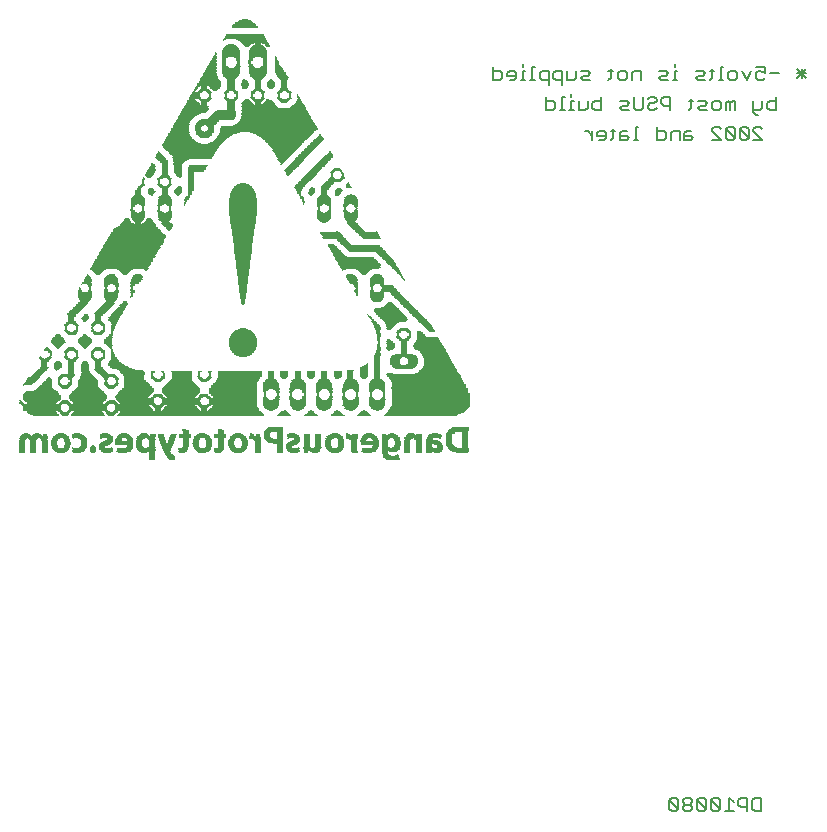
<source format=gbo>
G75*
G70*
%OFA0B0*%
%FSLAX24Y24*%
%IPPOS*%
%LPD*%
%AMOC8*
5,1,8,0,0,1.08239X$1,22.5*
%
%ADD10C,0.0050*%
%ADD11R,0.0440X0.0010*%
%ADD12R,0.0180X0.0010*%
%ADD13R,0.0210X0.0010*%
%ADD14R,0.0470X0.0010*%
%ADD15R,0.0220X0.0010*%
%ADD16R,0.0240X0.0010*%
%ADD17R,0.0480X0.0010*%
%ADD18R,0.0260X0.0010*%
%ADD19R,0.0490X0.0010*%
%ADD20R,0.0270X0.0010*%
%ADD21R,0.0500X0.0010*%
%ADD22R,0.0510X0.0010*%
%ADD23R,0.0280X0.0010*%
%ADD24R,0.0120X0.0010*%
%ADD25R,0.0250X0.0010*%
%ADD26R,0.0060X0.0010*%
%ADD27R,0.0230X0.0010*%
%ADD28R,0.0030X0.0010*%
%ADD29R,0.0200X0.0010*%
%ADD30R,0.0190X0.0010*%
%ADD31R,0.0130X0.0010*%
%ADD32R,0.0140X0.0010*%
%ADD33R,0.0170X0.0010*%
%ADD34R,0.0150X0.0010*%
%ADD35R,0.0160X0.0010*%
%ADD36R,0.0090X0.0010*%
%ADD37R,0.0100X0.0010*%
%ADD38R,0.0410X0.0010*%
%ADD39R,0.0300X0.0010*%
%ADD40R,0.0290X0.0010*%
%ADD41R,0.0380X0.0010*%
%ADD42R,0.0340X0.0010*%
%ADD43R,0.0310X0.0010*%
%ADD44R,0.0350X0.0010*%
%ADD45R,0.0320X0.0010*%
%ADD46R,0.0400X0.0010*%
%ADD47R,0.0360X0.0010*%
%ADD48R,0.0330X0.0010*%
%ADD49R,0.0370X0.0010*%
%ADD50R,0.0530X0.0010*%
%ADD51R,0.0390X0.0010*%
%ADD52R,0.0560X0.0010*%
%ADD53R,0.0450X0.0010*%
%ADD54R,0.0430X0.0010*%
%ADD55R,0.0540X0.0010*%
%ADD56R,0.0520X0.0010*%
%ADD57R,0.0550X0.0010*%
%ADD58R,0.0460X0.0010*%
%ADD59R,0.0590X0.0010*%
%ADD60R,0.0420X0.0010*%
%ADD61R,0.0600X0.0010*%
%ADD62R,0.0570X0.0010*%
%ADD63R,0.0610X0.0010*%
%ADD64R,0.0580X0.0010*%
%ADD65R,0.0630X0.0010*%
%ADD66R,0.0640X0.0010*%
%ADD67R,0.0650X0.0010*%
%ADD68R,0.0660X0.0010*%
%ADD69R,0.0110X0.0010*%
%ADD70R,0.0050X0.0010*%
%ADD71R,0.0070X0.0010*%
%ADD72R,0.0040X0.0010*%
%ADD73R,0.0020X0.0010*%
%ADD74R,0.0010X0.0010*%
%ADD75R,0.0910X0.0010*%
%ADD76R,0.0900X0.0010*%
%ADD77R,0.0080X0.0010*%
%ADD78R,0.0680X0.0010*%
%ADD79R,0.0620X0.0010*%
%ADD80R,0.2340X0.0010*%
%ADD81R,0.4900X0.0010*%
%ADD82R,0.1140X0.0010*%
%ADD83R,0.0800X0.0010*%
%ADD84R,0.2370X0.0010*%
%ADD85R,0.4860X0.0010*%
%ADD86R,0.1120X0.0010*%
%ADD87R,0.0840X0.0010*%
%ADD88R,0.2380X0.0010*%
%ADD89R,0.4850X0.0010*%
%ADD90R,0.1100X0.0010*%
%ADD91R,0.2400X0.0010*%
%ADD92R,0.4810X0.0010*%
%ADD93R,0.1080X0.0010*%
%ADD94R,0.0870X0.0010*%
%ADD95R,0.2430X0.0010*%
%ADD96R,0.4790X0.0010*%
%ADD97R,0.1060X0.0010*%
%ADD98R,0.4770X0.0010*%
%ADD99R,0.1040X0.0010*%
%ADD100R,0.2440X0.0010*%
%ADD101R,0.4750X0.0010*%
%ADD102R,0.1020X0.0010*%
%ADD103R,0.0930X0.0010*%
%ADD104R,0.2490X0.0010*%
%ADD105R,0.4730X0.0010*%
%ADD106R,0.1010X0.0010*%
%ADD107R,0.0960X0.0010*%
%ADD108R,0.1000X0.0010*%
%ADD109R,0.2500X0.0010*%
%ADD110R,0.0990X0.0010*%
%ADD111R,0.0980X0.0010*%
%ADD112R,0.2520X0.0010*%
%ADD113R,0.4680X0.0010*%
%ADD114R,0.0940X0.0010*%
%ADD115R,0.0950X0.0010*%
%ADD116R,0.0920X0.0010*%
%ADD117R,0.4670X0.0010*%
%ADD118R,0.2530X0.0010*%
%ADD119R,0.4650X0.0010*%
%ADD120R,0.2540X0.0010*%
%ADD121R,0.2570X0.0010*%
%ADD122R,0.1700X0.0010*%
%ADD123R,0.1290X0.0010*%
%ADD124R,0.1300X0.0010*%
%ADD125R,0.1350X0.0010*%
%ADD126R,0.1260X0.0010*%
%ADD127R,0.2550X0.0010*%
%ADD128R,0.1670X0.0010*%
%ADD129R,0.1280X0.0010*%
%ADD130R,0.1320X0.0010*%
%ADD131R,0.1250X0.0010*%
%ADD132R,0.1660X0.0010*%
%ADD133R,0.1310X0.0010*%
%ADD134R,0.1650X0.0010*%
%ADD135R,0.1230X0.0010*%
%ADD136R,0.1270X0.0010*%
%ADD137R,0.1640X0.0010*%
%ADD138R,0.1200X0.0010*%
%ADD139R,0.1240X0.0010*%
%ADD140R,0.2560X0.0010*%
%ADD141R,0.1620X0.0010*%
%ADD142R,0.1190X0.0010*%
%ADD143R,0.1600X0.0010*%
%ADD144R,0.1180X0.0010*%
%ADD145R,0.2590X0.0010*%
%ADD146R,0.1580X0.0010*%
%ADD147R,0.1160X0.0010*%
%ADD148R,0.1570X0.0010*%
%ADD149R,0.2580X0.0010*%
%ADD150R,0.1550X0.0010*%
%ADD151R,0.1540X0.0010*%
%ADD152R,0.1520X0.0010*%
%ADD153R,0.1510X0.0010*%
%ADD154R,0.1170X0.0010*%
%ADD155R,0.1500X0.0010*%
%ADD156R,0.1150X0.0010*%
%ADD157R,0.1490X0.0010*%
%ADD158R,0.1480X0.0010*%
%ADD159R,0.1460X0.0010*%
%ADD160R,0.1450X0.0010*%
%ADD161R,0.1130X0.0010*%
%ADD162R,0.1440X0.0010*%
%ADD163R,0.1430X0.0010*%
%ADD164R,0.1330X0.0010*%
%ADD165R,0.1340X0.0010*%
%ADD166R,0.1630X0.0010*%
%ADD167R,0.1610X0.0010*%
%ADD168R,0.0970X0.0010*%
%ADD169R,0.1030X0.0010*%
%ADD170R,0.1590X0.0010*%
%ADD171R,0.1050X0.0010*%
%ADD172R,0.1090X0.0010*%
%ADD173R,0.1110X0.0010*%
%ADD174R,0.1210X0.0010*%
%ADD175R,0.1220X0.0010*%
%ADD176R,0.1470X0.0010*%
%ADD177R,0.1070X0.0010*%
%ADD178R,0.1530X0.0010*%
%ADD179R,0.1560X0.0010*%
%ADD180R,0.0740X0.0010*%
%ADD181R,0.0730X0.0010*%
%ADD182R,0.0890X0.0010*%
%ADD183R,0.0850X0.0010*%
%ADD184R,0.0830X0.0010*%
%ADD185R,0.2510X0.0010*%
%ADD186R,0.0810X0.0010*%
%ADD187R,0.0790X0.0010*%
%ADD188R,0.0770X0.0010*%
%ADD189R,0.0760X0.0010*%
%ADD190R,0.0720X0.0010*%
%ADD191R,0.0690X0.0010*%
%ADD192R,0.2480X0.0010*%
%ADD193R,0.2470X0.0010*%
%ADD194R,0.0670X0.0010*%
%ADD195R,0.0880X0.0010*%
%ADD196R,0.2460X0.0010*%
%ADD197R,0.0860X0.0010*%
%ADD198R,0.2450X0.0010*%
%ADD199R,0.2420X0.0010*%
%ADD200R,0.1420X0.0010*%
%ADD201R,0.1410X0.0010*%
%ADD202R,0.0780X0.0010*%
%ADD203R,0.1400X0.0010*%
%ADD204R,0.0820X0.0010*%
%ADD205R,0.1390X0.0010*%
%ADD206R,0.0750X0.0010*%
%ADD207R,0.1380X0.0010*%
%ADD208R,0.0710X0.0010*%
%ADD209R,0.1370X0.0010*%
%ADD210R,0.0700X0.0010*%
%ADD211R,0.1360X0.0010*%
%ADD212R,0.2410X0.0010*%
%ADD213R,0.1900X0.0010*%
%ADD214R,0.1890X0.0010*%
%ADD215R,0.1910X0.0010*%
%ADD216R,0.1880X0.0010*%
%ADD217R,0.1870X0.0010*%
%ADD218R,0.1860X0.0010*%
%ADD219R,0.1840X0.0010*%
%ADD220R,0.1820X0.0010*%
%ADD221R,0.1800X0.0010*%
%ADD222R,0.1780X0.0010*%
%ADD223R,0.1770X0.0010*%
%ADD224R,0.1740X0.0010*%
%ADD225R,0.1730X0.0010*%
%ADD226R,0.1710X0.0010*%
%ADD227R,0.1690X0.0010*%
%ADD228R,0.1760X0.0010*%
%ADD229R,0.1790X0.0010*%
%ADD230R,0.1810X0.0010*%
%ADD231R,0.1830X0.0010*%
%ADD232R,0.1850X0.0010*%
%ADD233R,0.1920X0.0010*%
%ADD234R,0.1930X0.0010*%
%ADD235R,0.1950X0.0010*%
%ADD236R,0.1940X0.0010*%
%ADD237R,0.1720X0.0010*%
%ADD238R,0.2020X0.0010*%
%ADD239R,0.2080X0.0010*%
%ADD240R,0.2090X0.0010*%
%ADD241R,0.2160X0.0010*%
%ADD242R,0.3150X0.0010*%
%ADD243R,0.3160X0.0010*%
%ADD244R,0.3180X0.0010*%
%ADD245R,0.3190X0.0010*%
%ADD246R,0.3210X0.0010*%
%ADD247R,0.3220X0.0010*%
%ADD248R,0.3240X0.0010*%
%ADD249R,0.3250X0.0010*%
%ADD250R,0.3230X0.0010*%
%ADD251R,0.3200X0.0010*%
%ADD252R,0.3170X0.0010*%
%ADD253R,0.3130X0.0010*%
%ADD254R,0.3120X0.0010*%
%ADD255R,0.2760X0.0010*%
%ADD256R,0.2720X0.0010*%
%ADD257R,0.2690X0.0010*%
%ADD258R,0.2630X0.0010*%
%ADD259R,0.2620X0.0010*%
%ADD260R,0.2390X0.0010*%
%ADD261R,0.2360X0.0010*%
%ADD262R,0.2330X0.0010*%
%ADD263R,0.2320X0.0010*%
%ADD264R,0.2310X0.0010*%
%ADD265R,0.2290X0.0010*%
%ADD266R,0.2280X0.0010*%
%ADD267R,0.2270X0.0010*%
%ADD268R,0.2260X0.0010*%
%ADD269R,0.2250X0.0010*%
%ADD270R,0.2240X0.0010*%
%ADD271R,0.2230X0.0010*%
%ADD272R,0.2220X0.0010*%
%ADD273R,0.2200X0.0010*%
%ADD274R,0.2190X0.0010*%
%ADD275R,0.2180X0.0010*%
%ADD276R,0.2170X0.0010*%
%ADD277R,0.2140X0.0010*%
D10*
X034203Y028333D02*
X034429Y028333D01*
X034504Y028408D01*
X034504Y028558D01*
X034429Y028633D01*
X034203Y028633D01*
X034203Y028783D02*
X034203Y028333D01*
X034660Y028333D02*
X034811Y028333D01*
X034736Y028333D02*
X034736Y028783D01*
X034811Y028783D01*
X035042Y028783D02*
X035042Y028858D01*
X035042Y028633D02*
X035042Y028333D01*
X035117Y028333D02*
X034967Y028333D01*
X035042Y028633D02*
X035117Y028633D01*
X035278Y028633D02*
X035278Y028333D01*
X035503Y028333D01*
X035578Y028408D01*
X035578Y028633D01*
X035738Y028558D02*
X035813Y028633D01*
X036038Y028633D01*
X036038Y028783D02*
X036038Y028333D01*
X035813Y028333D01*
X035738Y028408D01*
X035738Y028558D01*
X035657Y029333D02*
X035432Y029333D01*
X035357Y029408D01*
X035432Y029483D01*
X035582Y029483D01*
X035657Y029558D01*
X035582Y029633D01*
X035357Y029633D01*
X035197Y029633D02*
X035197Y029408D01*
X035122Y029333D01*
X034897Y029333D01*
X034897Y029633D01*
X034736Y029633D02*
X034511Y029633D01*
X034436Y029558D01*
X034436Y029408D01*
X034511Y029333D01*
X034736Y029333D01*
X034736Y029182D02*
X034736Y029633D01*
X034276Y029633D02*
X034276Y029182D01*
X034276Y029333D02*
X034051Y029333D01*
X033976Y029408D01*
X033976Y029558D01*
X034051Y029633D01*
X034276Y029633D01*
X033816Y029783D02*
X033741Y029783D01*
X033741Y029333D01*
X033816Y029333D02*
X033666Y029333D01*
X033509Y029333D02*
X033359Y029333D01*
X033434Y029333D02*
X033434Y029633D01*
X033509Y029633D01*
X033434Y029783D02*
X033434Y029858D01*
X033202Y029558D02*
X033127Y029633D01*
X032977Y029633D01*
X032902Y029558D01*
X032902Y029483D01*
X033202Y029483D01*
X033202Y029408D02*
X033202Y029558D01*
X033202Y029408D02*
X033127Y029333D01*
X032977Y029333D01*
X032742Y029408D02*
X032742Y029558D01*
X032667Y029633D01*
X032441Y029633D01*
X032441Y029783D02*
X032441Y029333D01*
X032667Y029333D01*
X032742Y029408D01*
X035506Y027633D02*
X035581Y027633D01*
X035731Y027483D01*
X035731Y027333D02*
X035731Y027633D01*
X035891Y027558D02*
X035966Y027633D01*
X036117Y027633D01*
X036192Y027558D01*
X036192Y027408D01*
X036117Y027333D01*
X035966Y027333D01*
X035891Y027483D02*
X036192Y027483D01*
X036348Y027633D02*
X036499Y027633D01*
X036424Y027708D02*
X036424Y027408D01*
X036348Y027333D01*
X036659Y027333D02*
X036884Y027333D01*
X036959Y027408D01*
X036884Y027483D01*
X036659Y027483D01*
X036659Y027558D02*
X036659Y027333D01*
X036659Y027558D02*
X036734Y027633D01*
X036884Y027633D01*
X037191Y027783D02*
X037191Y027333D01*
X037266Y027333D02*
X037116Y027333D01*
X037191Y027783D02*
X037266Y027783D01*
X037194Y028333D02*
X037119Y028408D01*
X037119Y028783D01*
X036959Y028558D02*
X036884Y028633D01*
X036659Y028633D01*
X036734Y028483D02*
X036884Y028483D01*
X036959Y028558D01*
X036959Y028333D02*
X036734Y028333D01*
X036659Y028408D01*
X036734Y028483D01*
X037194Y028333D02*
X037344Y028333D01*
X037419Y028408D01*
X037419Y028783D01*
X037579Y028708D02*
X037654Y028783D01*
X037805Y028783D01*
X037880Y028708D01*
X037880Y028633D01*
X037805Y028558D01*
X037654Y028558D01*
X037579Y028483D01*
X037579Y028408D01*
X037654Y028333D01*
X037805Y028333D01*
X037880Y028408D01*
X038040Y028558D02*
X038115Y028483D01*
X038340Y028483D01*
X038340Y028333D02*
X038340Y028783D01*
X038115Y028783D01*
X038040Y028708D01*
X038040Y028558D01*
X038041Y029333D02*
X037966Y029408D01*
X038041Y029483D01*
X038191Y029483D01*
X038266Y029558D01*
X038191Y029633D01*
X037966Y029633D01*
X038041Y029333D02*
X038266Y029333D01*
X038423Y029333D02*
X038573Y029333D01*
X038498Y029333D02*
X038498Y029633D01*
X038573Y029633D01*
X038498Y029783D02*
X038498Y029858D01*
X039193Y029633D02*
X039418Y029633D01*
X039493Y029558D01*
X039418Y029483D01*
X039268Y029483D01*
X039193Y029408D01*
X039268Y029333D01*
X039493Y029333D01*
X039650Y029333D02*
X039725Y029408D01*
X039725Y029708D01*
X039800Y029633D02*
X039650Y029633D01*
X040032Y029783D02*
X040032Y029333D01*
X040107Y029333D02*
X039957Y029333D01*
X040267Y029408D02*
X040267Y029558D01*
X040342Y029633D01*
X040493Y029633D01*
X040568Y029558D01*
X040568Y029408D01*
X040493Y029333D01*
X040342Y029333D01*
X040267Y029408D01*
X040107Y029783D02*
X040032Y029783D01*
X040728Y029633D02*
X040878Y029333D01*
X041028Y029633D01*
X041188Y029558D02*
X041188Y029408D01*
X041263Y029333D01*
X041413Y029333D01*
X041488Y029408D01*
X041488Y029558D02*
X041338Y029633D01*
X041263Y029633D01*
X041188Y029558D01*
X041188Y029783D02*
X041488Y029783D01*
X041488Y029558D01*
X041648Y029558D02*
X041949Y029558D01*
X042569Y029558D02*
X042869Y029558D01*
X042869Y029708D02*
X042569Y029408D01*
X042719Y029408D02*
X042719Y029708D01*
X042569Y029708D02*
X042869Y029408D01*
X041869Y028783D02*
X041869Y028333D01*
X041644Y028333D01*
X041569Y028408D01*
X041569Y028558D01*
X041644Y028633D01*
X041869Y028633D01*
X041409Y028633D02*
X041409Y028408D01*
X041334Y028333D01*
X041109Y028333D01*
X041109Y028258D02*
X041184Y028182D01*
X041259Y028182D01*
X041109Y028258D02*
X041109Y028633D01*
X040488Y028633D02*
X040488Y028333D01*
X040338Y028333D02*
X040338Y028558D01*
X040263Y028633D01*
X040188Y028558D01*
X040188Y028333D01*
X040028Y028408D02*
X039953Y028333D01*
X039803Y028333D01*
X039728Y028408D01*
X039728Y028558D01*
X039803Y028633D01*
X039953Y028633D01*
X040028Y028558D01*
X040028Y028408D01*
X040338Y028558D02*
X040413Y028633D01*
X040488Y028633D01*
X040413Y027783D02*
X040263Y027783D01*
X040188Y027708D01*
X040488Y027408D01*
X040413Y027333D01*
X040263Y027333D01*
X040188Y027408D01*
X040188Y027708D01*
X040028Y027708D02*
X039953Y027783D01*
X039803Y027783D01*
X039728Y027708D01*
X039728Y027633D01*
X040028Y027333D01*
X039728Y027333D01*
X039107Y027408D02*
X039032Y027483D01*
X038807Y027483D01*
X038807Y027558D02*
X038807Y027333D01*
X039032Y027333D01*
X039107Y027408D01*
X039032Y027633D02*
X038882Y027633D01*
X038807Y027558D01*
X038647Y027633D02*
X038647Y027333D01*
X038647Y027633D02*
X038422Y027633D01*
X038347Y027558D01*
X038347Y027333D01*
X038186Y027408D02*
X038186Y027558D01*
X038111Y027633D01*
X037886Y027633D01*
X037886Y027783D02*
X037886Y027333D01*
X038111Y027333D01*
X038186Y027408D01*
X038957Y028333D02*
X039032Y028408D01*
X039032Y028708D01*
X039107Y028633D02*
X038957Y028633D01*
X039267Y028633D02*
X039493Y028633D01*
X039568Y028558D01*
X039493Y028483D01*
X039342Y028483D01*
X039267Y028408D01*
X039342Y028333D01*
X039568Y028333D01*
X040413Y027783D02*
X040488Y027708D01*
X040488Y027408D01*
X040648Y027408D02*
X040723Y027333D01*
X040874Y027333D01*
X040949Y027408D01*
X040648Y027708D01*
X040648Y027408D01*
X040648Y027708D02*
X040723Y027783D01*
X040874Y027783D01*
X040949Y027708D01*
X040949Y027408D01*
X041109Y027333D02*
X041409Y027333D01*
X041109Y027633D01*
X041109Y027708D01*
X041184Y027783D01*
X041334Y027783D01*
X041409Y027708D01*
X037345Y029333D02*
X037345Y029633D01*
X037120Y029633D01*
X037045Y029558D01*
X037045Y029333D01*
X036885Y029408D02*
X036810Y029333D01*
X036660Y029333D01*
X036585Y029408D01*
X036585Y029558D01*
X036660Y029633D01*
X036810Y029633D01*
X036885Y029558D01*
X036885Y029408D01*
X036424Y029633D02*
X036274Y029633D01*
X036349Y029708D02*
X036349Y029408D01*
X036274Y029333D01*
X035891Y027558D02*
X035891Y027483D01*
X038382Y005408D02*
X038307Y005333D01*
X038607Y005033D01*
X038532Y004958D01*
X038382Y004958D01*
X038307Y005033D01*
X038307Y005333D01*
X038382Y005408D02*
X038532Y005408D01*
X038607Y005333D01*
X038607Y005033D01*
X038767Y005033D02*
X038842Y004958D01*
X038993Y004958D01*
X039068Y005033D01*
X039068Y005108D01*
X038993Y005183D01*
X038842Y005183D01*
X038767Y005108D01*
X038767Y005033D01*
X038842Y005183D02*
X038767Y005258D01*
X038767Y005333D01*
X038842Y005408D01*
X038993Y005408D01*
X039068Y005333D01*
X039068Y005258D01*
X038993Y005183D01*
X039228Y005333D02*
X039528Y005033D01*
X039453Y004958D01*
X039303Y004958D01*
X039228Y005033D01*
X039228Y005333D01*
X039303Y005408D01*
X039453Y005408D01*
X039528Y005333D01*
X039528Y005033D01*
X039688Y005033D02*
X039763Y004958D01*
X039913Y004958D01*
X039988Y005033D01*
X039688Y005333D01*
X039688Y005033D01*
X039688Y005333D02*
X039763Y005408D01*
X039913Y005408D01*
X039988Y005333D01*
X039988Y005033D01*
X040148Y004958D02*
X040449Y004958D01*
X040299Y004958D02*
X040299Y005408D01*
X040449Y005258D01*
X040609Y005333D02*
X040609Y005183D01*
X040684Y005108D01*
X040909Y005108D01*
X040909Y004958D02*
X040909Y005408D01*
X040684Y005408D01*
X040609Y005333D01*
X041069Y005333D02*
X041069Y005033D01*
X041144Y004958D01*
X041369Y004958D01*
X041369Y005408D01*
X041144Y005408D01*
X041069Y005333D01*
D11*
X029079Y016683D03*
X029079Y016693D03*
X028269Y016943D03*
X028309Y017443D03*
X028569Y019263D03*
X030489Y017453D03*
X030499Y017463D03*
X025919Y018423D03*
X025029Y018413D03*
X025759Y017023D03*
X022749Y016963D03*
X020109Y016943D03*
X020129Y017443D03*
X019539Y017003D03*
X019539Y016993D03*
X018639Y017023D03*
X018639Y017033D03*
X018639Y017393D03*
X018899Y019423D03*
X019829Y019873D03*
X018819Y020563D03*
X018819Y020653D03*
X018819Y020663D03*
X017939Y020563D03*
X018819Y022063D03*
X018819Y022073D03*
X019699Y022693D03*
X020149Y022993D03*
X020939Y024513D03*
X020589Y024723D03*
X020589Y024733D03*
X020589Y024743D03*
X020589Y025343D03*
X020589Y025353D03*
X020589Y025363D03*
X021479Y024723D03*
X024099Y023113D03*
X024099Y023103D03*
X024099Y023093D03*
X024099Y023083D03*
X024099Y023073D03*
X024099Y023063D03*
X024099Y023053D03*
X024099Y023043D03*
X024099Y023033D03*
X026799Y024713D03*
X026799Y024723D03*
X026799Y025353D03*
X026799Y025363D03*
X027679Y025343D03*
X027379Y023413D03*
X028569Y022703D03*
X028569Y022693D03*
X028569Y022683D03*
X028569Y022073D03*
X028569Y022063D03*
X028989Y021753D03*
X023499Y027483D03*
X022419Y028523D03*
X022419Y028533D03*
X022989Y029513D03*
X022989Y029523D03*
X022989Y029533D03*
X023699Y029423D03*
X024589Y029423D03*
X024939Y028503D03*
X024939Y028493D03*
X025929Y028433D03*
D12*
X016739Y016913D03*
X016739Y016923D03*
X016739Y016933D03*
X016739Y016943D03*
X016739Y016953D03*
X016739Y016963D03*
X016739Y016973D03*
X016739Y016983D03*
X016739Y016993D03*
X016739Y017003D03*
X016739Y017013D03*
X016739Y017023D03*
X016739Y017033D03*
X016739Y017043D03*
X016739Y017053D03*
X016739Y017063D03*
X016739Y017073D03*
X016739Y017083D03*
X016739Y017093D03*
X016739Y017103D03*
X016739Y017113D03*
X016739Y017123D03*
X016739Y017133D03*
X016739Y017143D03*
X016739Y017153D03*
X016739Y017163D03*
X016739Y017173D03*
X016739Y017183D03*
X016739Y017193D03*
X016739Y017203D03*
X016739Y017213D03*
X016739Y017223D03*
X016739Y017233D03*
X016739Y017243D03*
X016739Y017253D03*
X016739Y017263D03*
X016739Y017273D03*
X016739Y017283D03*
X016739Y017293D03*
X016739Y017303D03*
X016739Y017313D03*
X018239Y017263D03*
X019399Y017093D03*
X019399Y017083D03*
X019399Y017073D03*
X019399Y017063D03*
X019569Y016903D03*
X019939Y017303D03*
X019939Y017313D03*
X019939Y017323D03*
X019949Y017333D03*
X019949Y017343D03*
X019969Y017373D03*
X019969Y017383D03*
X020329Y017343D03*
X020329Y017333D03*
X020339Y017323D03*
X020339Y017313D03*
X020339Y017303D03*
X020339Y017293D03*
X020339Y017283D03*
X020339Y017153D03*
X020339Y017143D03*
X020339Y017133D03*
X020339Y017123D03*
X021079Y017453D03*
X021079Y017463D03*
X021079Y017473D03*
X021389Y017383D03*
X021389Y017373D03*
X021389Y017363D03*
X021409Y017333D03*
X021409Y017323D03*
X021409Y017313D03*
X021419Y017293D03*
X021419Y017283D03*
X021419Y017273D03*
X021419Y017263D03*
X021439Y017223D03*
X021439Y017213D03*
X021449Y017183D03*
X021449Y017173D03*
X021649Y017143D03*
X021649Y017133D03*
X021659Y017163D03*
X021659Y017173D03*
X021689Y017253D03*
X021719Y016693D03*
X021719Y016683D03*
X023369Y017123D03*
X023369Y017133D03*
X023369Y017143D03*
X023369Y017153D03*
X023369Y017163D03*
X023369Y017173D03*
X023369Y017183D03*
X023369Y017193D03*
X023369Y017203D03*
X023369Y017213D03*
X023369Y017223D03*
X023369Y017233D03*
X023369Y017243D03*
X023369Y017253D03*
X023369Y017263D03*
X023369Y017273D03*
X023369Y017283D03*
X023369Y017293D03*
X023369Y017303D03*
X023369Y017313D03*
X023369Y017323D03*
X023369Y017333D03*
X023369Y017343D03*
X023369Y017353D03*
X023369Y017363D03*
X023369Y017543D03*
X023369Y017553D03*
X023369Y017563D03*
X023369Y017573D03*
X023369Y017583D03*
X023369Y017593D03*
X023369Y017603D03*
X023369Y017613D03*
X023369Y017623D03*
X023369Y017633D03*
X024409Y017453D03*
X025469Y018253D03*
X025469Y018263D03*
X025919Y018323D03*
X026359Y018253D03*
X026809Y018323D03*
X027239Y018253D03*
X027859Y018663D03*
X027859Y018673D03*
X027859Y019013D03*
X027499Y019003D03*
X027499Y018993D03*
X028399Y018663D03*
X028129Y018263D03*
X027829Y017483D03*
X027829Y017473D03*
X027829Y017463D03*
X027829Y017453D03*
X027829Y017443D03*
X027619Y017453D03*
X027619Y017463D03*
X028109Y017313D03*
X028109Y017303D03*
X028109Y017293D03*
X028109Y017283D03*
X028129Y017333D03*
X028129Y017343D03*
X028129Y017353D03*
X028139Y017373D03*
X028489Y017363D03*
X028499Y017353D03*
X028499Y017343D03*
X028499Y017333D03*
X028519Y017303D03*
X028519Y017293D03*
X028519Y017153D03*
X028519Y017143D03*
X028519Y017133D03*
X028519Y017123D03*
X028819Y016973D03*
X028819Y016963D03*
X028819Y016953D03*
X028829Y016913D03*
X028829Y016903D03*
X028829Y016893D03*
X028829Y016883D03*
X028269Y016893D03*
X028819Y017483D03*
X029569Y017293D03*
X029569Y017283D03*
X029569Y017273D03*
X029569Y017263D03*
X029569Y017253D03*
X029569Y017243D03*
X029569Y017233D03*
X029569Y017223D03*
X029569Y017213D03*
X029569Y017203D03*
X029569Y017193D03*
X029569Y017183D03*
X029569Y017173D03*
X029569Y017163D03*
X029569Y017153D03*
X029569Y017143D03*
X029569Y017133D03*
X029569Y017123D03*
X029569Y017113D03*
X029569Y017103D03*
X029569Y017093D03*
X029569Y017083D03*
X029569Y017073D03*
X029569Y017063D03*
X029569Y017053D03*
X029569Y017043D03*
X029569Y017033D03*
X029569Y017023D03*
X029569Y017013D03*
X029569Y017003D03*
X029569Y016993D03*
X029569Y016983D03*
X029569Y016973D03*
X029569Y016963D03*
X029569Y016953D03*
X029569Y016943D03*
X029569Y016933D03*
X029569Y016923D03*
X029569Y016913D03*
X029969Y017453D03*
X029969Y017463D03*
X029969Y017473D03*
X029969Y017483D03*
X029969Y017493D03*
X029969Y017503D03*
X029969Y017513D03*
X030319Y017363D03*
X030299Y016943D03*
X030289Y016933D03*
X030289Y016923D03*
X030289Y016913D03*
X028739Y019013D03*
X028169Y019763D03*
X028589Y020163D03*
X028589Y020173D03*
X028589Y020183D03*
X028979Y020603D03*
X028589Y021003D03*
X028589Y021013D03*
X028589Y021023D03*
X028589Y021033D03*
X028549Y021143D03*
X028979Y021073D03*
X028979Y021063D03*
X029989Y020883D03*
X030379Y020953D03*
X030379Y020963D03*
X029179Y023043D03*
X029169Y023053D03*
X029159Y023063D03*
X029149Y023083D03*
X027469Y023033D03*
X026939Y024893D03*
X026939Y024903D03*
X026939Y025183D03*
X026369Y025543D03*
X026399Y025663D03*
X025619Y026233D03*
X025399Y026613D03*
X026659Y027403D03*
X025039Y029073D03*
X024799Y029753D03*
X024799Y029763D03*
X024379Y029753D03*
X023909Y029753D03*
X023489Y029763D03*
X023119Y029953D03*
X022399Y028693D03*
X021959Y026163D03*
X021959Y025703D03*
X022349Y025663D03*
X022349Y025653D03*
X021619Y025183D03*
X021349Y025183D03*
X021349Y024893D03*
X021619Y024893D03*
X021619Y024903D03*
X020969Y024673D03*
X020969Y024663D03*
X020729Y024893D03*
X020729Y024903D03*
X020729Y025183D03*
X020609Y025623D03*
X020609Y025633D03*
X021079Y026423D03*
X021079Y026433D03*
X020219Y024663D03*
X021619Y024393D03*
X020149Y022883D03*
X020149Y022873D03*
X019849Y022523D03*
X019259Y022873D03*
X018929Y022713D03*
X018859Y021443D03*
X019789Y021213D03*
X019789Y021203D03*
X019639Y020723D03*
X019639Y020503D03*
X019639Y020493D03*
X019789Y020063D03*
X018819Y019903D03*
X018329Y019403D03*
X020149Y021883D03*
X024089Y022023D03*
X024089Y022033D03*
X024089Y022043D03*
X024089Y022053D03*
X024089Y022063D03*
X024089Y022073D03*
X024089Y022083D03*
X024089Y022093D03*
X026349Y019413D03*
X026099Y019003D03*
X025739Y019003D03*
X025739Y019013D03*
X025739Y018993D03*
X025219Y018993D03*
X024859Y019013D03*
X024859Y018673D03*
X024859Y018663D03*
X025889Y017383D03*
X025889Y017373D03*
X025889Y017363D03*
X025889Y017353D03*
X025889Y017343D03*
X025889Y017333D03*
X026989Y018993D03*
X027539Y025183D03*
X027689Y025483D03*
X025259Y029763D03*
D13*
X025274Y029743D03*
X025474Y029343D03*
X025474Y029333D03*
X025474Y029323D03*
X025474Y029313D03*
X025474Y029303D03*
X025474Y029293D03*
X025474Y029283D03*
X025474Y029273D03*
X025474Y029263D03*
X025474Y029253D03*
X025474Y029243D03*
X025474Y029233D03*
X025474Y029223D03*
X025474Y029213D03*
X025474Y029203D03*
X025474Y029193D03*
X025474Y029183D03*
X025474Y029173D03*
X025474Y029163D03*
X025474Y029153D03*
X025474Y029143D03*
X025474Y029133D03*
X025474Y029123D03*
X025474Y029113D03*
X025474Y029103D03*
X025474Y029093D03*
X025474Y029083D03*
X025474Y029073D03*
X025474Y029063D03*
X025474Y029053D03*
X025474Y029043D03*
X025474Y029033D03*
X025474Y028593D03*
X025474Y028583D03*
X024944Y028603D03*
X024584Y028583D03*
X024584Y028573D03*
X024584Y028563D03*
X024584Y028553D03*
X024584Y028543D03*
X024584Y028533D03*
X024584Y028523D03*
X024584Y028513D03*
X024584Y028503D03*
X024584Y028493D03*
X024584Y029063D03*
X024584Y029073D03*
X024584Y029083D03*
X024584Y029093D03*
X024584Y029103D03*
X024584Y029113D03*
X024584Y029123D03*
X024584Y029133D03*
X024584Y029143D03*
X024584Y029153D03*
X024584Y029163D03*
X024584Y029173D03*
X024584Y029183D03*
X024584Y029193D03*
X024584Y029203D03*
X024584Y029213D03*
X024584Y029223D03*
X024584Y029233D03*
X024584Y029263D03*
X024584Y029273D03*
X024584Y029283D03*
X024584Y029293D03*
X024584Y029303D03*
X024584Y029313D03*
X024584Y029323D03*
X024584Y029333D03*
X024154Y029253D03*
X024154Y029243D03*
X024154Y029233D03*
X024154Y029103D03*
X025024Y029263D03*
X024824Y030553D03*
X024814Y030563D03*
X024584Y030563D03*
X024584Y030573D03*
X024584Y030553D03*
X024584Y030543D03*
X024584Y030533D03*
X024584Y030523D03*
X024584Y030513D03*
X024584Y030503D03*
X023704Y030493D03*
X023104Y029923D03*
X023104Y029913D03*
X023104Y029903D03*
X022804Y029113D03*
X022804Y029103D03*
X022804Y029093D03*
X022804Y029083D03*
X022804Y029073D03*
X022804Y029063D03*
X022804Y029053D03*
X022804Y028573D03*
X022804Y028563D03*
X022804Y028553D03*
X022804Y028543D03*
X022804Y028533D03*
X022804Y028523D03*
X022804Y028513D03*
X022804Y028503D03*
X022804Y028493D03*
X022604Y027763D03*
X022604Y027753D03*
X022604Y027743D03*
X022604Y027663D03*
X022604Y027653D03*
X022604Y027643D03*
X022624Y027633D03*
X023024Y027673D03*
X023024Y027683D03*
X023024Y027693D03*
X023024Y027703D03*
X023024Y027713D03*
X023024Y027723D03*
X023024Y027733D03*
X023014Y027763D03*
X021484Y026543D03*
X021484Y026533D03*
X021484Y026523D03*
X021484Y026513D03*
X021484Y026503D03*
X021484Y026493D03*
X021484Y026483D03*
X021484Y026473D03*
X021484Y026463D03*
X021484Y026453D03*
X021484Y026443D03*
X021484Y026433D03*
X021484Y026423D03*
X021484Y026413D03*
X021484Y026403D03*
X021484Y026393D03*
X021484Y026383D03*
X021484Y026373D03*
X021484Y026363D03*
X021484Y026353D03*
X021484Y026343D03*
X021484Y026333D03*
X021484Y026323D03*
X021484Y026313D03*
X021484Y026303D03*
X021484Y026293D03*
X021484Y026283D03*
X021484Y026273D03*
X021484Y026263D03*
X021484Y026253D03*
X021484Y026243D03*
X021484Y026233D03*
X021484Y026223D03*
X021484Y026213D03*
X021484Y026203D03*
X021484Y026193D03*
X021484Y026183D03*
X021484Y026173D03*
X021484Y026163D03*
X021484Y026153D03*
X021484Y026143D03*
X021484Y025703D03*
X021484Y025693D03*
X021484Y025683D03*
X021484Y025673D03*
X021484Y025663D03*
X021484Y025653D03*
X021484Y025643D03*
X021484Y025633D03*
X021484Y025623D03*
X021484Y025613D03*
X021484Y025603D03*
X021484Y025593D03*
X021484Y025583D03*
X021484Y025573D03*
X021484Y025563D03*
X021484Y025553D03*
X021484Y025543D03*
X021484Y025533D03*
X021484Y025523D03*
X021484Y025513D03*
X021484Y025503D03*
X021484Y025493D03*
X021484Y025483D03*
X021044Y025563D03*
X021034Y025643D03*
X020594Y025573D03*
X020594Y025563D03*
X020594Y025553D03*
X020594Y025543D03*
X020594Y025533D03*
X020594Y025523D03*
X020594Y025513D03*
X020594Y025503D03*
X020594Y025493D03*
X020594Y025483D03*
X020594Y024573D03*
X020594Y024563D03*
X020594Y024553D03*
X020594Y024543D03*
X020594Y024533D03*
X020594Y024523D03*
X020224Y024623D03*
X020224Y024633D03*
X020974Y024633D03*
X021614Y024413D03*
X021944Y025673D03*
X022364Y025703D03*
X022364Y025713D03*
X022364Y025723D03*
X022364Y025733D03*
X022364Y025743D03*
X022364Y025753D03*
X022364Y025763D03*
X022364Y025773D03*
X022364Y025783D03*
X022364Y025793D03*
X022364Y025803D03*
X022364Y025813D03*
X022364Y025823D03*
X022364Y025833D03*
X022364Y025843D03*
X022364Y025853D03*
X022364Y025863D03*
X022364Y025873D03*
X022364Y025883D03*
X022364Y025893D03*
X022364Y025903D03*
X022364Y025913D03*
X022364Y025923D03*
X022364Y025933D03*
X022364Y025943D03*
X022364Y025953D03*
X022364Y025963D03*
X022364Y025973D03*
X022364Y025983D03*
X022364Y025993D03*
X022364Y026003D03*
X022364Y026013D03*
X022364Y026023D03*
X022364Y026033D03*
X022364Y026043D03*
X022364Y026053D03*
X022364Y026063D03*
X022364Y026073D03*
X022364Y026083D03*
X022364Y026093D03*
X022364Y026103D03*
X022364Y026113D03*
X022364Y026123D03*
X022364Y026133D03*
X022364Y026143D03*
X022364Y026153D03*
X022364Y026163D03*
X022364Y026173D03*
X022364Y026183D03*
X022364Y026193D03*
X022364Y026203D03*
X022364Y026213D03*
X022364Y026223D03*
X022364Y026233D03*
X022364Y026243D03*
X022364Y026253D03*
X022364Y026263D03*
X021944Y026193D03*
X021314Y026803D03*
X021064Y026383D03*
X021064Y026373D03*
X021064Y026363D03*
X024094Y025863D03*
X025624Y026253D03*
X026384Y025633D03*
X026384Y025623D03*
X026384Y025613D03*
X026374Y025573D03*
X026374Y025563D03*
X026804Y025563D03*
X026804Y025573D03*
X026804Y025583D03*
X026804Y025593D03*
X026804Y025603D03*
X026804Y025613D03*
X026804Y025623D03*
X026804Y025633D03*
X026804Y025643D03*
X026804Y025653D03*
X026804Y025663D03*
X026804Y025553D03*
X026804Y025543D03*
X026804Y025533D03*
X026804Y025523D03*
X026804Y025513D03*
X026804Y025503D03*
X026804Y025493D03*
X026804Y025483D03*
X027254Y025573D03*
X027064Y026023D03*
X026984Y026823D03*
X026654Y027383D03*
X027034Y023823D03*
X027674Y022823D03*
X029104Y023133D03*
X028994Y021093D03*
X028574Y021093D03*
X028574Y021083D03*
X028564Y021113D03*
X028994Y020573D03*
X029464Y020573D03*
X029464Y020583D03*
X029464Y020593D03*
X029464Y020603D03*
X029464Y020563D03*
X029464Y020553D03*
X029464Y020543D03*
X029464Y020533D03*
X029464Y020523D03*
X029464Y020513D03*
X029464Y020503D03*
X029464Y020493D03*
X029464Y020483D03*
X029464Y020473D03*
X029464Y020463D03*
X029464Y020453D03*
X029464Y020443D03*
X029464Y020433D03*
X029464Y020423D03*
X029464Y020413D03*
X029464Y020403D03*
X029464Y020393D03*
X029464Y020383D03*
X029464Y020373D03*
X029464Y020363D03*
X029464Y020353D03*
X029464Y020343D03*
X029464Y020333D03*
X029464Y020323D03*
X029464Y020313D03*
X029464Y020303D03*
X029464Y020293D03*
X029464Y020283D03*
X029464Y020273D03*
X029464Y020263D03*
X029464Y020253D03*
X029464Y020243D03*
X029464Y020233D03*
X029464Y020223D03*
X029464Y020213D03*
X029464Y020203D03*
X029464Y020193D03*
X029464Y020183D03*
X028994Y019523D03*
X028574Y020133D03*
X028134Y019423D03*
X027674Y019423D03*
X027674Y019433D03*
X027674Y019443D03*
X027674Y019453D03*
X027674Y019463D03*
X027674Y019473D03*
X027674Y019483D03*
X027674Y019493D03*
X027674Y019503D03*
X027674Y019513D03*
X027674Y019523D03*
X027674Y019533D03*
X027674Y019543D03*
X027674Y019553D03*
X027674Y019563D03*
X027674Y019573D03*
X027674Y019583D03*
X027674Y019593D03*
X027674Y019603D03*
X027674Y019613D03*
X027674Y019623D03*
X027674Y019413D03*
X027674Y019403D03*
X027674Y019393D03*
X027674Y019383D03*
X027674Y019373D03*
X027674Y019363D03*
X027514Y019013D03*
X026804Y019353D03*
X026804Y019363D03*
X026804Y019373D03*
X026804Y019383D03*
X026804Y019393D03*
X026804Y019403D03*
X026804Y019413D03*
X026804Y019423D03*
X026804Y019433D03*
X026804Y019443D03*
X026804Y019453D03*
X026804Y019463D03*
X026804Y019473D03*
X026804Y019483D03*
X026804Y019493D03*
X026804Y019503D03*
X026804Y019513D03*
X026804Y019523D03*
X026804Y019533D03*
X026804Y019543D03*
X026804Y019553D03*
X026804Y019563D03*
X026804Y019573D03*
X026804Y019583D03*
X026804Y019593D03*
X026804Y019603D03*
X026804Y019613D03*
X025924Y019613D03*
X025924Y019603D03*
X025924Y019593D03*
X025924Y019583D03*
X025924Y019573D03*
X025924Y019563D03*
X025924Y019553D03*
X025924Y019543D03*
X025924Y019533D03*
X025924Y019523D03*
X025924Y019513D03*
X025924Y019503D03*
X025924Y019493D03*
X025924Y019483D03*
X025924Y019473D03*
X025924Y019463D03*
X025924Y019453D03*
X025924Y019443D03*
X025924Y019433D03*
X025924Y019423D03*
X025924Y019413D03*
X025924Y019403D03*
X025924Y019393D03*
X025924Y019383D03*
X025924Y019373D03*
X025924Y019363D03*
X026084Y019013D03*
X025464Y019423D03*
X025034Y019423D03*
X025034Y019433D03*
X025034Y019443D03*
X025034Y019453D03*
X025034Y019463D03*
X025034Y019473D03*
X025034Y019483D03*
X025034Y019493D03*
X025034Y019503D03*
X025034Y019513D03*
X025034Y019523D03*
X025034Y019533D03*
X025034Y019543D03*
X025034Y019553D03*
X025034Y019563D03*
X025034Y019573D03*
X025034Y019583D03*
X025034Y019593D03*
X025034Y019603D03*
X025034Y019613D03*
X025034Y019413D03*
X025034Y019403D03*
X025034Y019393D03*
X025034Y019383D03*
X025034Y019373D03*
X025204Y019013D03*
X025474Y018233D03*
X025724Y017523D03*
X026354Y018233D03*
X027244Y018233D03*
X027144Y017523D03*
X027334Y017363D03*
X027344Y017353D03*
X027344Y017343D03*
X027364Y017303D03*
X027364Y017293D03*
X027364Y017283D03*
X027364Y017273D03*
X027374Y017243D03*
X027374Y017233D03*
X027374Y017223D03*
X027374Y017213D03*
X027374Y017203D03*
X027374Y017193D03*
X027374Y017183D03*
X027364Y017153D03*
X027364Y017143D03*
X027364Y017133D03*
X027364Y017123D03*
X027364Y017113D03*
X027354Y017103D03*
X027344Y017093D03*
X027344Y017083D03*
X027344Y017073D03*
X027334Y017063D03*
X026954Y017083D03*
X026944Y017093D03*
X026924Y017143D03*
X026924Y017153D03*
X026924Y017163D03*
X026924Y017173D03*
X026924Y017183D03*
X026924Y017193D03*
X026924Y017203D03*
X026924Y017213D03*
X026924Y017223D03*
X026924Y017233D03*
X026924Y017243D03*
X026924Y017253D03*
X026924Y017263D03*
X026924Y017273D03*
X026924Y017283D03*
X026944Y017323D03*
X026944Y017333D03*
X026954Y017343D03*
X026594Y017103D03*
X026594Y017093D03*
X026224Y017093D03*
X026224Y017103D03*
X025634Y017103D03*
X024914Y017393D03*
X024904Y017403D03*
X024904Y017413D03*
X024904Y017423D03*
X024904Y017433D03*
X024904Y017543D03*
X024904Y017553D03*
X024904Y017563D03*
X024904Y017573D03*
X024914Y017583D03*
X024584Y017293D03*
X024584Y017283D03*
X024584Y017273D03*
X024584Y017263D03*
X024154Y017263D03*
X024154Y017273D03*
X024154Y017283D03*
X024154Y017253D03*
X024154Y017243D03*
X024154Y017183D03*
X024154Y017173D03*
X024154Y017163D03*
X024154Y017153D03*
X024154Y017143D03*
X024134Y017103D03*
X024134Y017093D03*
X024124Y017083D03*
X024134Y017313D03*
X024134Y017323D03*
X024134Y017333D03*
X024124Y017363D03*
X023924Y017523D03*
X023744Y017363D03*
X023734Y017353D03*
X023734Y017343D03*
X023734Y017333D03*
X023714Y017303D03*
X023714Y017123D03*
X023734Y017093D03*
X023354Y017073D03*
X023364Y017383D03*
X022954Y017323D03*
X022954Y017313D03*
X022954Y017303D03*
X022934Y017343D03*
X022934Y017353D03*
X022924Y017373D03*
X022914Y017383D03*
X022724Y017523D03*
X022564Y017363D03*
X022554Y017353D03*
X022544Y017343D03*
X022544Y017333D03*
X022534Y017323D03*
X022534Y017313D03*
X022534Y017303D03*
X022514Y017223D03*
X022534Y017123D03*
X022534Y017113D03*
X022534Y017103D03*
X022544Y017083D03*
X022554Y017073D03*
X022564Y017063D03*
X022934Y017073D03*
X022954Y017103D03*
X022954Y017113D03*
X022954Y017123D03*
X022174Y017083D03*
X022164Y017073D03*
X022154Y017063D03*
X021724Y017333D03*
X021734Y017373D03*
X021734Y017383D03*
X021734Y017393D03*
X021754Y017423D03*
X021754Y017433D03*
X021754Y017443D03*
X021764Y017463D03*
X021764Y017473D03*
X021764Y017483D03*
X021784Y017503D03*
X021784Y017513D03*
X021374Y017443D03*
X021374Y017433D03*
X021374Y017423D03*
X021374Y017413D03*
X021364Y017453D03*
X021364Y017463D03*
X021364Y017473D03*
X021364Y017483D03*
X021364Y017493D03*
X021064Y017313D03*
X021064Y017303D03*
X021064Y017293D03*
X021064Y017283D03*
X021064Y017273D03*
X021064Y017263D03*
X021064Y017253D03*
X021064Y017243D03*
X021064Y017233D03*
X021064Y017223D03*
X021064Y017213D03*
X021064Y017203D03*
X021064Y017193D03*
X021064Y017183D03*
X021064Y017173D03*
X021064Y017163D03*
X021064Y017153D03*
X021064Y017143D03*
X021064Y017133D03*
X021064Y017123D03*
X021064Y017113D03*
X021064Y016933D03*
X021064Y016923D03*
X021064Y016913D03*
X021064Y016903D03*
X021064Y016893D03*
X021064Y016883D03*
X021064Y016873D03*
X021064Y016863D03*
X021064Y016853D03*
X021064Y016843D03*
X021064Y016833D03*
X021064Y016823D03*
X021064Y016813D03*
X021064Y016803D03*
X021064Y016793D03*
X021064Y016783D03*
X021064Y016773D03*
X021064Y016763D03*
X021064Y016753D03*
X021064Y016743D03*
X021064Y016733D03*
X021064Y016723D03*
X021064Y016713D03*
X021064Y016703D03*
X021064Y016693D03*
X021064Y016683D03*
X021584Y016873D03*
X021604Y016853D03*
X021554Y016943D03*
X021554Y016953D03*
X021704Y016703D03*
X020644Y017093D03*
X020624Y017163D03*
X020624Y017173D03*
X020624Y017183D03*
X020624Y017193D03*
X020624Y017203D03*
X020624Y017213D03*
X020624Y017223D03*
X020624Y017233D03*
X020624Y017243D03*
X020624Y017253D03*
X020624Y017263D03*
X020624Y017273D03*
X020624Y017283D03*
X020644Y017323D03*
X020644Y017333D03*
X020654Y017343D03*
X020124Y017533D03*
X019984Y017393D03*
X019654Y017323D03*
X019634Y017393D03*
X019494Y017523D03*
X019414Y017123D03*
X019414Y017033D03*
X019094Y017053D03*
X019094Y017063D03*
X018794Y017123D03*
X018794Y017133D03*
X018794Y017143D03*
X018794Y017153D03*
X018784Y017113D03*
X018794Y017283D03*
X018794Y017293D03*
X018784Y017313D03*
X018224Y017313D03*
X018224Y017323D03*
X018224Y017333D03*
X018224Y017103D03*
X018224Y017093D03*
X018214Y017063D03*
X017834Y017063D03*
X017824Y017093D03*
X017804Y017143D03*
X017804Y017283D03*
X017804Y017293D03*
X017804Y017303D03*
X017824Y017323D03*
X017824Y017333D03*
X017834Y017343D03*
X018014Y017523D03*
X017474Y017323D03*
X017474Y017313D03*
X017224Y017513D03*
X017104Y017323D03*
X017104Y017313D03*
X016864Y017513D03*
X016754Y017363D03*
X018154Y018623D03*
X018154Y019053D03*
X017614Y019293D03*
X017614Y019303D03*
X017474Y019763D03*
X017474Y019773D03*
X017474Y019783D03*
X017474Y019793D03*
X017474Y019803D03*
X017474Y019813D03*
X017474Y019823D03*
X017474Y019833D03*
X017474Y019843D03*
X017474Y019853D03*
X017474Y019863D03*
X017474Y019873D03*
X017474Y019883D03*
X017474Y019893D03*
X017474Y019903D03*
X017474Y019913D03*
X017474Y019923D03*
X017564Y020323D03*
X017934Y020443D03*
X017934Y020773D03*
X018384Y020833D03*
X018814Y020773D03*
X018814Y020443D03*
X018374Y020393D03*
X017924Y019883D03*
X017914Y019723D03*
X019264Y019773D03*
X019264Y019783D03*
X019264Y019793D03*
X019264Y019803D03*
X019264Y019813D03*
X019264Y019823D03*
X019264Y019833D03*
X019264Y019843D03*
X019264Y019853D03*
X019264Y019863D03*
X019264Y019873D03*
X019264Y019883D03*
X019264Y019893D03*
X019264Y019903D03*
X019264Y019913D03*
X019264Y019923D03*
X019264Y019933D03*
X019264Y019943D03*
X019264Y020393D03*
X019624Y020523D03*
X019624Y020533D03*
X019624Y020693D03*
X019794Y021243D03*
X019264Y021283D03*
X019264Y021293D03*
X019264Y021303D03*
X019264Y021313D03*
X019264Y021323D03*
X019264Y021333D03*
X019264Y021343D03*
X019264Y021353D03*
X019264Y021363D03*
X019264Y021373D03*
X019264Y021383D03*
X019264Y021393D03*
X019264Y021403D03*
X019264Y021413D03*
X019264Y021423D03*
X019264Y021433D03*
X019264Y021443D03*
X018844Y021413D03*
X018824Y021333D03*
X020084Y021763D03*
X020144Y021853D03*
X020144Y021863D03*
X020144Y022893D03*
X019714Y022823D03*
X019264Y022883D03*
X019264Y022893D03*
X018934Y022683D03*
X020594Y022823D03*
X019804Y020013D03*
X019714Y018623D03*
X021254Y018383D03*
X021254Y018323D03*
X021254Y018313D03*
X021254Y018303D03*
X021254Y018293D03*
X022804Y018303D03*
X022804Y018313D03*
X022804Y018323D03*
X022804Y018333D03*
X022804Y018343D03*
X022804Y018353D03*
X022804Y018363D03*
X022804Y018373D03*
X022804Y018383D03*
X020094Y016903D03*
X024094Y021023D03*
X024094Y022113D03*
X024094Y022123D03*
X024094Y022133D03*
X024094Y022143D03*
X024094Y022153D03*
X024094Y022163D03*
X024094Y022173D03*
X024094Y022183D03*
X024094Y022193D03*
X028574Y018323D03*
X028124Y018233D03*
X028154Y017393D03*
X027794Y017303D03*
X027794Y017293D03*
X027814Y016923D03*
X027814Y016913D03*
X028844Y016853D03*
X028834Y017093D03*
X028834Y017103D03*
X028834Y017323D03*
X028834Y017333D03*
X029224Y017343D03*
X029234Y017333D03*
X029234Y017323D03*
X029234Y017313D03*
X029234Y017303D03*
X029254Y017273D03*
X029254Y017263D03*
X029254Y017253D03*
X029254Y017243D03*
X029254Y017233D03*
X029254Y017223D03*
X029254Y017213D03*
X029254Y017203D03*
X029254Y017193D03*
X029254Y017183D03*
X029254Y017173D03*
X029254Y017163D03*
X029254Y017153D03*
X029244Y017143D03*
X029234Y017133D03*
X029234Y017123D03*
X029234Y017113D03*
X029234Y017103D03*
X029584Y017333D03*
X029584Y017343D03*
X029584Y017353D03*
X029954Y017323D03*
X029954Y017313D03*
X029954Y017303D03*
X030314Y017063D03*
X030664Y017063D03*
X030664Y017053D03*
X030664Y017133D03*
X030964Y017213D03*
X030964Y017223D03*
X030964Y017233D03*
X030964Y017243D03*
X030964Y017253D03*
X030994Y017153D03*
X030964Y017423D03*
X030964Y017433D03*
X030964Y017443D03*
X030964Y017453D03*
X030964Y017463D03*
X030964Y017473D03*
X031504Y017473D03*
X031504Y017483D03*
X031504Y017493D03*
X031504Y017503D03*
X031504Y017513D03*
X031504Y017523D03*
X031504Y017533D03*
X031504Y017543D03*
X031504Y017553D03*
X031504Y017563D03*
X031504Y017573D03*
X031504Y017583D03*
X031504Y017593D03*
X031504Y017603D03*
X031504Y017463D03*
X031504Y017453D03*
X031504Y017443D03*
X031504Y017433D03*
X031504Y017423D03*
X031504Y017413D03*
X031504Y017403D03*
X031504Y017393D03*
X031504Y017383D03*
X031504Y017373D03*
X031504Y017363D03*
X031504Y017353D03*
X031504Y017343D03*
X031504Y017333D03*
X031504Y017323D03*
X031504Y017313D03*
X031504Y017303D03*
X031504Y017293D03*
X031504Y017283D03*
X031504Y017273D03*
X031504Y017263D03*
X031504Y017253D03*
X031504Y017243D03*
X031504Y017233D03*
X031504Y017223D03*
X031504Y017213D03*
X031504Y017203D03*
X031504Y017193D03*
X031504Y017183D03*
X031504Y017173D03*
X031504Y017163D03*
X031504Y017153D03*
X031504Y017143D03*
X031504Y017133D03*
X031504Y017123D03*
X031504Y017113D03*
X031504Y017103D03*
X031504Y017093D03*
X031504Y017083D03*
X031504Y017073D03*
X031504Y017063D03*
X031504Y017053D03*
X031504Y017043D03*
X031394Y016893D03*
X030004Y020853D03*
X030304Y021043D03*
X030304Y021053D03*
X030314Y021033D03*
X030334Y021013D03*
D14*
X028954Y022353D03*
X028134Y023003D03*
X027684Y024753D03*
X027684Y024763D03*
X027684Y024773D03*
X027684Y024783D03*
X027684Y024793D03*
X027684Y024803D03*
X027684Y024813D03*
X027684Y024823D03*
X027684Y024833D03*
X027684Y024843D03*
X027684Y024853D03*
X027684Y024863D03*
X027684Y024873D03*
X027684Y024883D03*
X027684Y025193D03*
X027684Y025203D03*
X027684Y025213D03*
X027684Y025223D03*
X027684Y025233D03*
X027684Y025243D03*
X027684Y025253D03*
X027684Y025263D03*
X027684Y025273D03*
X027684Y025283D03*
X027684Y025293D03*
X027684Y025303D03*
X027684Y025313D03*
X027684Y025323D03*
X027684Y025333D03*
X027104Y025923D03*
X027114Y025933D03*
X027144Y025963D03*
X027154Y025973D03*
X027164Y025983D03*
X027174Y025993D03*
X027184Y026003D03*
X025434Y026793D03*
X023514Y027493D03*
X025924Y028413D03*
X024584Y030393D03*
X024094Y023223D03*
X019704Y022663D03*
X019704Y022653D03*
X019704Y022643D03*
X019704Y022633D03*
X019704Y022623D03*
X019704Y022613D03*
X019704Y022603D03*
X019704Y022593D03*
X019704Y022583D03*
X019704Y022573D03*
X019704Y022563D03*
X019704Y022553D03*
X019704Y022543D03*
X019704Y022533D03*
X019704Y022223D03*
X019704Y022213D03*
X019704Y022203D03*
X019704Y022193D03*
X019704Y022183D03*
X019704Y022173D03*
X019704Y022163D03*
X019704Y022153D03*
X019704Y022143D03*
X019704Y022133D03*
X019704Y022123D03*
X019704Y022113D03*
X019704Y022103D03*
X017934Y020643D03*
X017934Y020633D03*
X017934Y020623D03*
X017934Y020593D03*
X017934Y020583D03*
X018914Y019393D03*
X017504Y019063D03*
X018024Y017453D03*
X018024Y016993D03*
X018024Y016983D03*
X020124Y016993D03*
X020124Y016983D03*
X020124Y016973D03*
X022744Y016983D03*
X022734Y017453D03*
X023934Y016973D03*
X025914Y018443D03*
X026364Y018143D03*
X025914Y019233D03*
X027694Y019243D03*
X027684Y018443D03*
X027684Y018433D03*
X028134Y018143D03*
X028314Y017423D03*
X028304Y016993D03*
X029044Y016723D03*
X029054Y016713D03*
X029064Y016703D03*
X030474Y017403D03*
X030474Y017413D03*
X031374Y016933D03*
X031374Y016923D03*
X027154Y016983D03*
D15*
X027319Y017043D03*
X027329Y017053D03*
X027319Y017383D03*
X026959Y017353D03*
X026959Y017073D03*
X026979Y017043D03*
X026589Y017083D03*
X026229Y017083D03*
X025869Y017393D03*
X025639Y017113D03*
X024919Y017593D03*
X024579Y017303D03*
X024149Y017133D03*
X024139Y017113D03*
X024119Y017073D03*
X024099Y017043D03*
X023769Y017043D03*
X023739Y017073D03*
X023739Y017083D03*
X023749Y017373D03*
X023759Y017383D03*
X024109Y017383D03*
X023349Y017063D03*
X022939Y017083D03*
X022929Y017063D03*
X022919Y017053D03*
X022929Y017363D03*
X022569Y017373D03*
X022569Y017053D03*
X022059Y016913D03*
X021699Y016713D03*
X021609Y016843D03*
X021559Y016963D03*
X021739Y017403D03*
X021749Y017413D03*
X021759Y017453D03*
X021779Y017493D03*
X021059Y017323D03*
X021059Y017103D03*
X020659Y017083D03*
X020659Y017353D03*
X019649Y017313D03*
X019099Y017043D03*
X019099Y016963D03*
X018779Y017103D03*
X018779Y017323D03*
X018549Y017523D03*
X018549Y017533D03*
X018219Y017343D03*
X018219Y017083D03*
X018219Y017073D03*
X018209Y017053D03*
X018199Y017043D03*
X017849Y017043D03*
X017839Y017053D03*
X017839Y017353D03*
X017469Y017343D03*
X017469Y017333D03*
X017109Y017333D03*
X018149Y018613D03*
X018149Y019063D03*
X018369Y019523D03*
X018369Y019533D03*
X018369Y019543D03*
X018369Y019553D03*
X018369Y019563D03*
X018369Y019573D03*
X018369Y019583D03*
X018369Y019593D03*
X018369Y019603D03*
X018369Y019613D03*
X018369Y019623D03*
X018369Y019633D03*
X018369Y019643D03*
X018369Y019653D03*
X018369Y019663D03*
X018369Y019673D03*
X018369Y019683D03*
X018369Y019693D03*
X018369Y019703D03*
X018369Y019713D03*
X018369Y019723D03*
X018369Y019733D03*
X018369Y019743D03*
X018369Y019753D03*
X018369Y019763D03*
X018369Y019773D03*
X018369Y019783D03*
X018369Y019793D03*
X018369Y019803D03*
X018369Y019813D03*
X018369Y019823D03*
X018369Y019833D03*
X018369Y019843D03*
X018369Y019853D03*
X018369Y019863D03*
X018369Y019873D03*
X018369Y019883D03*
X018369Y019893D03*
X018369Y019903D03*
X018369Y019913D03*
X018369Y019923D03*
X018369Y019933D03*
X018369Y019943D03*
X018819Y019883D03*
X018819Y019873D03*
X018819Y019863D03*
X019269Y019953D03*
X019269Y019763D03*
X019269Y019753D03*
X019809Y020003D03*
X019619Y020683D03*
X019269Y020833D03*
X019269Y020843D03*
X019259Y021273D03*
X019269Y021453D03*
X018839Y021403D03*
X018819Y021353D03*
X018819Y021343D03*
X018369Y021343D03*
X018369Y021353D03*
X018369Y021363D03*
X018369Y021373D03*
X018369Y021383D03*
X018369Y021393D03*
X018369Y021403D03*
X018369Y021413D03*
X018369Y021423D03*
X018369Y021433D03*
X018369Y021443D03*
X018369Y021333D03*
X018369Y021323D03*
X018369Y021313D03*
X018369Y021303D03*
X018369Y021293D03*
X018369Y021283D03*
X018369Y021273D03*
X018819Y020763D03*
X018819Y020453D03*
X017919Y019733D03*
X017479Y019933D03*
X019709Y019063D03*
X021249Y018373D03*
X021249Y018363D03*
X021249Y018353D03*
X021249Y018343D03*
X021249Y018333D03*
X021259Y018393D03*
X022809Y018393D03*
X022809Y018293D03*
X022809Y018833D03*
X022809Y019283D03*
X025029Y019353D03*
X025029Y019363D03*
X025919Y019353D03*
X026799Y019343D03*
X027249Y019433D03*
X027679Y019353D03*
X028149Y019743D03*
X028149Y019753D03*
X028569Y019753D03*
X028569Y019763D03*
X028569Y019773D03*
X028569Y019783D03*
X028569Y019793D03*
X028569Y019803D03*
X028569Y019813D03*
X028569Y019823D03*
X028569Y019833D03*
X028569Y019843D03*
X028569Y019853D03*
X028569Y019863D03*
X028569Y019873D03*
X028569Y019883D03*
X028569Y019893D03*
X028569Y019903D03*
X028569Y019913D03*
X028569Y019923D03*
X028569Y019933D03*
X028569Y019943D03*
X028569Y019953D03*
X028569Y019963D03*
X028569Y019973D03*
X028569Y019983D03*
X028569Y019993D03*
X028569Y020003D03*
X028569Y020013D03*
X028569Y020023D03*
X028569Y020033D03*
X028569Y020043D03*
X028569Y020053D03*
X028569Y020063D03*
X028569Y020073D03*
X028569Y020083D03*
X028569Y020093D03*
X028569Y020103D03*
X028569Y020113D03*
X028569Y020123D03*
X028569Y019743D03*
X028569Y019733D03*
X028569Y019723D03*
X028569Y019713D03*
X028569Y019703D03*
X028569Y019693D03*
X028569Y019683D03*
X028569Y019673D03*
X028569Y019663D03*
X028569Y019653D03*
X028569Y019643D03*
X028569Y019633D03*
X028569Y019623D03*
X028569Y019613D03*
X028569Y019603D03*
X028569Y019593D03*
X028569Y019583D03*
X028569Y019573D03*
X028569Y019563D03*
X028569Y019553D03*
X028569Y019543D03*
X028569Y019533D03*
X028569Y019523D03*
X028569Y019513D03*
X028569Y019503D03*
X028569Y019493D03*
X028569Y019483D03*
X028569Y019473D03*
X028569Y019463D03*
X028569Y019453D03*
X028569Y019443D03*
X028569Y019433D03*
X028569Y019423D03*
X028569Y019413D03*
X028569Y019403D03*
X028569Y019393D03*
X028569Y019383D03*
X028569Y019373D03*
X028569Y019363D03*
X028569Y019353D03*
X028999Y020563D03*
X030009Y020843D03*
X029009Y021843D03*
X028569Y021943D03*
X028569Y022823D03*
X029079Y023163D03*
X029079Y023173D03*
X029099Y023143D03*
X027479Y023043D03*
X027039Y023813D03*
X027019Y023833D03*
X026799Y025473D03*
X026379Y025583D03*
X026379Y025593D03*
X026379Y025603D03*
X027069Y026013D03*
X027239Y026363D03*
X026979Y026803D03*
X026979Y026813D03*
X026649Y027373D03*
X025959Y028573D03*
X025029Y029093D03*
X025029Y029103D03*
X025029Y029253D03*
X024589Y029343D03*
X024579Y029253D03*
X024579Y029243D03*
X024579Y029053D03*
X024579Y029043D03*
X024579Y029033D03*
X024579Y029023D03*
X024159Y029113D03*
X024159Y029223D03*
X024399Y029733D03*
X024399Y030103D03*
X024579Y030493D03*
X024809Y030573D03*
X024219Y030503D03*
X023889Y030103D03*
X023889Y029733D03*
X023169Y029013D03*
X023169Y029003D03*
X022809Y029023D03*
X022809Y029033D03*
X022809Y029043D03*
X022809Y028593D03*
X022809Y028583D03*
X022389Y028663D03*
X022629Y027783D03*
X022629Y027773D03*
X022629Y027623D03*
X022629Y027613D03*
X022809Y027403D03*
X023009Y027633D03*
X023019Y027643D03*
X023019Y027653D03*
X023019Y027663D03*
X023019Y027743D03*
X023019Y027753D03*
X024589Y028593D03*
X025409Y026633D03*
X027299Y025653D03*
X027279Y025613D03*
X027279Y025603D03*
X024099Y022213D03*
X024099Y022203D03*
X021609Y024423D03*
X020599Y024513D03*
X020589Y024583D03*
X020589Y024593D03*
X020589Y024603D03*
X020589Y025473D03*
X021039Y025573D03*
X021039Y025583D03*
X021039Y025623D03*
X021039Y025633D03*
X021479Y025713D03*
X021939Y025663D03*
X021939Y025653D03*
X021939Y025643D03*
X021929Y025563D03*
X021939Y026203D03*
X021479Y026553D03*
X020949Y026133D03*
X020129Y021843D03*
X020109Y021823D03*
X020079Y021753D03*
X027789Y017313D03*
X028299Y017523D03*
X028299Y017533D03*
X028839Y017343D03*
X028839Y017083D03*
X028849Y016843D03*
X028859Y016833D03*
X028869Y016823D03*
X028869Y016813D03*
X029219Y017083D03*
X029229Y017093D03*
X029219Y017353D03*
X029199Y017373D03*
X029079Y017513D03*
X029589Y017363D03*
X029949Y017333D03*
X030319Y017053D03*
X030639Y017163D03*
X030659Y017043D03*
X030969Y017183D03*
X030969Y017193D03*
X030969Y017203D03*
X030979Y017173D03*
X030999Y017143D03*
X030969Y017483D03*
X030969Y017493D03*
X030969Y017503D03*
X030969Y017513D03*
X030989Y017533D03*
X030489Y017533D03*
X030489Y017523D03*
X031399Y016903D03*
X028479Y017063D03*
X024149Y031313D03*
D16*
X024219Y030513D03*
X025289Y029713D03*
X025029Y029243D03*
X025469Y029023D03*
X025469Y028603D03*
X024589Y028603D03*
X024589Y029013D03*
X024169Y029133D03*
X024169Y029143D03*
X024169Y029153D03*
X024169Y029163D03*
X024169Y029173D03*
X024169Y029183D03*
X024169Y029193D03*
X024169Y029203D03*
X023159Y029023D03*
X022819Y028603D03*
X022649Y027803D03*
X022639Y027793D03*
X022999Y027793D03*
X022999Y027613D03*
X021929Y026223D03*
X021479Y026133D03*
X021479Y025723D03*
X021049Y025603D03*
X021049Y026323D03*
X021469Y026573D03*
X021929Y025633D03*
X021929Y025623D03*
X021929Y025613D03*
X021929Y025603D03*
X021929Y025593D03*
X021929Y025583D03*
X020959Y024613D03*
X020599Y024613D03*
X020219Y024603D03*
X020819Y023043D03*
X020149Y022913D03*
X019259Y022913D03*
X018929Y022673D03*
X018929Y022663D03*
X018929Y022653D03*
X019279Y021473D03*
X019259Y021263D03*
X018829Y021373D03*
X018379Y021453D03*
X018379Y021463D03*
X018379Y021263D03*
X019259Y020383D03*
X019259Y020373D03*
X019609Y020553D03*
X019609Y020563D03*
X019609Y020573D03*
X019609Y020663D03*
X019789Y021263D03*
X020009Y021673D03*
X020029Y021693D03*
X020039Y021703D03*
X020039Y021713D03*
X020059Y021723D03*
X020099Y021803D03*
X019819Y019983D03*
X019269Y019963D03*
X019279Y019733D03*
X019529Y019423D03*
X019709Y019073D03*
X019709Y018603D03*
X019709Y018183D03*
X019639Y017303D03*
X019429Y017143D03*
X019429Y017133D03*
X018749Y017363D03*
X018739Y017373D03*
X017859Y017383D03*
X017849Y017373D03*
X017869Y017033D03*
X017459Y017363D03*
X017229Y017503D03*
X016769Y017373D03*
X018149Y018183D03*
X018149Y019073D03*
X018329Y019423D03*
X017929Y019743D03*
X017929Y019753D03*
X017929Y019763D03*
X017929Y019863D03*
X017929Y019873D03*
X017489Y019953D03*
X017479Y019753D03*
X017479Y019743D03*
X017599Y019273D03*
X017599Y019263D03*
X018379Y019953D03*
X018379Y019963D03*
X018829Y019853D03*
X018829Y019843D03*
X018829Y019833D03*
X018829Y019823D03*
X018829Y019813D03*
X018829Y019803D03*
X018829Y019793D03*
X018829Y019783D03*
X018829Y019773D03*
X018829Y019763D03*
X018829Y019753D03*
X018829Y019743D03*
X018829Y019733D03*
X018829Y019723D03*
X018829Y019713D03*
X018829Y019703D03*
X018829Y019693D03*
X018829Y019683D03*
X018829Y019673D03*
X018829Y019663D03*
X018829Y019653D03*
X018829Y019643D03*
X021049Y017343D03*
X021049Y017083D03*
X020799Y016923D03*
X020689Y017043D03*
X020679Y017053D03*
X020669Y017063D03*
X020289Y017053D03*
X020279Y017043D03*
X021559Y016983D03*
X021559Y016973D03*
X021629Y016823D03*
X021699Y016723D03*
X022739Y016913D03*
X023329Y017053D03*
X023779Y017033D03*
X024569Y017323D03*
X024929Y017603D03*
X025469Y018213D03*
X025469Y018223D03*
X025189Y019023D03*
X024889Y019033D03*
X025039Y019343D03*
X025469Y019433D03*
X025469Y019443D03*
X025769Y019023D03*
X026359Y019433D03*
X026359Y019443D03*
X026659Y019033D03*
X026659Y019023D03*
X027679Y019343D03*
X027829Y019023D03*
X028129Y019443D03*
X028129Y019453D03*
X028429Y019033D03*
X028429Y019023D03*
X028709Y019033D03*
X028579Y018333D03*
X028129Y018223D03*
X028129Y018213D03*
X028849Y017363D03*
X028459Y017053D03*
X028459Y017043D03*
X029609Y017373D03*
X029939Y017353D03*
X031009Y017543D03*
X031009Y017123D03*
X031019Y017113D03*
X031039Y017093D03*
X029009Y019503D03*
X029009Y019513D03*
X029009Y020373D03*
X029009Y020383D03*
X029009Y020393D03*
X029009Y020543D03*
X029459Y020623D03*
X029459Y021043D03*
X029009Y021113D03*
X029009Y021833D03*
X028579Y022813D03*
X028129Y022913D03*
X027689Y022813D03*
X027079Y023763D03*
X027069Y023773D03*
X027059Y023783D03*
X026809Y024613D03*
X027289Y025623D03*
X026819Y025683D03*
X025949Y025703D03*
X025619Y026263D03*
X026649Y027363D03*
X023089Y029853D03*
X023089Y029863D03*
X029029Y023233D03*
X029039Y023213D03*
X029049Y023203D03*
X029059Y023193D03*
X029069Y023183D03*
X030259Y021113D03*
X030259Y021103D03*
X030269Y021093D03*
X030289Y021083D03*
X030289Y021073D03*
X030019Y020823D03*
X026979Y017383D03*
X026969Y017373D03*
X027299Y017033D03*
X027149Y016913D03*
X026579Y017063D03*
X026239Y017063D03*
X025859Y017303D03*
X025649Y017133D03*
X022809Y018403D03*
X022809Y018823D03*
X024099Y020103D03*
X024089Y022223D03*
X024089Y022233D03*
X024089Y022243D03*
X024089Y022253D03*
X024089Y022263D03*
X024089Y022273D03*
X024089Y022283D03*
X024089Y022293D03*
D17*
X024089Y023233D03*
X024089Y023243D03*
X024089Y023253D03*
X024089Y023263D03*
X024089Y023273D03*
X024089Y023283D03*
X024089Y023293D03*
X024089Y023303D03*
X024089Y025803D03*
X025439Y026803D03*
X027119Y025943D03*
X027129Y025953D03*
X024589Y029443D03*
X023699Y029443D03*
X022979Y029463D03*
X022429Y028503D03*
X022429Y028493D03*
X022159Y028023D03*
X022139Y028003D03*
X022129Y027993D03*
X022129Y027983D03*
X022109Y027963D03*
X022109Y027953D03*
X022079Y027893D03*
X022019Y026673D03*
X018829Y020623D03*
X018829Y020613D03*
X017939Y020613D03*
X017939Y020603D03*
X018239Y019463D03*
X018229Y019453D03*
X018229Y019443D03*
X018919Y019383D03*
X019849Y019853D03*
X020149Y019703D03*
X020129Y017413D03*
X020149Y017023D03*
X020129Y017003D03*
X018019Y017433D03*
X018019Y017443D03*
X017509Y019053D03*
X023919Y017443D03*
X025169Y017723D03*
X025919Y018453D03*
X025919Y018463D03*
X025919Y018473D03*
X025919Y019223D03*
X026809Y019223D03*
X026809Y019213D03*
X026809Y018453D03*
X027689Y019223D03*
X027689Y019233D03*
X028579Y019223D03*
X028309Y017413D03*
X028319Y017013D03*
X028309Y017003D03*
X029039Y016733D03*
X030449Y017243D03*
X027149Y017453D03*
X028979Y021743D03*
D18*
X029009Y021823D03*
X028569Y021953D03*
X029009Y021123D03*
X029459Y021033D03*
X030029Y020803D03*
X030249Y021123D03*
X030239Y021133D03*
X030219Y021153D03*
X029019Y020523D03*
X029019Y020513D03*
X029019Y020503D03*
X029019Y020493D03*
X029019Y020483D03*
X029019Y020473D03*
X029019Y020463D03*
X029019Y020453D03*
X029019Y020443D03*
X029019Y020433D03*
X029019Y020423D03*
X029019Y020413D03*
X029019Y020403D03*
X028569Y019343D03*
X027539Y019033D03*
X026949Y019033D03*
X026949Y019023D03*
X026799Y018343D03*
X026799Y018333D03*
X026059Y019033D03*
X025469Y019603D03*
X024099Y020113D03*
X022809Y019303D03*
X022809Y018813D03*
X022809Y018413D03*
X024069Y017393D03*
X023259Y016933D03*
X022899Y017033D03*
X022079Y016933D03*
X021699Y016733D03*
X021649Y016813D03*
X021039Y017063D03*
X020799Y016933D03*
X021039Y017363D03*
X020789Y017503D03*
X021259Y018813D03*
X019809Y019973D03*
X019269Y019973D03*
X019289Y019713D03*
X018839Y019603D03*
X018819Y020473D03*
X018819Y020743D03*
X018819Y020753D03*
X019269Y020853D03*
X019599Y020643D03*
X019599Y020633D03*
X019599Y020623D03*
X019599Y020613D03*
X019599Y020603D03*
X019599Y020593D03*
X019599Y020583D03*
X019779Y021283D03*
X020019Y021683D03*
X019689Y021943D03*
X019289Y021493D03*
X019269Y021253D03*
X018799Y021943D03*
X018919Y022623D03*
X019259Y022923D03*
X020589Y022813D03*
X021609Y024443D03*
X021509Y024593D03*
X021499Y024603D03*
X020959Y024603D03*
X021479Y025463D03*
X021479Y026123D03*
X021459Y026593D03*
X021039Y026303D03*
X021039Y026293D03*
X020979Y026183D03*
X020949Y026143D03*
X022389Y028643D03*
X022809Y029003D03*
X023079Y029813D03*
X023079Y029823D03*
X023079Y029833D03*
X024219Y030523D03*
X025299Y029693D03*
X025299Y029683D03*
X025029Y029233D03*
X025029Y029113D03*
X025469Y029013D03*
X024949Y028593D03*
X026649Y027353D03*
X027229Y026333D03*
X026829Y025713D03*
X026829Y025703D03*
X026829Y025693D03*
X026809Y025463D03*
X027699Y024603D03*
X027089Y023743D03*
X027099Y023733D03*
X027119Y023713D03*
X027689Y022803D03*
X027789Y022533D03*
X028129Y022923D03*
X029009Y023253D03*
X029019Y023243D03*
X025629Y026273D03*
X025629Y026283D03*
X025409Y026663D03*
X024099Y022313D03*
X018369Y021253D03*
X017469Y019733D03*
X017589Y019253D03*
X017229Y017493D03*
X017449Y017383D03*
X016849Y017493D03*
X024939Y017373D03*
X025849Y017293D03*
X028859Y017383D03*
X029069Y017503D03*
X029199Y017063D03*
X030339Y017033D03*
X030609Y017183D03*
X031019Y017563D03*
X031029Y017573D03*
D19*
X030454Y017233D03*
X029034Y016743D03*
X028324Y017023D03*
X028304Y017403D03*
X027144Y017443D03*
X027154Y016993D03*
X026804Y018463D03*
X026804Y019203D03*
X027684Y019203D03*
X027684Y019213D03*
X027684Y019193D03*
X027684Y018473D03*
X027684Y018463D03*
X027684Y018453D03*
X028574Y018453D03*
X028574Y019213D03*
X025914Y019213D03*
X025024Y018453D03*
X025164Y017253D03*
X023934Y016983D03*
X022744Y016993D03*
X022734Y017443D03*
X020134Y017403D03*
X020144Y017013D03*
X018024Y017003D03*
X019644Y019433D03*
X019634Y019443D03*
X019624Y019453D03*
X019614Y019463D03*
X019604Y019473D03*
X019594Y019483D03*
X019584Y019493D03*
X019574Y019503D03*
X019564Y019513D03*
X019854Y019833D03*
X019854Y019843D03*
X024094Y023313D03*
X024094Y025793D03*
X025444Y026813D03*
X023534Y027513D03*
X023524Y027503D03*
X022814Y027503D03*
X022104Y027923D03*
X022104Y027933D03*
X022104Y027943D03*
X022084Y027903D03*
X022074Y027883D03*
X022074Y027873D03*
X022154Y028013D03*
X022164Y028033D03*
X022984Y029453D03*
X023694Y030393D03*
X024584Y030383D03*
X024144Y031263D03*
X025924Y028403D03*
D20*
X025954Y028543D03*
X025474Y028613D03*
X025474Y028623D03*
X025474Y029003D03*
X025474Y029353D03*
X025304Y029653D03*
X025304Y029663D03*
X025304Y029673D03*
X025024Y029223D03*
X025024Y029213D03*
X025024Y029203D03*
X025024Y029133D03*
X025024Y029123D03*
X024584Y028993D03*
X024584Y029353D03*
X024584Y028613D03*
X024224Y028593D03*
X024224Y028583D03*
X024944Y028583D03*
X026644Y027343D03*
X026974Y026793D03*
X026974Y026783D03*
X026834Y025723D03*
X026804Y025453D03*
X027674Y025453D03*
X027694Y024613D03*
X027704Y024593D03*
X027104Y023723D03*
X027124Y023703D03*
X027784Y022563D03*
X027784Y022553D03*
X027784Y022543D03*
X028984Y023283D03*
X028994Y023273D03*
X029014Y021133D03*
X030034Y020793D03*
X030214Y021163D03*
X030194Y021183D03*
X027244Y019613D03*
X027244Y019603D03*
X027244Y019593D03*
X027244Y019583D03*
X027244Y019573D03*
X027244Y019563D03*
X027244Y019553D03*
X027244Y019543D03*
X027244Y019533D03*
X027244Y019523D03*
X027244Y019513D03*
X027244Y019503D03*
X027244Y019493D03*
X027244Y019483D03*
X027244Y019473D03*
X027244Y019463D03*
X026354Y019463D03*
X026354Y019473D03*
X026354Y019483D03*
X026354Y019493D03*
X026354Y019503D03*
X026354Y019513D03*
X026354Y019523D03*
X026354Y019533D03*
X026354Y019543D03*
X026354Y019553D03*
X026354Y019563D03*
X026354Y019573D03*
X026354Y019583D03*
X026354Y019593D03*
X026354Y019603D03*
X026354Y019613D03*
X025474Y019593D03*
X025474Y019583D03*
X025474Y019573D03*
X025474Y019563D03*
X025474Y019553D03*
X025474Y019543D03*
X025474Y019533D03*
X025474Y019523D03*
X025474Y019513D03*
X025474Y019503D03*
X025474Y019493D03*
X025474Y019483D03*
X025474Y019473D03*
X025474Y019463D03*
X025914Y018343D03*
X026354Y018203D03*
X025724Y017513D03*
X025844Y017283D03*
X025804Y016913D03*
X026484Y016933D03*
X027764Y017343D03*
X027764Y017353D03*
X027684Y018343D03*
X029074Y017493D03*
X029694Y017493D03*
X029924Y017383D03*
X029924Y017373D03*
X030564Y016933D03*
X031034Y017583D03*
X031044Y017593D03*
X024964Y017363D03*
X023924Y017513D03*
X023794Y017393D03*
X022744Y017513D03*
X022084Y016943D03*
X021694Y016763D03*
X021694Y016753D03*
X021694Y016743D03*
X021664Y016793D03*
X021554Y017003D03*
X021554Y017013D03*
X021554Y017023D03*
X021034Y017373D03*
X019574Y016913D03*
X019714Y018203D03*
X019714Y018593D03*
X019704Y019093D03*
X019294Y019703D03*
X018844Y019593D03*
X018154Y019083D03*
X017584Y019233D03*
X017584Y019243D03*
X017464Y019713D03*
X017464Y019723D03*
X017494Y019973D03*
X017934Y020473D03*
X017934Y020743D03*
X018384Y020863D03*
X018374Y020363D03*
X019264Y020363D03*
X019264Y020863D03*
X019294Y021503D03*
X019684Y021933D03*
X019694Y021953D03*
X019994Y021653D03*
X019994Y021643D03*
X019964Y021613D03*
X018814Y021953D03*
X018794Y021933D03*
X018394Y021483D03*
X018914Y022593D03*
X018914Y022603D03*
X018914Y022613D03*
X019704Y022803D03*
X020144Y022923D03*
X020594Y022803D03*
X020224Y024583D03*
X020954Y024593D03*
X021494Y024613D03*
X021514Y024583D03*
X021484Y025453D03*
X021484Y025733D03*
X021484Y026113D03*
X021914Y026273D03*
X021914Y026283D03*
X021914Y026293D03*
X021914Y026303D03*
X021914Y026313D03*
X021914Y026323D03*
X021914Y026333D03*
X021914Y026343D03*
X021914Y026353D03*
X021914Y026363D03*
X021914Y026373D03*
X021914Y026383D03*
X021914Y026393D03*
X021914Y026403D03*
X021914Y026413D03*
X021914Y026423D03*
X021454Y026603D03*
X021314Y026773D03*
X021034Y026283D03*
X021034Y026273D03*
X021034Y026263D03*
X021004Y026213D03*
X020984Y026193D03*
X020974Y026173D03*
X020594Y025453D03*
X022814Y027423D03*
X022814Y028613D03*
X022814Y028623D03*
X022564Y028903D03*
X022394Y028633D03*
X023074Y029803D03*
X023694Y030473D03*
X024594Y030473D03*
X024154Y031303D03*
X025414Y026673D03*
X025954Y025723D03*
X024094Y022403D03*
X024094Y022393D03*
X024094Y022383D03*
X024094Y022373D03*
X024094Y022363D03*
X024094Y022353D03*
X024094Y022343D03*
X024094Y022333D03*
X024094Y022323D03*
X024094Y021013D03*
X021264Y019303D03*
X018154Y018203D03*
X017224Y017483D03*
X017104Y017363D03*
X016934Y019173D03*
D21*
X018219Y019433D03*
X020169Y019683D03*
X020169Y019693D03*
X023919Y017433D03*
X025159Y017263D03*
X025159Y017713D03*
X025029Y018463D03*
X025029Y018473D03*
X025029Y019203D03*
X025029Y019213D03*
X025029Y019223D03*
X025919Y019203D03*
X026799Y018473D03*
X027139Y017433D03*
X028569Y018463D03*
X028569Y019203D03*
X028979Y017473D03*
X029029Y016753D03*
X030459Y017223D03*
X031349Y017743D03*
X028959Y022333D03*
X028959Y022343D03*
X024099Y023323D03*
X022809Y027513D03*
X022809Y027523D03*
X022069Y027863D03*
X022059Y027853D03*
X022089Y027913D03*
X022119Y027973D03*
X022179Y028043D03*
X022179Y028053D03*
X023699Y029453D03*
X024589Y029453D03*
X023699Y030383D03*
X024139Y031253D03*
D22*
X023704Y030373D03*
X024584Y030373D03*
X024584Y029473D03*
X024584Y029463D03*
X023704Y029463D03*
X023704Y029473D03*
X022984Y029443D03*
X022984Y029433D03*
X022184Y028063D03*
X022054Y027843D03*
X022054Y027833D03*
X022034Y027813D03*
X022034Y027803D03*
X022034Y027793D03*
X022034Y026683D03*
X023554Y027523D03*
X025444Y026823D03*
X025924Y028393D03*
X024094Y023413D03*
X024094Y023403D03*
X024094Y023393D03*
X024094Y023383D03*
X024094Y023373D03*
X024094Y023363D03*
X024094Y023353D03*
X024094Y023343D03*
X024094Y023333D03*
X024094Y020963D03*
X025034Y019193D03*
X025034Y019183D03*
X025034Y019173D03*
X025034Y019163D03*
X025034Y018503D03*
X025034Y018493D03*
X025034Y018483D03*
X025154Y017703D03*
X025154Y017273D03*
X023924Y017423D03*
X023934Y016993D03*
X022744Y017003D03*
X022734Y017433D03*
X019884Y019803D03*
X019874Y019813D03*
X018914Y019373D03*
X017504Y019043D03*
X018014Y017423D03*
X019274Y023013D03*
X019274Y023023D03*
X025924Y019193D03*
X025924Y019183D03*
X025924Y019173D03*
X025924Y018503D03*
X025924Y018493D03*
X025924Y018483D03*
X026804Y018483D03*
X026804Y018493D03*
X026804Y018503D03*
X026804Y019173D03*
X026804Y019183D03*
X026804Y019193D03*
X027684Y019183D03*
X027674Y018483D03*
X028574Y018473D03*
X028574Y019193D03*
X028984Y017463D03*
X029024Y016783D03*
X029024Y016773D03*
X029024Y016763D03*
X030464Y016953D03*
X030464Y017213D03*
X031354Y017733D03*
X027154Y017003D03*
X028964Y022323D03*
D23*
X029009Y021813D03*
X029019Y021143D03*
X029459Y020643D03*
X030039Y020783D03*
X030189Y021193D03*
X030189Y021203D03*
X028569Y022793D03*
X028129Y022933D03*
X027779Y022573D03*
X027139Y023683D03*
X027129Y023693D03*
X026799Y024623D03*
X027689Y024623D03*
X026889Y025793D03*
X025959Y025733D03*
X025629Y026293D03*
X025949Y028533D03*
X024589Y028623D03*
X023169Y029033D03*
X023169Y029043D03*
X022809Y028993D03*
X022539Y028893D03*
X022539Y028883D03*
X022539Y028873D03*
X023069Y029793D03*
X024219Y030533D03*
X022989Y027813D03*
X022989Y027803D03*
X021449Y026613D03*
X021319Y026763D03*
X021009Y026223D03*
X021479Y025743D03*
X021519Y024573D03*
X021609Y024453D03*
X020229Y024573D03*
X020139Y022933D03*
X020499Y022543D03*
X020499Y022533D03*
X019989Y021633D03*
X019959Y021603D03*
X019779Y021293D03*
X019259Y021243D03*
X019299Y021513D03*
X018789Y021923D03*
X018399Y021503D03*
X018399Y021493D03*
X018379Y021243D03*
X018819Y020733D03*
X018819Y020483D03*
X019259Y020353D03*
X019269Y019983D03*
X019299Y019693D03*
X018849Y019583D03*
X018849Y019573D03*
X018849Y019563D03*
X018149Y019093D03*
X017439Y019683D03*
X016939Y019183D03*
X018549Y017513D03*
X018719Y017053D03*
X019449Y017153D03*
X019609Y017283D03*
X019619Y017293D03*
X020259Y017033D03*
X020789Y017493D03*
X021029Y017383D03*
X021029Y017053D03*
X021549Y017033D03*
X021679Y016783D03*
X021689Y016773D03*
X022089Y016953D03*
X022089Y016963D03*
X022089Y016973D03*
X022809Y018423D03*
X022809Y018803D03*
X022809Y019313D03*
X021259Y018423D03*
X019809Y019953D03*
X019809Y019963D03*
X019269Y020873D03*
X018909Y022583D03*
X019259Y022933D03*
X024099Y022503D03*
X024099Y022493D03*
X024099Y022483D03*
X024099Y022473D03*
X024099Y022463D03*
X024099Y022453D03*
X024099Y022443D03*
X024099Y022433D03*
X024099Y022423D03*
X024099Y022413D03*
X025029Y018353D03*
X024549Y017343D03*
X027249Y018203D03*
X028299Y017513D03*
X028569Y018353D03*
X031059Y017603D03*
X031059Y017083D03*
X031059Y017073D03*
X028979Y023293D03*
X028959Y023323D03*
D24*
X029269Y022933D03*
X029269Y022923D03*
X029279Y022913D03*
X029299Y022893D03*
X028399Y022483D03*
X028399Y022473D03*
X028399Y022463D03*
X028399Y022293D03*
X028399Y022283D03*
X028399Y022273D03*
X027859Y022473D03*
X028129Y022853D03*
X029009Y021893D03*
X028459Y021263D03*
X028459Y021253D03*
X028469Y021233D03*
X028439Y021273D03*
X028619Y020823D03*
X028619Y020813D03*
X028619Y020803D03*
X028619Y020793D03*
X028619Y020783D03*
X028619Y020773D03*
X028619Y020763D03*
X028619Y020393D03*
X028619Y020383D03*
X028619Y020373D03*
X028619Y020363D03*
X028619Y020353D03*
X028619Y020343D03*
X028969Y020333D03*
X028969Y020643D03*
X029279Y020743D03*
X029299Y020723D03*
X029309Y020713D03*
X029279Y020913D03*
X029279Y020923D03*
X029299Y020943D03*
X029309Y020953D03*
X029309Y020963D03*
X029599Y020963D03*
X029599Y020703D03*
X028969Y021013D03*
X028969Y021023D03*
X028199Y019793D03*
X028129Y019383D03*
X028369Y018973D03*
X028369Y018963D03*
X028369Y018953D03*
X028369Y018723D03*
X028769Y018713D03*
X027889Y018713D03*
X027889Y018953D03*
X027469Y018943D03*
X027469Y018933D03*
X027469Y018743D03*
X027469Y018733D03*
X027469Y018723D03*
X027019Y018733D03*
X027019Y018743D03*
X027019Y018933D03*
X027019Y018943D03*
X027019Y018953D03*
X026599Y018953D03*
X026599Y018943D03*
X026599Y018723D03*
X026599Y018713D03*
X026809Y018313D03*
X026129Y018723D03*
X026129Y018733D03*
X026129Y018743D03*
X026129Y018933D03*
X026129Y018943D03*
X026129Y018953D03*
X025709Y018953D03*
X025709Y018733D03*
X025709Y018723D03*
X025709Y018713D03*
X025919Y018313D03*
X025249Y018933D03*
X025249Y018943D03*
X025249Y018953D03*
X024829Y018723D03*
X025029Y018313D03*
X024379Y017513D03*
X025919Y017033D03*
X026489Y016893D03*
X027589Y017513D03*
X029219Y016793D03*
X027239Y019383D03*
X025469Y019383D03*
X022979Y019403D03*
X022969Y019393D03*
X022949Y019373D03*
X022979Y019603D03*
X022979Y019613D03*
X022649Y019403D03*
X022669Y018743D03*
X022659Y018733D03*
X022649Y018723D03*
X022949Y018743D03*
X022959Y018733D03*
X022969Y018723D03*
X022969Y018503D03*
X022959Y018493D03*
X022949Y018483D03*
X022139Y017663D03*
X021119Y018493D03*
X021109Y018503D03*
X021119Y018743D03*
X021409Y018743D03*
X021419Y018733D03*
X021419Y018723D03*
X021419Y019403D03*
X021119Y019373D03*
X021109Y019383D03*
X021099Y019393D03*
X021089Y019403D03*
X021089Y019613D03*
X019879Y019383D03*
X019869Y019393D03*
X019859Y019403D03*
X019849Y019163D03*
X019579Y019143D03*
X019569Y019153D03*
X019559Y019163D03*
X019529Y019193D03*
X019569Y018523D03*
X019559Y018513D03*
X019559Y018283D03*
X019559Y018273D03*
X019099Y017113D03*
X019699Y017033D03*
X019969Y017033D03*
X020799Y016893D03*
X018309Y018283D03*
X018299Y018273D03*
X018269Y018533D03*
X018289Y019153D03*
X018299Y019163D03*
X018319Y019173D03*
X018319Y019183D03*
X018329Y019193D03*
X017999Y019163D03*
X017989Y019173D03*
X017989Y019383D03*
X017989Y019393D03*
X017999Y019403D03*
X017879Y019683D03*
X017639Y019373D03*
X017639Y020043D03*
X017639Y020053D03*
X017659Y020073D03*
X017659Y020273D03*
X017629Y020303D03*
X017549Y020373D03*
X018239Y020303D03*
X018229Y020053D03*
X018539Y020063D03*
X018539Y020273D03*
X018529Y020283D03*
X018509Y020303D03*
X018819Y019933D03*
X019139Y020033D03*
X019099Y020273D03*
X019129Y020303D03*
X019399Y020303D03*
X019429Y020063D03*
X019419Y020053D03*
X019409Y020043D03*
X019759Y020153D03*
X019759Y020163D03*
X019759Y020173D03*
X019669Y020433D03*
X019669Y020443D03*
X019679Y020793D03*
X019759Y021053D03*
X019759Y021063D03*
X019429Y021163D03*
X019399Y021183D03*
X019429Y020953D03*
X019409Y020933D03*
X019099Y020953D03*
X019099Y021153D03*
X019099Y021163D03*
X019109Y021173D03*
X019129Y021183D03*
X018869Y021483D03*
X018869Y021493D03*
X018539Y021163D03*
X018509Y021183D03*
X018539Y020963D03*
X018539Y020953D03*
X018539Y020943D03*
X018529Y020933D03*
X018259Y020913D03*
X018209Y021163D03*
X018229Y021173D03*
X018239Y021183D03*
X018649Y022273D03*
X018989Y022273D03*
X018989Y022283D03*
X018989Y022473D03*
X018989Y022483D03*
X018929Y022763D03*
X019259Y022843D03*
X019259Y022853D03*
X019529Y022473D03*
X019529Y022293D03*
X019529Y022283D03*
X019879Y022283D03*
X019879Y022473D03*
X019879Y022483D03*
X020149Y022843D03*
X020419Y022473D03*
X020419Y022293D03*
X020419Y022283D03*
X020419Y022253D03*
X020149Y021923D03*
X020149Y021913D03*
X021629Y024353D03*
X020969Y024693D03*
X020759Y024933D03*
X020759Y025143D03*
X020419Y025143D03*
X020419Y025133D03*
X020419Y025123D03*
X020419Y024953D03*
X020419Y024943D03*
X020219Y024693D03*
X021319Y024933D03*
X021649Y024933D03*
X022219Y025363D03*
X022219Y025373D03*
X022229Y025393D03*
X022229Y025403D03*
X022249Y025423D03*
X022319Y025543D03*
X022319Y025553D03*
X022319Y025563D03*
X022319Y025573D03*
X021979Y026113D03*
X021619Y026053D03*
X021649Y025823D03*
X021629Y025813D03*
X021619Y025803D03*
X021349Y026053D03*
X021349Y026063D03*
X021319Y026033D03*
X020749Y025813D03*
X020719Y025793D03*
X020639Y025713D03*
X021089Y026493D03*
X021299Y026863D03*
X022679Y028673D03*
X022679Y028683D03*
X022669Y028933D03*
X022589Y029113D03*
X022939Y028943D03*
X022969Y028923D03*
X022969Y028913D03*
X022979Y028903D03*
X022979Y028703D03*
X022969Y028693D03*
X022949Y028683D03*
X022949Y028673D03*
X023569Y028673D03*
X023829Y028673D03*
X023839Y028683D03*
X023869Y028713D03*
X023819Y028953D03*
X024419Y028713D03*
X024449Y028683D03*
X024469Y028953D03*
X024709Y028953D03*
X024709Y028943D03*
X024719Y028683D03*
X024719Y028673D03*
X025309Y028703D03*
X025319Y028693D03*
X025339Y028683D03*
X025339Y028673D03*
X025309Y028903D03*
X025319Y028933D03*
X025619Y028933D03*
X025609Y028683D03*
X025609Y028673D03*
X025969Y028663D03*
X025969Y028653D03*
X025969Y028643D03*
X025029Y029303D03*
X024829Y029823D03*
X024829Y029993D03*
X024829Y030003D03*
X024829Y030013D03*
X025229Y029853D03*
X025229Y029843D03*
X025229Y029833D03*
X024899Y030493D03*
X024889Y030503D03*
X024349Y030013D03*
X024349Y030003D03*
X024349Y029993D03*
X024349Y029983D03*
X024349Y029853D03*
X024349Y029843D03*
X024349Y029833D03*
X024349Y029823D03*
X024349Y029813D03*
X023939Y029833D03*
X023939Y029843D03*
X023939Y029853D03*
X023939Y029983D03*
X023939Y029993D03*
X023939Y030003D03*
X023939Y030013D03*
X023459Y030013D03*
X023459Y029823D03*
X023149Y030063D03*
X023149Y030073D03*
X026669Y027443D03*
X026989Y026873D03*
X027109Y026283D03*
X027319Y026303D03*
X027419Y026073D03*
X027419Y026063D03*
X027379Y026023D03*
X027599Y025823D03*
X027599Y025813D03*
X027239Y025503D03*
X027239Y025493D03*
X027509Y025143D03*
X027509Y024933D03*
X027859Y024943D03*
X027859Y024953D03*
X027859Y025133D03*
X026969Y024933D03*
X026629Y024943D03*
X026629Y025133D03*
X026629Y025143D03*
X026359Y025503D03*
X025969Y025563D03*
X025969Y025573D03*
X025969Y025583D03*
X025969Y025593D03*
X025609Y026183D03*
X025609Y026193D03*
X025399Y026573D03*
X027059Y026063D03*
X027059Y026053D03*
X024089Y021893D03*
X024089Y021883D03*
X024089Y021873D03*
X016739Y018523D03*
X016709Y018553D03*
D25*
X016854Y017503D03*
X016774Y017383D03*
X017104Y017353D03*
X017454Y017373D03*
X018024Y016913D03*
X018174Y017033D03*
X018744Y017063D03*
X018734Y017383D03*
X018154Y018193D03*
X018144Y018593D03*
X017934Y019773D03*
X017934Y019783D03*
X017934Y019793D03*
X017934Y019803D03*
X017934Y019813D03*
X017934Y019823D03*
X017934Y019833D03*
X017934Y019843D03*
X017934Y019853D03*
X017494Y019963D03*
X017934Y020463D03*
X017934Y020753D03*
X018384Y020853D03*
X018374Y020373D03*
X018384Y019973D03*
X018834Y019633D03*
X018834Y019623D03*
X018834Y019613D03*
X019284Y019723D03*
X019704Y019083D03*
X019714Y018193D03*
X020674Y017373D03*
X020684Y017383D03*
X021044Y017353D03*
X021044Y017073D03*
X021554Y016993D03*
X021654Y016803D03*
X022074Y016923D03*
X022134Y017053D03*
X022584Y017033D03*
X023254Y016923D03*
X023324Y017043D03*
X023934Y016913D03*
X024084Y017033D03*
X024564Y017333D03*
X024934Y017383D03*
X025654Y017143D03*
X026484Y016923D03*
X026354Y018213D03*
X025914Y018333D03*
X026064Y019023D03*
X025774Y019033D03*
X025184Y019033D03*
X025034Y018343D03*
X025474Y019453D03*
X025464Y019613D03*
X026354Y019453D03*
X027244Y019453D03*
X027534Y019023D03*
X027824Y019033D03*
X027684Y018333D03*
X027244Y018213D03*
X027774Y017333D03*
X028854Y017373D03*
X028854Y017063D03*
X029094Y016943D03*
X028884Y016793D03*
X029614Y017383D03*
X029694Y017503D03*
X029934Y017363D03*
X030564Y016923D03*
X031024Y017103D03*
X031014Y017553D03*
X028574Y018343D03*
X028134Y019463D03*
X028134Y019473D03*
X028134Y019483D03*
X028134Y019493D03*
X028134Y019503D03*
X028134Y019513D03*
X028134Y019523D03*
X028134Y019533D03*
X028134Y019543D03*
X028134Y019553D03*
X028134Y019563D03*
X028134Y019573D03*
X028134Y019583D03*
X028134Y019593D03*
X028134Y019603D03*
X028134Y019613D03*
X028134Y019623D03*
X028134Y019633D03*
X028134Y019643D03*
X028134Y019653D03*
X028134Y019663D03*
X028134Y019673D03*
X028134Y019683D03*
X028134Y019693D03*
X028134Y019703D03*
X028134Y019713D03*
X028134Y019723D03*
X028134Y019733D03*
X029014Y020533D03*
X029454Y020633D03*
X030024Y020813D03*
X030234Y021143D03*
X030204Y021173D03*
X028574Y022803D03*
X029034Y023223D03*
X029004Y023263D03*
X027084Y023753D03*
X027684Y025463D03*
X027234Y026343D03*
X025954Y025713D03*
X025404Y026653D03*
X025954Y028553D03*
X025294Y029703D03*
X024584Y029003D03*
X023084Y029843D03*
X022814Y029013D03*
X022394Y028653D03*
X022654Y027813D03*
X022644Y027603D03*
X022644Y027593D03*
X022824Y027413D03*
X022974Y027593D03*
X022974Y027603D03*
X021924Y026263D03*
X021924Y026253D03*
X021924Y026243D03*
X021924Y026233D03*
X021464Y026583D03*
X021314Y026783D03*
X021044Y026313D03*
X020964Y026163D03*
X020954Y026153D03*
X020594Y025463D03*
X020224Y024593D03*
X021614Y024433D03*
X019704Y022813D03*
X018924Y022643D03*
X018924Y022633D03*
X019284Y021483D03*
X019784Y021273D03*
X020004Y021663D03*
X019604Y020653D03*
X018814Y020463D03*
X018384Y021473D03*
X021264Y019293D03*
X021264Y018823D03*
X021264Y018413D03*
X022814Y019293D03*
X024094Y022303D03*
X023694Y030483D03*
X024594Y030483D03*
D26*
X024229Y030433D03*
X025199Y030043D03*
X025199Y030033D03*
X025199Y030023D03*
X025199Y030013D03*
X025039Y029323D03*
X024139Y029323D03*
X023179Y030163D03*
X023179Y030173D03*
X023179Y030183D03*
X022499Y028993D03*
X022489Y028963D03*
X022459Y028923D03*
X022459Y028913D03*
X021289Y026903D03*
X021979Y026083D03*
X022169Y025243D03*
X022169Y025233D03*
X020869Y022983D03*
X020159Y022823D03*
X020389Y022153D03*
X020389Y022143D03*
X020389Y022133D03*
X020149Y021943D03*
X019729Y020923D03*
X019729Y020913D03*
X019729Y020903D03*
X019729Y020893D03*
X019729Y020883D03*
X019729Y020873D03*
X019709Y020363D03*
X019729Y020343D03*
X019729Y020333D03*
X019729Y020323D03*
X019729Y020313D03*
X019729Y020303D03*
X019729Y020293D03*
X019729Y020283D03*
X019729Y020273D03*
X017929Y020833D03*
X017339Y020073D03*
X016679Y018613D03*
X018449Y017053D03*
X018449Y017043D03*
X019099Y017123D03*
X022119Y017683D03*
X023159Y017043D03*
X023309Y017683D03*
X027749Y019643D03*
X028229Y019833D03*
X028229Y019843D03*
X028369Y021363D03*
X028369Y021373D03*
X028349Y021383D03*
X028349Y021393D03*
X028339Y021413D03*
X027889Y022183D03*
X027889Y022193D03*
X027889Y022203D03*
X028129Y022823D03*
X029009Y022483D03*
X029369Y022793D03*
X029389Y022783D03*
X029389Y022773D03*
X029399Y022763D03*
X027239Y024253D03*
X026119Y025263D03*
X026119Y025273D03*
X025999Y025473D03*
X025999Y025483D03*
X025379Y026533D03*
X027379Y026253D03*
X027389Y026233D03*
X027409Y026203D03*
X027419Y026193D03*
X027419Y026183D03*
X027599Y025873D03*
X025939Y028753D03*
X018649Y022323D03*
X024089Y021833D03*
X029239Y016813D03*
X029239Y016803D03*
X030669Y017383D03*
D27*
X030634Y017173D03*
X030654Y017033D03*
X030324Y017043D03*
X030354Y017393D03*
X029944Y017343D03*
X029694Y017513D03*
X029214Y017363D03*
X029194Y017383D03*
X029214Y017073D03*
X028844Y017073D03*
X028874Y016803D03*
X028844Y017353D03*
X027784Y017323D03*
X027324Y017373D03*
X026964Y017363D03*
X026964Y017063D03*
X026974Y017053D03*
X026994Y017033D03*
X026584Y017073D03*
X026234Y017073D03*
X025644Y017033D03*
X025644Y017123D03*
X026354Y018223D03*
X027244Y018223D03*
X027244Y019443D03*
X028134Y019433D03*
X028714Y019023D03*
X029004Y020553D03*
X029454Y020613D03*
X030014Y020833D03*
X030294Y021063D03*
X029454Y021053D03*
X029004Y021103D03*
X028134Y022903D03*
X029094Y023153D03*
X027054Y023793D03*
X027044Y023803D03*
X027684Y025473D03*
X027294Y025633D03*
X027294Y025643D03*
X027264Y025593D03*
X027264Y025583D03*
X026814Y025673D03*
X027234Y026353D03*
X025944Y025693D03*
X025404Y026643D03*
X025954Y028563D03*
X025284Y029723D03*
X025284Y029733D03*
X024774Y029733D03*
X024774Y029723D03*
X024404Y029723D03*
X023884Y029723D03*
X023514Y029723D03*
X023514Y029733D03*
X023514Y030103D03*
X023094Y029893D03*
X023094Y029883D03*
X023094Y029873D03*
X024164Y029213D03*
X024164Y029123D03*
X024234Y028603D03*
X023004Y027783D03*
X023004Y027773D03*
X023004Y027623D03*
X021474Y026563D03*
X021314Y026793D03*
X021054Y026353D03*
X021054Y026343D03*
X021054Y026333D03*
X021044Y025613D03*
X021044Y025593D03*
X021474Y025473D03*
X021924Y025573D03*
X021934Y026213D03*
X020964Y024623D03*
X020214Y024613D03*
X020144Y022903D03*
X019254Y022903D03*
X020124Y021833D03*
X020104Y021813D03*
X020094Y021793D03*
X020094Y021783D03*
X020094Y021773D03*
X020064Y021743D03*
X020064Y021733D03*
X019794Y021253D03*
X019274Y021463D03*
X018834Y021393D03*
X018834Y021383D03*
X018824Y021363D03*
X018384Y020843D03*
X017934Y020763D03*
X017934Y020453D03*
X018374Y020383D03*
X017484Y019943D03*
X017604Y019283D03*
X018334Y019413D03*
X018144Y018603D03*
X018144Y018173D03*
X018144Y018163D03*
X018144Y018153D03*
X018144Y018143D03*
X018184Y017383D03*
X018194Y017373D03*
X018204Y017363D03*
X018214Y017353D03*
X017844Y017363D03*
X017464Y017353D03*
X017104Y017343D03*
X018754Y017353D03*
X018764Y017343D03*
X018774Y017333D03*
X018774Y017093D03*
X018764Y017083D03*
X018754Y017073D03*
X019104Y017033D03*
X019104Y017023D03*
X019104Y017013D03*
X019104Y017003D03*
X019104Y016993D03*
X019104Y016983D03*
X019104Y016973D03*
X020124Y017523D03*
X020664Y017363D03*
X020784Y017513D03*
X021054Y017333D03*
X021054Y017093D03*
X020664Y017073D03*
X020304Y017063D03*
X019704Y018143D03*
X019704Y018153D03*
X019704Y018163D03*
X019704Y018173D03*
X019714Y018613D03*
X019534Y019413D03*
X019274Y019743D03*
X019814Y019993D03*
X019614Y020543D03*
X019614Y020673D03*
X021264Y019283D03*
X021264Y018833D03*
X021264Y018403D03*
X022574Y017383D03*
X022574Y017043D03*
X022914Y017043D03*
X022944Y017093D03*
X022944Y017333D03*
X023244Y016913D03*
X023754Y017063D03*
X023764Y017053D03*
X024104Y017053D03*
X024114Y017063D03*
X024144Y017123D03*
X024114Y017373D03*
X024574Y017313D03*
X025034Y018333D03*
X024884Y019023D03*
X025914Y019343D03*
X021614Y016833D03*
X030984Y017163D03*
X031004Y017133D03*
X030984Y017523D03*
X024774Y030103D03*
D28*
X025184Y030093D03*
X025184Y030083D03*
X025184Y030073D03*
X025924Y028813D03*
X025924Y028803D03*
X025924Y028793D03*
X026674Y027493D03*
X027004Y026943D03*
X027004Y026933D03*
X027614Y025883D03*
X026134Y025213D03*
X026134Y025203D03*
X027424Y022983D03*
X027904Y022143D03*
X027904Y022133D03*
X028294Y021473D03*
X028294Y021463D03*
X028304Y021443D03*
X028324Y021433D03*
X029464Y022683D03*
X029454Y022693D03*
X029444Y022703D03*
X029434Y022713D03*
X029434Y022723D03*
X029414Y022733D03*
X025604Y017373D03*
X025954Y017063D03*
X028104Y017053D03*
X029254Y016823D03*
X020374Y022103D03*
X018914Y022823D03*
X018734Y022513D03*
X018734Y022503D03*
X018664Y022383D03*
X018664Y022373D03*
X017344Y020093D03*
X017884Y019653D03*
X016804Y019163D03*
X018444Y017383D03*
X019724Y017063D03*
X021644Y024293D03*
X020974Y024703D03*
X022154Y025183D03*
X022154Y025193D03*
X021064Y026543D03*
X021284Y026923D03*
X023194Y030213D03*
X023194Y030223D03*
X023444Y030653D03*
D29*
X023499Y030093D03*
X023499Y029743D03*
X023109Y029933D03*
X023109Y029943D03*
X023169Y028993D03*
X022389Y028683D03*
X022389Y028673D03*
X022599Y027733D03*
X022599Y027723D03*
X022599Y027713D03*
X022599Y027703D03*
X022599Y027693D03*
X022599Y027683D03*
X022599Y027673D03*
X021309Y026813D03*
X021069Y026413D03*
X021069Y026403D03*
X021069Y026393D03*
X020949Y026123D03*
X020949Y026113D03*
X021039Y025663D03*
X021039Y025653D03*
X021039Y025553D03*
X021039Y025543D03*
X020599Y025583D03*
X020979Y024643D03*
X021619Y024403D03*
X021929Y025553D03*
X021949Y025683D03*
X022359Y025683D03*
X022359Y025693D03*
X022359Y025673D03*
X021949Y026183D03*
X024939Y028613D03*
X025029Y029083D03*
X024789Y029743D03*
X024789Y030093D03*
X024219Y030493D03*
X024149Y031323D03*
X024149Y029093D03*
X025959Y028583D03*
X026659Y027393D03*
X026979Y026833D03*
X025629Y026243D03*
X025949Y025683D03*
X026369Y025553D03*
X027249Y025553D03*
X027249Y025563D03*
X027819Y025183D03*
X027819Y024893D03*
X027549Y024893D03*
X027549Y024903D03*
X026799Y024603D03*
X026799Y024593D03*
X028129Y022893D03*
X027819Y022523D03*
X028439Y022233D03*
X028569Y021933D03*
X029009Y021853D03*
X028989Y021083D03*
X028569Y021103D03*
X028559Y021123D03*
X028989Y020583D03*
X028989Y020363D03*
X028579Y020143D03*
X027679Y019633D03*
X027249Y019423D03*
X026979Y019013D03*
X026979Y018663D03*
X027509Y018663D03*
X027359Y017313D03*
X027369Y017263D03*
X027369Y017253D03*
X027369Y017173D03*
X027369Y017163D03*
X026939Y017103D03*
X026929Y017133D03*
X026929Y017293D03*
X026939Y017313D03*
X026599Y017113D03*
X026219Y017113D03*
X025879Y017313D03*
X025729Y017533D03*
X025309Y017203D03*
X025629Y017093D03*
X025629Y017063D03*
X025629Y017053D03*
X025629Y017043D03*
X024899Y017443D03*
X024899Y017533D03*
X024589Y017253D03*
X024159Y017233D03*
X024159Y017223D03*
X024159Y017213D03*
X024159Y017203D03*
X024159Y017193D03*
X024149Y017293D03*
X024129Y017343D03*
X024129Y017353D03*
X023929Y017533D03*
X023729Y017323D03*
X023719Y017313D03*
X023709Y017293D03*
X023709Y017283D03*
X023709Y017273D03*
X023709Y017263D03*
X023709Y017253D03*
X023709Y017243D03*
X023709Y017233D03*
X023709Y017223D03*
X023709Y017213D03*
X023709Y017203D03*
X023709Y017193D03*
X023709Y017183D03*
X023709Y017173D03*
X023709Y017163D03*
X023709Y017153D03*
X023709Y017143D03*
X023709Y017133D03*
X023719Y017113D03*
X023729Y017103D03*
X023359Y017083D03*
X022959Y017133D03*
X022959Y017143D03*
X022959Y017153D03*
X022959Y017163D03*
X022959Y017173D03*
X022959Y017183D03*
X022959Y017193D03*
X022959Y017203D03*
X022959Y017213D03*
X022959Y017223D03*
X022959Y017233D03*
X022959Y017243D03*
X022959Y017253D03*
X022959Y017263D03*
X022959Y017273D03*
X022959Y017283D03*
X022959Y017293D03*
X022729Y017533D03*
X022529Y017293D03*
X022519Y017233D03*
X022509Y017213D03*
X022509Y017203D03*
X022529Y017133D03*
X022539Y017093D03*
X022179Y017093D03*
X022179Y017103D03*
X022179Y017113D03*
X022179Y017123D03*
X022179Y017133D03*
X022179Y017143D03*
X022179Y017153D03*
X022179Y017163D03*
X022179Y017173D03*
X022179Y017183D03*
X022179Y017193D03*
X022179Y017203D03*
X022179Y017213D03*
X022179Y017223D03*
X022179Y017233D03*
X022179Y017243D03*
X022179Y017253D03*
X022179Y017263D03*
X022179Y017273D03*
X022179Y017283D03*
X022179Y017293D03*
X022179Y017303D03*
X022179Y017313D03*
X022179Y017323D03*
X022179Y017333D03*
X022179Y017343D03*
X022179Y017353D03*
X022179Y017363D03*
X022179Y017373D03*
X022179Y017383D03*
X022179Y017523D03*
X022179Y017533D03*
X022179Y017543D03*
X022179Y017553D03*
X022179Y017563D03*
X022179Y017573D03*
X022179Y017583D03*
X022179Y017593D03*
X022179Y017603D03*
X022179Y017613D03*
X022179Y017623D03*
X022179Y017633D03*
X021729Y017363D03*
X021729Y017353D03*
X021729Y017343D03*
X021719Y017323D03*
X021699Y017283D03*
X021699Y017273D03*
X021669Y017193D03*
X021669Y017183D03*
X021429Y017243D03*
X021399Y017343D03*
X021379Y017403D03*
X021359Y017503D03*
X021559Y016933D03*
X021579Y016893D03*
X021579Y016883D03*
X021589Y016863D03*
X020799Y016913D03*
X020639Y017103D03*
X020629Y017293D03*
X020639Y017313D03*
X020319Y017363D03*
X020299Y017383D03*
X020289Y017393D03*
X020319Y017073D03*
X019959Y017363D03*
X019659Y017363D03*
X019659Y017373D03*
X019659Y017353D03*
X019659Y017343D03*
X019659Y017333D03*
X019409Y017113D03*
X019409Y017043D03*
X019099Y017073D03*
X019099Y016953D03*
X018789Y017303D03*
X018249Y017243D03*
X018249Y017233D03*
X018249Y017223D03*
X018249Y017213D03*
X018249Y017203D03*
X018249Y017193D03*
X018249Y017183D03*
X018249Y017173D03*
X018229Y017113D03*
X017829Y017083D03*
X017829Y017073D03*
X017819Y017103D03*
X017809Y017133D03*
X017799Y017153D03*
X017799Y017163D03*
X017799Y017173D03*
X017799Y017183D03*
X017799Y017193D03*
X017799Y017203D03*
X017799Y017213D03*
X017799Y017223D03*
X017799Y017233D03*
X017799Y017243D03*
X017799Y017253D03*
X017799Y017263D03*
X017799Y017273D03*
X017819Y017313D03*
X018019Y017533D03*
X017109Y017303D03*
X017109Y017293D03*
X017109Y017283D03*
X017109Y017273D03*
X017109Y017263D03*
X017109Y017253D03*
X017109Y017243D03*
X017109Y017233D03*
X017109Y017223D03*
X017109Y017213D03*
X017109Y017203D03*
X017109Y017193D03*
X017109Y017183D03*
X017109Y017173D03*
X017109Y017163D03*
X017109Y017153D03*
X017109Y017143D03*
X017109Y017133D03*
X017109Y017123D03*
X017109Y017113D03*
X017109Y017103D03*
X017109Y017093D03*
X017109Y017083D03*
X017109Y017073D03*
X017109Y017063D03*
X017109Y017053D03*
X017109Y017043D03*
X017109Y017033D03*
X017109Y017023D03*
X017109Y017013D03*
X017109Y017003D03*
X017109Y016993D03*
X017109Y016983D03*
X017109Y016973D03*
X017109Y016963D03*
X017109Y016953D03*
X017109Y016943D03*
X017109Y016933D03*
X017109Y016923D03*
X017109Y016913D03*
X016749Y017333D03*
X016749Y017343D03*
X016749Y017353D03*
X017619Y019313D03*
X017619Y019323D03*
X017909Y019713D03*
X017569Y020313D03*
X017559Y020333D03*
X018819Y020433D03*
X018819Y020783D03*
X018819Y021323D03*
X018849Y021423D03*
X018949Y022233D03*
X018689Y022233D03*
X018939Y022693D03*
X018939Y022703D03*
X019569Y022523D03*
X019569Y022233D03*
X019839Y022233D03*
X020149Y021873D03*
X019629Y020703D03*
X019629Y020513D03*
X019799Y020023D03*
X018819Y019893D03*
X019709Y019053D03*
X024099Y022103D03*
X020829Y023033D03*
X025209Y018663D03*
X025029Y018323D03*
X025749Y018663D03*
X026349Y019423D03*
X027799Y017283D03*
X027809Y016933D03*
X028269Y016903D03*
X028489Y017073D03*
X028499Y017083D03*
X028509Y017093D03*
X028509Y017103D03*
X028479Y017373D03*
X028829Y017313D03*
X028829Y017113D03*
X028839Y016863D03*
X029239Y017293D03*
X029579Y017323D03*
X029959Y017293D03*
X030309Y017313D03*
X030309Y017323D03*
X030309Y017333D03*
X030309Y017343D03*
X030329Y017383D03*
X030309Y017183D03*
X030309Y017173D03*
X030309Y017163D03*
X030309Y017153D03*
X030309Y017143D03*
X030309Y017133D03*
X030309Y017123D03*
X030309Y017113D03*
X030309Y017103D03*
X030309Y017093D03*
X030309Y017083D03*
X030309Y017073D03*
X030659Y017143D03*
X030669Y017123D03*
X030669Y017113D03*
X030669Y017103D03*
X030669Y017093D03*
X030669Y017083D03*
X030669Y017073D03*
X030959Y017263D03*
X030959Y017413D03*
X029999Y020863D03*
X030339Y021003D03*
X029139Y023093D03*
X029129Y023103D03*
X029109Y023123D03*
D30*
X029124Y023113D03*
X029154Y023073D03*
X028704Y022523D03*
X028434Y022523D03*
X028704Y022233D03*
X029004Y021863D03*
X028554Y021133D03*
X028584Y021073D03*
X028584Y021063D03*
X028584Y021053D03*
X028584Y021043D03*
X028984Y020593D03*
X028984Y020353D03*
X028584Y020153D03*
X028134Y019413D03*
X028404Y019013D03*
X027504Y018673D03*
X027684Y018323D03*
X027244Y018243D03*
X026984Y018673D03*
X026984Y019003D03*
X026634Y019013D03*
X026634Y018673D03*
X026634Y018663D03*
X026354Y018243D03*
X026094Y018663D03*
X026094Y018673D03*
X025744Y018673D03*
X025214Y018673D03*
X025214Y019003D03*
X025464Y019413D03*
X025474Y018243D03*
X025314Y017603D03*
X025314Y017593D03*
X025314Y017583D03*
X025314Y017573D03*
X025314Y017563D03*
X025314Y017553D03*
X025314Y017543D03*
X025314Y017533D03*
X025314Y017523D03*
X025314Y017513D03*
X025314Y017503D03*
X025314Y017493D03*
X025314Y017483D03*
X025314Y017473D03*
X025314Y017463D03*
X025314Y017453D03*
X025314Y017443D03*
X025314Y017433D03*
X025314Y017423D03*
X025314Y017413D03*
X025314Y017403D03*
X025314Y017393D03*
X025314Y017383D03*
X025314Y017373D03*
X025314Y017363D03*
X025314Y017193D03*
X025314Y017183D03*
X025314Y017173D03*
X025314Y017163D03*
X025314Y017153D03*
X025314Y017143D03*
X025314Y017133D03*
X025314Y017123D03*
X025314Y017113D03*
X025314Y017103D03*
X025314Y017093D03*
X025314Y017083D03*
X025314Y017073D03*
X025314Y017063D03*
X025314Y017053D03*
X025314Y017043D03*
X025314Y017033D03*
X025314Y017023D03*
X025314Y017013D03*
X025314Y017003D03*
X025314Y016993D03*
X025314Y016983D03*
X025314Y016973D03*
X025314Y016963D03*
X025314Y016953D03*
X025314Y016943D03*
X025314Y016933D03*
X025314Y016923D03*
X025314Y016913D03*
X025624Y017073D03*
X025624Y017083D03*
X025804Y016903D03*
X025884Y017323D03*
X026214Y017323D03*
X026214Y017333D03*
X026214Y017343D03*
X026214Y017353D03*
X026214Y017363D03*
X026214Y017373D03*
X026214Y017383D03*
X026214Y017393D03*
X026214Y017403D03*
X026214Y017413D03*
X026214Y017423D03*
X026214Y017433D03*
X026214Y017443D03*
X026214Y017453D03*
X026214Y017463D03*
X026214Y017473D03*
X026214Y017483D03*
X026214Y017493D03*
X026214Y017503D03*
X026214Y017513D03*
X026214Y017313D03*
X026214Y017303D03*
X026214Y017293D03*
X026214Y017283D03*
X026214Y017273D03*
X026214Y017263D03*
X026214Y017253D03*
X026214Y017243D03*
X026214Y017233D03*
X026214Y017223D03*
X026214Y017213D03*
X026214Y017203D03*
X026214Y017193D03*
X026214Y017183D03*
X026214Y017173D03*
X026214Y017163D03*
X026214Y017153D03*
X026214Y017143D03*
X026214Y017133D03*
X026214Y017123D03*
X026484Y016913D03*
X026604Y017123D03*
X026604Y017133D03*
X026604Y017143D03*
X026604Y017153D03*
X026604Y017163D03*
X026604Y017173D03*
X026604Y017183D03*
X026604Y017193D03*
X026604Y017203D03*
X026604Y017213D03*
X026604Y017223D03*
X026604Y017233D03*
X026604Y017243D03*
X026604Y017253D03*
X026604Y017263D03*
X026604Y017273D03*
X026604Y017283D03*
X026604Y017293D03*
X026604Y017303D03*
X026604Y017313D03*
X026604Y017323D03*
X026604Y017333D03*
X026604Y017343D03*
X026604Y017353D03*
X026604Y017363D03*
X026604Y017373D03*
X026604Y017383D03*
X026604Y017393D03*
X026604Y017403D03*
X026604Y017413D03*
X026604Y017423D03*
X026604Y017433D03*
X026604Y017443D03*
X026604Y017453D03*
X026604Y017463D03*
X026604Y017473D03*
X026604Y017483D03*
X026604Y017493D03*
X026604Y017503D03*
X026604Y017513D03*
X026934Y017303D03*
X026934Y017123D03*
X026934Y017113D03*
X027354Y017323D03*
X027354Y017333D03*
X027624Y017423D03*
X027624Y017433D03*
X027624Y017443D03*
X027804Y017273D03*
X027804Y017263D03*
X027804Y017253D03*
X027804Y017243D03*
X027804Y017233D03*
X027804Y017223D03*
X027804Y017213D03*
X027804Y017203D03*
X027804Y017193D03*
X027804Y017183D03*
X027804Y017173D03*
X027804Y017163D03*
X027804Y017153D03*
X027804Y017143D03*
X027804Y017133D03*
X027804Y017123D03*
X027804Y017113D03*
X027804Y017103D03*
X027804Y017093D03*
X027804Y017083D03*
X027804Y017073D03*
X027804Y017063D03*
X027804Y017053D03*
X027804Y017043D03*
X027804Y017033D03*
X027804Y017023D03*
X027804Y017013D03*
X027804Y017003D03*
X027804Y016993D03*
X027804Y016983D03*
X027804Y016973D03*
X027804Y016963D03*
X027804Y016953D03*
X027804Y016943D03*
X028134Y017363D03*
X028144Y017383D03*
X028464Y017393D03*
X028474Y017383D03*
X028504Y017323D03*
X028514Y017313D03*
X028514Y017283D03*
X028514Y017113D03*
X028824Y017123D03*
X028824Y017133D03*
X028824Y017143D03*
X028824Y017153D03*
X028824Y017163D03*
X028824Y017173D03*
X028824Y017183D03*
X028824Y017193D03*
X028824Y017203D03*
X028824Y017213D03*
X028824Y017223D03*
X028824Y017233D03*
X028824Y017243D03*
X028824Y017253D03*
X028824Y017263D03*
X028824Y017273D03*
X028824Y017283D03*
X028824Y017293D03*
X028824Y017303D03*
X028824Y016943D03*
X028824Y016933D03*
X028824Y016923D03*
X028834Y016873D03*
X029244Y017283D03*
X029574Y017303D03*
X029574Y017313D03*
X029964Y017283D03*
X029964Y017273D03*
X029964Y017263D03*
X029964Y017253D03*
X029964Y017243D03*
X029964Y017233D03*
X029964Y017223D03*
X029964Y017213D03*
X029964Y017203D03*
X029964Y017193D03*
X029964Y017183D03*
X029964Y017173D03*
X029964Y017163D03*
X029964Y017153D03*
X029964Y017143D03*
X029964Y017133D03*
X029964Y017123D03*
X029964Y017113D03*
X029964Y017103D03*
X029964Y017093D03*
X029964Y017083D03*
X029964Y017073D03*
X029964Y017063D03*
X029964Y017053D03*
X029964Y017043D03*
X029964Y017033D03*
X029964Y017023D03*
X029964Y017013D03*
X029964Y017003D03*
X029964Y016993D03*
X029964Y016983D03*
X029964Y016973D03*
X029964Y016963D03*
X029964Y016953D03*
X029964Y016943D03*
X029964Y016933D03*
X029964Y016923D03*
X029964Y016913D03*
X030314Y017353D03*
X030324Y017373D03*
X030654Y017153D03*
X030564Y016913D03*
X030954Y017273D03*
X030954Y017283D03*
X030954Y017293D03*
X030954Y017303D03*
X030954Y017313D03*
X030954Y017323D03*
X030954Y017333D03*
X030954Y017343D03*
X030954Y017353D03*
X030954Y017363D03*
X030954Y017373D03*
X030954Y017383D03*
X030954Y017393D03*
X030954Y017403D03*
X028134Y018243D03*
X028134Y018253D03*
X027144Y017533D03*
X027254Y019413D03*
X024894Y017523D03*
X024894Y017513D03*
X024894Y017503D03*
X024894Y017493D03*
X024894Y017483D03*
X024894Y017473D03*
X024894Y017463D03*
X024894Y017453D03*
X024594Y017243D03*
X024594Y017233D03*
X024594Y017223D03*
X024594Y017213D03*
X024594Y017203D03*
X024594Y017193D03*
X024594Y017183D03*
X024594Y017173D03*
X024594Y017163D03*
X024594Y017153D03*
X024594Y017143D03*
X024594Y017133D03*
X024594Y017123D03*
X024594Y017113D03*
X024594Y017103D03*
X024594Y017093D03*
X024594Y017083D03*
X024594Y017073D03*
X024594Y017063D03*
X024594Y017053D03*
X024594Y017043D03*
X024594Y017033D03*
X024594Y017023D03*
X024594Y017013D03*
X024594Y017003D03*
X024594Y016993D03*
X024594Y016983D03*
X024594Y016973D03*
X024594Y016963D03*
X024594Y016953D03*
X024594Y016943D03*
X024594Y016933D03*
X024594Y016923D03*
X024594Y016913D03*
X024414Y017423D03*
X024414Y017433D03*
X024414Y017443D03*
X024144Y017303D03*
X023364Y017373D03*
X023364Y017523D03*
X023364Y017533D03*
X023364Y017113D03*
X023364Y017103D03*
X023364Y017093D03*
X022524Y017143D03*
X022524Y017153D03*
X022524Y017163D03*
X022524Y017173D03*
X022524Y017183D03*
X022514Y017193D03*
X022524Y017243D03*
X022524Y017253D03*
X022524Y017263D03*
X022524Y017273D03*
X022524Y017283D03*
X021714Y017303D03*
X021714Y017313D03*
X021704Y017293D03*
X021694Y017263D03*
X021684Y017243D03*
X021684Y017233D03*
X021684Y017223D03*
X021684Y017213D03*
X021674Y017203D03*
X021444Y017203D03*
X021444Y017193D03*
X021434Y017233D03*
X021424Y017253D03*
X021414Y017303D03*
X021394Y017353D03*
X021384Y017393D03*
X021354Y017513D03*
X021564Y016923D03*
X021564Y016913D03*
X021574Y016903D03*
X020634Y017113D03*
X020634Y017123D03*
X020634Y017133D03*
X020634Y017143D03*
X020634Y017153D03*
X020634Y017303D03*
X020324Y017353D03*
X020304Y017373D03*
X020334Y017113D03*
X020334Y017103D03*
X020334Y017093D03*
X020324Y017083D03*
X020094Y016893D03*
X019944Y017283D03*
X019944Y017293D03*
X019954Y017353D03*
X019654Y017383D03*
X019494Y017533D03*
X019404Y017103D03*
X019404Y017053D03*
X019104Y017083D03*
X019104Y016943D03*
X018804Y017163D03*
X018804Y017173D03*
X018804Y017183D03*
X018804Y017193D03*
X018804Y017203D03*
X018804Y017213D03*
X018804Y017223D03*
X018804Y017233D03*
X018804Y017243D03*
X018804Y017253D03*
X018804Y017263D03*
X018804Y017273D03*
X018244Y017253D03*
X018234Y017273D03*
X018234Y017283D03*
X018234Y017293D03*
X018234Y017303D03*
X018244Y017163D03*
X018234Y017153D03*
X018234Y017143D03*
X018234Y017133D03*
X018234Y017123D03*
X017814Y017123D03*
X017814Y017113D03*
X017484Y017113D03*
X017484Y017123D03*
X017484Y017133D03*
X017484Y017143D03*
X017484Y017153D03*
X017484Y017163D03*
X017484Y017173D03*
X017484Y017183D03*
X017484Y017193D03*
X017484Y017203D03*
X017484Y017213D03*
X017484Y017223D03*
X017484Y017233D03*
X017484Y017243D03*
X017484Y017253D03*
X017484Y017263D03*
X017484Y017273D03*
X017484Y017283D03*
X017484Y017293D03*
X017484Y017303D03*
X017484Y017103D03*
X017484Y017093D03*
X017484Y017083D03*
X017484Y017073D03*
X017484Y017063D03*
X017484Y017053D03*
X017484Y017043D03*
X017484Y017033D03*
X017484Y017023D03*
X017484Y017013D03*
X017484Y017003D03*
X017484Y016993D03*
X017484Y016983D03*
X017484Y016973D03*
X017484Y016963D03*
X017484Y016953D03*
X017484Y016943D03*
X017484Y016933D03*
X017484Y016923D03*
X017484Y016913D03*
X016744Y017323D03*
X017624Y019333D03*
X017934Y019893D03*
X017934Y019903D03*
X017934Y020433D03*
X017934Y020783D03*
X018854Y021433D03*
X019794Y021233D03*
X019794Y021223D03*
X019634Y020713D03*
X019794Y020053D03*
X019794Y020043D03*
X019794Y020033D03*
X019524Y019403D03*
X018954Y022523D03*
X020454Y022523D03*
X020214Y024643D03*
X020214Y024653D03*
X020454Y024893D03*
X020454Y024903D03*
X020454Y025183D03*
X020604Y025593D03*
X020604Y025603D03*
X020604Y025613D03*
X020974Y024653D03*
X021924Y025543D03*
X021954Y025693D03*
X021954Y026173D03*
X021304Y026823D03*
X024144Y029083D03*
X024144Y029263D03*
X023904Y029743D03*
X023904Y030083D03*
X023904Y030093D03*
X023494Y030083D03*
X023494Y029753D03*
X024384Y029743D03*
X024384Y030083D03*
X024384Y030093D03*
X024794Y030083D03*
X025264Y029753D03*
X024224Y030483D03*
X024234Y028623D03*
X024234Y028613D03*
X024944Y028623D03*
X025964Y028593D03*
X025404Y026623D03*
X025944Y025673D03*
X026394Y025653D03*
X026394Y025643D03*
X026664Y025183D03*
X026664Y024903D03*
X026664Y024893D03*
X027294Y025663D03*
X027824Y024903D03*
X027234Y026373D03*
X028134Y022883D03*
X030324Y021023D03*
X030354Y020993D03*
X030354Y020983D03*
X030364Y020973D03*
X029994Y020873D03*
D31*
X029974Y020923D03*
X029604Y020953D03*
X029604Y020713D03*
X029574Y020693D03*
X029334Y020693D03*
X029314Y020703D03*
X029334Y020973D03*
X028614Y020873D03*
X028614Y020863D03*
X028614Y020853D03*
X028614Y020843D03*
X028614Y020833D03*
X028484Y021213D03*
X028464Y021243D03*
X028614Y020333D03*
X028614Y020323D03*
X028614Y020313D03*
X028614Y020303D03*
X028974Y019553D03*
X028764Y018973D03*
X028764Y018963D03*
X028764Y018703D03*
X028764Y018693D03*
X028374Y018713D03*
X027884Y018703D03*
X027884Y018963D03*
X027474Y018963D03*
X027474Y018953D03*
X027474Y018713D03*
X027014Y018723D03*
X026604Y018963D03*
X026124Y018963D03*
X026124Y018713D03*
X025714Y018963D03*
X025474Y019393D03*
X025244Y018733D03*
X024834Y018713D03*
X024834Y018963D03*
X024834Y018973D03*
X026364Y019383D03*
X027244Y019393D03*
X028124Y019393D03*
X027244Y018273D03*
X026364Y018283D03*
X026494Y016903D03*
X022964Y019383D03*
X022674Y019373D03*
X022664Y019383D03*
X022654Y019393D03*
X022674Y018483D03*
X021414Y018503D03*
X021404Y018493D03*
X021394Y018483D03*
X021124Y018483D03*
X021414Y019383D03*
X021414Y019393D03*
X019834Y019423D03*
X019844Y019153D03*
X019834Y019143D03*
X019524Y019373D03*
X019764Y020113D03*
X019764Y020123D03*
X019764Y020133D03*
X019764Y020143D03*
X019114Y020293D03*
X018814Y020403D03*
X018534Y020053D03*
X018524Y020043D03*
X018504Y020033D03*
X018234Y020293D03*
X018224Y020283D03*
X017934Y020403D03*
X017634Y020293D03*
X017364Y020033D03*
X017934Y019933D03*
X017934Y019923D03*
X017884Y019693D03*
X018024Y019413D03*
X018024Y019143D03*
X018284Y019143D03*
X017634Y019353D03*
X017634Y019363D03*
X018014Y018523D03*
X018004Y018513D03*
X018004Y018283D03*
X018014Y018273D03*
X018024Y018263D03*
X016744Y018513D03*
X016714Y018543D03*
X019094Y017103D03*
X019584Y018263D03*
X019584Y018533D03*
X019854Y018513D03*
X019854Y018273D03*
X019674Y020783D03*
X019424Y020943D03*
X019394Y020923D03*
X019144Y020913D03*
X019134Y020923D03*
X019374Y021203D03*
X019764Y021113D03*
X019764Y021103D03*
X019764Y021093D03*
X019764Y021083D03*
X019764Y021073D03*
X020144Y021903D03*
X020424Y022263D03*
X020424Y022273D03*
X020424Y022483D03*
X020424Y022493D03*
X020154Y022853D03*
X019874Y022273D03*
X019534Y022273D03*
X019534Y022483D03*
X018984Y022493D03*
X018984Y022263D03*
X018654Y022263D03*
X018864Y021473D03*
X018494Y021193D03*
X018264Y021203D03*
X018254Y020923D03*
X017934Y020813D03*
X021624Y024363D03*
X021644Y024923D03*
X021324Y024923D03*
X021324Y025153D03*
X021324Y025163D03*
X021034Y025493D03*
X020724Y025803D03*
X020634Y025703D03*
X020634Y025693D03*
X020634Y025683D03*
X020754Y025153D03*
X020754Y024923D03*
X020424Y024933D03*
X020424Y025153D03*
X021344Y025803D03*
X021354Y025793D03*
X021594Y025783D03*
X021614Y025793D03*
X021604Y026063D03*
X021594Y026073D03*
X021084Y026473D03*
X021084Y026483D03*
X021924Y025513D03*
X021924Y025503D03*
X022224Y025383D03*
X022244Y025413D03*
X025614Y026203D03*
X026364Y025513D03*
X026634Y024933D03*
X026964Y024923D03*
X026964Y025153D03*
X026964Y025163D03*
X027304Y025703D03*
X027604Y025803D03*
X027324Y026293D03*
X027854Y025143D03*
X029244Y022963D03*
X028734Y022493D03*
X028404Y022493D03*
X028404Y022263D03*
X027854Y022483D03*
X026664Y027433D03*
X025974Y028633D03*
X025604Y028943D03*
X025594Y028953D03*
X025344Y028943D03*
X025314Y028923D03*
X025314Y028913D03*
X025034Y029043D03*
X024944Y028653D03*
X024454Y028673D03*
X024234Y028653D03*
X024464Y028943D03*
X023824Y028943D03*
X023574Y028943D03*
X023574Y028953D03*
X023564Y028683D03*
X022934Y028953D03*
X022694Y028953D03*
X022684Y028943D03*
X023464Y029813D03*
X023464Y030023D03*
X023144Y030053D03*
X023934Y030043D03*
X023934Y030033D03*
X023934Y030023D03*
X023934Y029823D03*
X023934Y029813D03*
X023934Y029803D03*
X024354Y029803D03*
X024354Y030023D03*
X024354Y030033D03*
X024354Y030043D03*
X024824Y030023D03*
X024824Y029813D03*
X025234Y029823D03*
X024884Y030513D03*
X030564Y016893D03*
D32*
X030639Y017393D03*
X029069Y017533D03*
X028129Y018283D03*
X027879Y018693D03*
X027879Y018973D03*
X027479Y018973D03*
X027479Y018703D03*
X027009Y018713D03*
X027009Y018963D03*
X027009Y018973D03*
X026609Y018973D03*
X026609Y018703D03*
X026119Y018703D03*
X026119Y018973D03*
X025719Y018973D03*
X025239Y018973D03*
X025239Y018963D03*
X025239Y018723D03*
X024839Y018703D03*
X025469Y018283D03*
X026359Y018273D03*
X026359Y019393D03*
X028189Y019783D03*
X028609Y020293D03*
X028979Y020343D03*
X029289Y020733D03*
X029289Y020933D03*
X029579Y020973D03*
X029979Y020913D03*
X028609Y020883D03*
X028479Y021223D03*
X028569Y021923D03*
X029009Y021883D03*
X028749Y022483D03*
X029259Y022943D03*
X029249Y022953D03*
X029229Y022973D03*
X028129Y022863D03*
X027849Y022493D03*
X027449Y023013D03*
X027849Y024923D03*
X027849Y024933D03*
X027849Y025153D03*
X027519Y025153D03*
X027519Y025163D03*
X027309Y025693D03*
X027609Y025783D03*
X027609Y025793D03*
X027639Y025723D03*
X027359Y026013D03*
X026409Y025693D03*
X025959Y025613D03*
X025959Y025603D03*
X026639Y024923D03*
X025389Y026583D03*
X026659Y027423D03*
X025969Y028623D03*
X025349Y028953D03*
X025029Y029293D03*
X024819Y029803D03*
X024819Y030033D03*
X024819Y030043D03*
X024359Y030053D03*
X024359Y029793D03*
X023929Y029793D03*
X023929Y030053D03*
X023469Y030043D03*
X023469Y030033D03*
X023469Y029803D03*
X023139Y030023D03*
X023139Y030033D03*
X023139Y030043D03*
X023529Y030703D03*
X024879Y030523D03*
X025239Y029813D03*
X025239Y029803D03*
X024939Y028643D03*
X024229Y028643D03*
X021979Y026123D03*
X021979Y025743D03*
X022329Y025583D03*
X021639Y025163D03*
X021639Y025153D03*
X021039Y025503D03*
X021039Y025513D03*
X021039Y025693D03*
X020709Y025783D03*
X020649Y025733D03*
X020649Y025723D03*
X020949Y026083D03*
X021369Y026073D03*
X021369Y025783D03*
X020749Y025163D03*
X020429Y024923D03*
X020209Y024683D03*
X018939Y022753D03*
X019539Y022493D03*
X019539Y022263D03*
X019869Y022263D03*
X019869Y022493D03*
X019769Y021123D03*
X019669Y020773D03*
X019389Y020913D03*
X019139Y021193D03*
X019149Y021203D03*
X018819Y021293D03*
X018489Y021203D03*
X018509Y020923D03*
X018499Y020913D03*
X018819Y020813D03*
X018819Y020803D03*
X018819Y020413D03*
X018819Y019923D03*
X018249Y020033D03*
X017649Y020063D03*
X017619Y020033D03*
X017559Y020363D03*
X018029Y019423D03*
X018019Y019153D03*
X018339Y019373D03*
X019389Y020033D03*
X019769Y020103D03*
X019659Y020453D03*
X019839Y019413D03*
X019849Y018523D03*
X019859Y018283D03*
X019839Y018263D03*
X021139Y018753D03*
X021149Y018763D03*
X021399Y019373D03*
X022659Y018503D03*
X022669Y018493D03*
X023249Y016893D03*
X023939Y016893D03*
X024389Y017503D03*
X027149Y016893D03*
X027599Y017503D03*
X028379Y018703D03*
X028979Y019543D03*
X024099Y020093D03*
X024099Y021903D03*
X024099Y021913D03*
X024099Y021923D03*
X018279Y018263D03*
X017219Y017533D03*
X016849Y017533D03*
X016719Y018533D03*
X018029Y016893D03*
X019089Y016913D03*
X020799Y016903D03*
X021299Y026853D03*
D33*
X021084Y026453D03*
X021084Y026443D03*
X020954Y026103D03*
X021034Y025533D03*
X021344Y024903D03*
X021924Y025533D03*
X021964Y025713D03*
X022344Y025643D03*
X022344Y025633D03*
X022344Y025623D03*
X021964Y026153D03*
X020214Y024673D03*
X021624Y024383D03*
X020844Y023023D03*
X019854Y022513D03*
X019854Y022253D03*
X019854Y022243D03*
X019554Y022243D03*
X019554Y022253D03*
X019554Y022503D03*
X019554Y022513D03*
X019264Y022863D03*
X018934Y022723D03*
X018964Y022243D03*
X018864Y021453D03*
X019784Y021193D03*
X019654Y020743D03*
X019644Y020733D03*
X019644Y020483D03*
X019524Y019393D03*
X019814Y018253D03*
X019804Y018243D03*
X020784Y017523D03*
X021084Y017513D03*
X021084Y017503D03*
X021084Y017493D03*
X021084Y017483D03*
X021454Y017163D03*
X021464Y017133D03*
X021654Y017153D03*
X022164Y017643D03*
X024854Y019003D03*
X025224Y018683D03*
X025734Y018683D03*
X026104Y018993D03*
X026624Y019003D03*
X026994Y018683D03*
X027234Y018263D03*
X027834Y017513D03*
X027834Y017503D03*
X027834Y017493D03*
X027824Y017433D03*
X027614Y017473D03*
X028114Y017323D03*
X029094Y016933D03*
X029694Y017523D03*
X028744Y018663D03*
X028394Y018673D03*
X028394Y019003D03*
X027864Y019003D03*
X027864Y018683D03*
X028174Y019773D03*
X028594Y020193D03*
X028974Y020613D03*
X028974Y021043D03*
X028974Y021053D03*
X028544Y021153D03*
X028534Y021163D03*
X028524Y021173D03*
X028524Y021183D03*
X029004Y021873D03*
X029184Y023033D03*
X027834Y024913D03*
X027534Y025173D03*
X027304Y025673D03*
X027624Y025753D03*
X027064Y026033D03*
X026364Y025533D03*
X025944Y025643D03*
X025944Y025653D03*
X025944Y025663D03*
X025614Y026223D03*
X025394Y026603D03*
X026654Y025173D03*
X025974Y028603D03*
X025034Y029063D03*
X025034Y029273D03*
X025254Y029773D03*
X024804Y029773D03*
X024804Y030073D03*
X024374Y029763D03*
X023914Y029763D03*
X023484Y029773D03*
X023484Y030073D03*
X023124Y029983D03*
X023124Y029973D03*
X023124Y029963D03*
X024224Y030473D03*
X024144Y029073D03*
X024234Y028633D03*
X029984Y020893D03*
X026364Y018263D03*
X025804Y016893D03*
X019094Y016933D03*
X018564Y016903D03*
X018054Y019133D03*
X017634Y019343D03*
X017934Y019913D03*
X017594Y020023D03*
X017554Y020343D03*
X017934Y020423D03*
X017934Y020793D03*
X018474Y020013D03*
D34*
X018274Y020013D03*
X018274Y020023D03*
X017884Y019703D03*
X018334Y019383D03*
X018254Y019133D03*
X018034Y018533D03*
X018264Y018253D03*
X018254Y018243D03*
X019604Y018253D03*
X019834Y018533D03*
X019604Y019133D03*
X019524Y019383D03*
X019364Y020013D03*
X019174Y020013D03*
X019164Y020023D03*
X019774Y020093D03*
X019654Y020463D03*
X019654Y020473D03*
X019664Y020763D03*
X019774Y021133D03*
X019774Y021143D03*
X019384Y021193D03*
X020144Y021893D03*
X019714Y022833D03*
X018934Y022743D03*
X018934Y022733D03*
X020594Y022833D03*
X020844Y023013D03*
X021624Y024373D03*
X020974Y024683D03*
X020744Y024913D03*
X020434Y025163D03*
X020624Y025673D03*
X020654Y025743D03*
X020674Y025753D03*
X020674Y025763D03*
X020684Y025773D03*
X021034Y025523D03*
X021334Y025173D03*
X021334Y024913D03*
X021634Y024913D03*
X021974Y025733D03*
X022334Y025603D03*
X022334Y025593D03*
X021974Y026133D03*
X021304Y026843D03*
X024134Y029053D03*
X024134Y029283D03*
X024134Y029293D03*
X023924Y029783D03*
X023924Y030063D03*
X024364Y030063D03*
X024364Y029783D03*
X024814Y029783D03*
X024814Y029793D03*
X024814Y030053D03*
X024814Y030063D03*
X024864Y030533D03*
X024854Y030543D03*
X024224Y030463D03*
X023474Y030063D03*
X023474Y030053D03*
X023474Y029793D03*
X023474Y029783D03*
X023134Y030003D03*
X023134Y030013D03*
X025034Y029053D03*
X025244Y029793D03*
X025964Y028613D03*
X026654Y027413D03*
X026984Y026863D03*
X027144Y026303D03*
X027134Y026293D03*
X027614Y025773D03*
X027634Y025743D03*
X027634Y025733D03*
X027244Y025533D03*
X027244Y025523D03*
X027244Y025513D03*
X026954Y025173D03*
X026954Y024913D03*
X026804Y024583D03*
X026644Y025153D03*
X026644Y025163D03*
X026414Y025683D03*
X025954Y025633D03*
X025954Y025623D03*
X027524Y024923D03*
X027524Y024913D03*
X027844Y025163D03*
X027844Y025173D03*
X027454Y023023D03*
X027694Y022833D03*
X027844Y022503D03*
X028574Y022833D03*
X028724Y022513D03*
X028724Y022503D03*
X029214Y022993D03*
X029204Y023003D03*
X029194Y023023D03*
X029224Y022983D03*
X028504Y021203D03*
X028604Y020953D03*
X028604Y020943D03*
X028604Y020933D03*
X028604Y020923D03*
X028604Y020913D03*
X028604Y020903D03*
X028604Y020893D03*
X028964Y021033D03*
X028964Y020633D03*
X028604Y020283D03*
X028604Y020273D03*
X028604Y020263D03*
X028604Y020253D03*
X028604Y020243D03*
X028124Y019403D03*
X027874Y018983D03*
X027484Y018983D03*
X027484Y018693D03*
X027004Y018703D03*
X027004Y018983D03*
X026614Y018983D03*
X026614Y018693D03*
X026114Y018693D03*
X026114Y018983D03*
X025724Y018983D03*
X025724Y018703D03*
X025724Y018693D03*
X025234Y018703D03*
X025234Y018713D03*
X025234Y018983D03*
X024844Y018983D03*
X024844Y018693D03*
X025474Y019403D03*
X026354Y019403D03*
X027244Y019403D03*
X028384Y018983D03*
X028384Y018693D03*
X028384Y018683D03*
X028754Y018683D03*
X028754Y018983D03*
X028754Y018993D03*
X028754Y019003D03*
X028124Y018273D03*
X027604Y017493D03*
X029094Y016923D03*
X029694Y017533D03*
X030564Y016903D03*
X030404Y020943D03*
X025474Y018273D03*
X024394Y017493D03*
X023354Y017653D03*
X022924Y018473D03*
X022694Y018473D03*
X022694Y018753D03*
X022704Y018763D03*
X022914Y018763D03*
X022924Y018753D03*
X022924Y019353D03*
X022924Y019363D03*
X022704Y019353D03*
X022694Y019363D03*
X021384Y019363D03*
X021374Y019353D03*
X021154Y019353D03*
X021144Y019363D03*
X021374Y018763D03*
X021374Y018753D03*
X021374Y018473D03*
X021154Y018473D03*
X020784Y017533D03*
X022064Y016893D03*
X022754Y016893D03*
X017934Y020413D03*
X017554Y020353D03*
X017384Y020023D03*
X017394Y020013D03*
X017934Y020803D03*
X018254Y021193D03*
X016844Y017523D03*
D35*
X017219Y017523D03*
X017499Y017513D03*
X017499Y017503D03*
X017499Y017493D03*
X017499Y017483D03*
X017499Y017473D03*
X017499Y017463D03*
X017499Y017453D03*
X018029Y016903D03*
X018569Y016893D03*
X019089Y016923D03*
X019089Y017093D03*
X019569Y016893D03*
X019609Y018243D03*
X019809Y019133D03*
X019779Y020073D03*
X019779Y020083D03*
X019369Y020023D03*
X018819Y019913D03*
X018479Y020023D03*
X018819Y020423D03*
X018819Y020793D03*
X018819Y021303D03*
X018819Y021313D03*
X018869Y021463D03*
X018969Y022253D03*
X018969Y022503D03*
X018969Y022513D03*
X018669Y022253D03*
X018669Y022243D03*
X019859Y022503D03*
X020149Y022863D03*
X020439Y022513D03*
X020439Y022503D03*
X019779Y021183D03*
X019779Y021173D03*
X019779Y021163D03*
X019779Y021153D03*
X019659Y020753D03*
X018329Y019393D03*
X017589Y020013D03*
X018049Y018253D03*
X018059Y018243D03*
X021459Y017153D03*
X021459Y017143D03*
X022069Y016903D03*
X022759Y016903D03*
X023249Y016903D03*
X023939Y016903D03*
X024399Y017463D03*
X024399Y017473D03*
X024399Y017483D03*
X024609Y017483D03*
X024609Y017493D03*
X024609Y017503D03*
X024609Y017513D03*
X024609Y017473D03*
X024609Y017463D03*
X024609Y017453D03*
X024609Y017443D03*
X024609Y017433D03*
X024609Y017423D03*
X023359Y017643D03*
X022159Y017653D03*
X024849Y018683D03*
X024849Y018993D03*
X025229Y018693D03*
X026109Y018683D03*
X026619Y018683D03*
X026619Y018993D03*
X026999Y018693D03*
X027489Y018683D03*
X027869Y018993D03*
X028389Y018993D03*
X028749Y018673D03*
X028979Y019533D03*
X028599Y020203D03*
X028599Y020213D03*
X028599Y020223D03*
X028599Y020233D03*
X028969Y020623D03*
X028599Y020963D03*
X028599Y020973D03*
X028599Y020983D03*
X028599Y020993D03*
X028509Y021193D03*
X028419Y022243D03*
X028419Y022253D03*
X028419Y022503D03*
X028419Y022513D03*
X028719Y022253D03*
X028719Y022243D03*
X028129Y022873D03*
X027839Y022513D03*
X029199Y023013D03*
X026649Y024913D03*
X026359Y025523D03*
X026409Y025673D03*
X027069Y026043D03*
X027309Y025683D03*
X027249Y025543D03*
X027619Y025763D03*
X026979Y026843D03*
X026979Y026853D03*
X025609Y026213D03*
X025389Y026593D03*
X024939Y028633D03*
X025029Y029283D03*
X025249Y029783D03*
X024369Y029773D03*
X024369Y030073D03*
X023919Y030073D03*
X023919Y029773D03*
X024139Y029273D03*
X024139Y029063D03*
X023169Y028983D03*
X023169Y028973D03*
X023129Y029993D03*
X021309Y026833D03*
X021079Y026463D03*
X020949Y026093D03*
X021039Y025683D03*
X021039Y025673D03*
X020619Y025663D03*
X020619Y025653D03*
X020619Y025643D03*
X020739Y025173D03*
X020439Y025173D03*
X020439Y024913D03*
X021629Y025173D03*
X021929Y025523D03*
X021969Y025723D03*
X022339Y025613D03*
X021969Y026143D03*
X024099Y022013D03*
X024099Y022003D03*
X024099Y021993D03*
X024099Y021983D03*
X024099Y021973D03*
X024099Y021963D03*
X024099Y021953D03*
X024099Y021943D03*
X024099Y021933D03*
X028809Y017513D03*
X028809Y017503D03*
X028809Y017493D03*
X029069Y017523D03*
X027819Y017423D03*
X027609Y017483D03*
X027149Y016903D03*
X026199Y016913D03*
X026199Y016923D03*
X026199Y016933D03*
X026199Y016943D03*
X026199Y016953D03*
X026199Y016963D03*
X026199Y016973D03*
X029979Y020903D03*
D36*
X029984Y020933D03*
X029644Y020903D03*
X029644Y020893D03*
X029644Y020883D03*
X029644Y020873D03*
X029644Y020863D03*
X029644Y020853D03*
X029644Y020813D03*
X029644Y020803D03*
X029644Y020793D03*
X029644Y020783D03*
X029644Y020773D03*
X029264Y020783D03*
X029264Y020793D03*
X029264Y020803D03*
X029264Y020813D03*
X029264Y020823D03*
X029264Y020833D03*
X029264Y020843D03*
X029264Y020853D03*
X029264Y020863D03*
X029264Y020873D03*
X029264Y020883D03*
X028634Y020623D03*
X028634Y020613D03*
X028634Y020603D03*
X028634Y020593D03*
X028634Y020583D03*
X028634Y020573D03*
X028634Y020563D03*
X028634Y020553D03*
X028634Y020543D03*
X028634Y020533D03*
X028634Y020523D03*
X028424Y021293D03*
X028414Y021313D03*
X028414Y021323D03*
X028394Y021333D03*
X028384Y022323D03*
X028384Y022333D03*
X028384Y022343D03*
X028384Y022353D03*
X028384Y022363D03*
X028384Y022373D03*
X028384Y022383D03*
X028384Y022393D03*
X028384Y022403D03*
X028384Y022413D03*
X028384Y022423D03*
X027874Y022423D03*
X027874Y022433D03*
X027874Y022413D03*
X027874Y022403D03*
X027874Y022343D03*
X027874Y022333D03*
X027874Y022323D03*
X027874Y022253D03*
X027874Y022243D03*
X027434Y023003D03*
X029314Y022873D03*
X029324Y022853D03*
X029334Y022843D03*
X029344Y022833D03*
X027874Y024983D03*
X027874Y024993D03*
X027874Y025003D03*
X027874Y025013D03*
X027874Y025063D03*
X027874Y025073D03*
X027874Y025083D03*
X027874Y025093D03*
X027494Y025083D03*
X027494Y025073D03*
X027494Y025063D03*
X027494Y025053D03*
X027494Y025043D03*
X027494Y025033D03*
X027494Y025023D03*
X027494Y025013D03*
X027494Y025003D03*
X027494Y024993D03*
X026984Y024983D03*
X026984Y024973D03*
X026984Y025093D03*
X026984Y025103D03*
X026984Y025113D03*
X026614Y025093D03*
X026614Y025083D03*
X026614Y025073D03*
X026614Y025063D03*
X026614Y025053D03*
X026614Y025043D03*
X026614Y025033D03*
X026614Y025023D03*
X026614Y025013D03*
X026614Y025003D03*
X026614Y024993D03*
X026614Y024983D03*
X026354Y025483D03*
X026084Y025353D03*
X026084Y025343D03*
X026104Y025313D03*
X026104Y025303D03*
X026054Y025403D03*
X026044Y025423D03*
X026024Y025433D03*
X026024Y025443D03*
X025984Y025523D03*
X025604Y026173D03*
X027064Y026183D03*
X027064Y026193D03*
X027064Y026203D03*
X027064Y026213D03*
X027064Y026223D03*
X027064Y026233D03*
X027064Y026173D03*
X027064Y026113D03*
X027064Y026103D03*
X027064Y026093D03*
X027064Y026083D03*
X027064Y026073D03*
X027344Y026283D03*
X027434Y026143D03*
X027434Y026133D03*
X027434Y026123D03*
X027434Y026113D03*
X027604Y025843D03*
X027304Y025713D03*
X026674Y027463D03*
X025954Y028693D03*
X025654Y028723D03*
X025654Y028733D03*
X025654Y028743D03*
X025654Y028753D03*
X025654Y028763D03*
X025654Y028773D03*
X025654Y028853D03*
X025654Y028863D03*
X025654Y028873D03*
X025654Y028883D03*
X025654Y028893D03*
X025294Y028873D03*
X025294Y028863D03*
X025294Y028853D03*
X025294Y028753D03*
X024764Y028753D03*
X024764Y028763D03*
X024764Y028773D03*
X024764Y028743D03*
X024764Y028733D03*
X024764Y028863D03*
X024764Y028873D03*
X024404Y028873D03*
X024404Y028863D03*
X024404Y028853D03*
X024404Y028753D03*
X024404Y028743D03*
X024144Y029033D03*
X023884Y028873D03*
X023884Y028863D03*
X023884Y028853D03*
X023884Y028753D03*
X023524Y028753D03*
X023524Y028743D03*
X023524Y028733D03*
X023524Y028863D03*
X023524Y028873D03*
X022994Y028873D03*
X022994Y028863D03*
X022994Y028853D03*
X022994Y028753D03*
X022574Y029083D03*
X022564Y029073D03*
X022544Y029053D03*
X022534Y029043D03*
X022534Y029033D03*
X023164Y030103D03*
X023164Y030113D03*
X023164Y030123D03*
X023704Y030513D03*
X025214Y029973D03*
X021294Y026883D03*
X021074Y026513D03*
X021074Y026503D03*
X021304Y026003D03*
X021304Y025993D03*
X021304Y025863D03*
X021664Y025863D03*
X021664Y025853D03*
X021664Y025843D03*
X021664Y025993D03*
X021664Y026003D03*
X021974Y026093D03*
X021974Y025763D03*
X021934Y025483D03*
X022184Y025303D03*
X022184Y025293D03*
X022184Y025283D03*
X022184Y025273D03*
X022274Y025453D03*
X022284Y025463D03*
X022294Y025473D03*
X022304Y025493D03*
X022304Y025503D03*
X021664Y025123D03*
X021664Y025113D03*
X021664Y025103D03*
X021664Y024983D03*
X021664Y024973D03*
X021664Y024963D03*
X021304Y024973D03*
X021304Y025103D03*
X021304Y025113D03*
X021044Y025483D03*
X020774Y025853D03*
X020774Y025863D03*
X020774Y025873D03*
X020774Y025883D03*
X020774Y025893D03*
X020774Y025903D03*
X020774Y025913D03*
X020774Y025923D03*
X020774Y025933D03*
X020774Y025943D03*
X020774Y025953D03*
X020774Y025963D03*
X020774Y025973D03*
X020774Y025983D03*
X020774Y025993D03*
X020774Y025113D03*
X020774Y025103D03*
X020774Y025093D03*
X020774Y025083D03*
X020774Y025073D03*
X020774Y025063D03*
X020774Y025053D03*
X020774Y025043D03*
X020774Y025033D03*
X020774Y025023D03*
X020774Y025013D03*
X020774Y025003D03*
X020774Y024993D03*
X020774Y024983D03*
X020774Y024973D03*
X020774Y024963D03*
X020404Y025003D03*
X020404Y025013D03*
X020404Y025023D03*
X020404Y025033D03*
X020404Y025043D03*
X020404Y025053D03*
X020404Y025063D03*
X020404Y025073D03*
X020404Y025083D03*
X020404Y025093D03*
X020404Y025103D03*
X021634Y024333D03*
X020854Y023003D03*
X020854Y022993D03*
X020404Y022433D03*
X020404Y022423D03*
X020404Y022413D03*
X020404Y022403D03*
X020404Y022393D03*
X020404Y022383D03*
X020404Y022373D03*
X020404Y022363D03*
X020404Y022353D03*
X020404Y022343D03*
X020404Y022333D03*
X020404Y022213D03*
X020404Y022203D03*
X020404Y022193D03*
X019894Y022323D03*
X019894Y022333D03*
X019894Y022343D03*
X019894Y022353D03*
X019894Y022363D03*
X019894Y022373D03*
X019894Y022383D03*
X019894Y022393D03*
X019894Y022403D03*
X019894Y022413D03*
X019894Y022423D03*
X019894Y022433D03*
X019514Y022433D03*
X019514Y022423D03*
X019514Y022413D03*
X019514Y022403D03*
X019514Y022393D03*
X019514Y022383D03*
X019514Y022373D03*
X019514Y022363D03*
X019514Y022353D03*
X019514Y022343D03*
X019004Y022343D03*
X019004Y022353D03*
X019004Y022363D03*
X019004Y022373D03*
X019004Y022383D03*
X019004Y022393D03*
X019004Y022403D03*
X019004Y022413D03*
X019004Y022423D03*
X019004Y022433D03*
X019004Y022333D03*
X019004Y022323D03*
X018934Y022783D03*
X019264Y022833D03*
X018824Y021273D03*
X019084Y021123D03*
X019084Y021113D03*
X019084Y021103D03*
X019084Y021013D03*
X019084Y021003D03*
X019084Y020993D03*
X019444Y020993D03*
X019444Y021003D03*
X019444Y021013D03*
X019444Y020983D03*
X019444Y021103D03*
X019444Y021113D03*
X019444Y021123D03*
X019744Y020993D03*
X019744Y020983D03*
X019744Y020973D03*
X019714Y020843D03*
X019684Y020413D03*
X019694Y020393D03*
X019744Y020223D03*
X019744Y020213D03*
X019444Y020223D03*
X019444Y020233D03*
X019444Y020243D03*
X019444Y020123D03*
X019444Y020113D03*
X019444Y020103D03*
X019444Y020093D03*
X019084Y020103D03*
X019084Y020113D03*
X019084Y020123D03*
X019084Y020213D03*
X019084Y020223D03*
X019084Y020233D03*
X019084Y020243D03*
X018554Y020233D03*
X018554Y020223D03*
X018554Y020123D03*
X018554Y020113D03*
X018554Y020103D03*
X018554Y020093D03*
X018194Y020103D03*
X018194Y020113D03*
X018194Y020123D03*
X018194Y020133D03*
X018194Y020143D03*
X018194Y020203D03*
X018194Y020213D03*
X018194Y020223D03*
X018194Y020233D03*
X018194Y020243D03*
X017674Y020233D03*
X017674Y020223D03*
X017674Y020113D03*
X017674Y020103D03*
X017674Y020093D03*
X017554Y020393D03*
X018194Y020993D03*
X018194Y021003D03*
X018194Y021013D03*
X018194Y021023D03*
X018194Y021093D03*
X018194Y021103D03*
X018194Y021113D03*
X018194Y021123D03*
X018554Y021123D03*
X018554Y021113D03*
X018554Y021003D03*
X018554Y020993D03*
X018554Y020983D03*
X017884Y019673D03*
X017974Y019343D03*
X017974Y019333D03*
X017974Y019323D03*
X017974Y019313D03*
X017974Y019303D03*
X017974Y019293D03*
X017974Y019283D03*
X017974Y019273D03*
X017974Y019263D03*
X017974Y019253D03*
X017974Y019243D03*
X017974Y019233D03*
X017974Y019223D03*
X018344Y019233D03*
X018344Y019243D03*
X018344Y019253D03*
X018344Y019263D03*
X018344Y019273D03*
X018344Y019283D03*
X018344Y019293D03*
X018344Y019303D03*
X018344Y019313D03*
X018344Y019323D03*
X018344Y019333D03*
X019514Y019323D03*
X019514Y019313D03*
X019514Y019303D03*
X019514Y019293D03*
X019514Y019283D03*
X019514Y019273D03*
X019514Y019263D03*
X019514Y019253D03*
X019514Y019243D03*
X019514Y019233D03*
X019894Y019233D03*
X019894Y019243D03*
X019894Y019253D03*
X019894Y019263D03*
X019894Y019273D03*
X019894Y019283D03*
X019894Y019293D03*
X019894Y019303D03*
X019894Y019313D03*
X019894Y019323D03*
X019894Y019333D03*
X019894Y019343D03*
X019894Y019223D03*
X021074Y019433D03*
X021074Y019443D03*
X021074Y019453D03*
X021074Y019553D03*
X021074Y019563D03*
X021434Y019563D03*
X021434Y019573D03*
X021434Y019583D03*
X021434Y019433D03*
X022634Y019443D03*
X022634Y019453D03*
X022634Y019433D03*
X022634Y019553D03*
X022634Y019563D03*
X022634Y019573D03*
X022634Y019583D03*
X022994Y019573D03*
X022994Y019563D03*
X022994Y019553D03*
X022994Y019463D03*
X022994Y019453D03*
X022994Y019443D03*
X022994Y019433D03*
X024814Y018923D03*
X024814Y018913D03*
X024814Y018903D03*
X024814Y018893D03*
X024814Y018883D03*
X024814Y018873D03*
X024814Y018863D03*
X024814Y018853D03*
X024814Y018843D03*
X024814Y018833D03*
X024814Y018823D03*
X024814Y018813D03*
X024814Y018803D03*
X024814Y018793D03*
X024814Y018783D03*
X024814Y018773D03*
X024814Y018763D03*
X024814Y018753D03*
X025264Y018793D03*
X025264Y018803D03*
X025264Y018813D03*
X025264Y018823D03*
X025264Y018833D03*
X025264Y018843D03*
X025264Y018853D03*
X025264Y018863D03*
X025264Y018873D03*
X025264Y018883D03*
X025264Y018893D03*
X025694Y018893D03*
X025694Y018903D03*
X025694Y018883D03*
X025694Y018873D03*
X025694Y018863D03*
X025694Y018853D03*
X025694Y018843D03*
X025694Y018833D03*
X025694Y018823D03*
X025694Y018813D03*
X025694Y018803D03*
X025694Y018793D03*
X025694Y018783D03*
X025694Y018773D03*
X026144Y018783D03*
X026144Y018793D03*
X026144Y018803D03*
X026144Y018813D03*
X026144Y018823D03*
X026144Y018833D03*
X026144Y018843D03*
X026144Y018853D03*
X026144Y018863D03*
X026144Y018873D03*
X026144Y018883D03*
X026144Y018893D03*
X026584Y018893D03*
X026584Y018883D03*
X026584Y018873D03*
X026584Y018863D03*
X026584Y018853D03*
X026584Y018843D03*
X026584Y018833D03*
X026584Y018823D03*
X026584Y018813D03*
X026584Y018803D03*
X026584Y018793D03*
X026584Y018783D03*
X026584Y018773D03*
X027034Y018783D03*
X027034Y018793D03*
X027034Y018803D03*
X027034Y018813D03*
X027034Y018823D03*
X027034Y018833D03*
X027034Y018843D03*
X027034Y018853D03*
X027034Y018863D03*
X027034Y018873D03*
X027034Y018883D03*
X027034Y018893D03*
X027454Y018883D03*
X027454Y018873D03*
X027454Y018863D03*
X027454Y018853D03*
X027454Y018843D03*
X027454Y018833D03*
X027454Y018823D03*
X027454Y018813D03*
X027454Y018803D03*
X027454Y018793D03*
X027454Y018783D03*
X027904Y018783D03*
X027904Y018793D03*
X027904Y018803D03*
X027904Y018773D03*
X027904Y018763D03*
X027904Y018753D03*
X027904Y018873D03*
X027904Y018883D03*
X027904Y018893D03*
X027904Y018903D03*
X027904Y018913D03*
X027904Y018923D03*
X027904Y018933D03*
X028354Y018923D03*
X028354Y018913D03*
X028354Y018903D03*
X028354Y018893D03*
X028354Y018773D03*
X028354Y018763D03*
X028354Y018753D03*
X028784Y018753D03*
X028784Y018763D03*
X028784Y018923D03*
X028784Y018933D03*
X028784Y018943D03*
X028574Y018303D03*
X028124Y018293D03*
X027574Y017523D03*
X027244Y019373D03*
X028124Y019373D03*
X028214Y019823D03*
X026354Y019373D03*
X024364Y017523D03*
X025634Y017393D03*
X024094Y021843D03*
X024094Y021853D03*
X024094Y021863D03*
X019094Y016893D03*
X016694Y018583D03*
D37*
X016699Y018573D03*
X017979Y019193D03*
X017979Y019203D03*
X017979Y019213D03*
X017979Y019353D03*
X017979Y019363D03*
X017979Y019373D03*
X018339Y019353D03*
X018339Y019343D03*
X018339Y019223D03*
X018339Y019213D03*
X018219Y020063D03*
X018549Y020083D03*
X018549Y020243D03*
X018549Y020253D03*
X018549Y020263D03*
X018819Y020393D03*
X019089Y020253D03*
X019089Y020093D03*
X019089Y020083D03*
X019439Y020083D03*
X019419Y020283D03*
X019689Y020403D03*
X019749Y020203D03*
X019749Y020193D03*
X019749Y020183D03*
X019689Y020813D03*
X019709Y020833D03*
X019749Y021003D03*
X019749Y021013D03*
X019749Y021023D03*
X019749Y021033D03*
X019439Y020973D03*
X019439Y021133D03*
X019419Y021173D03*
X019089Y021143D03*
X019089Y021133D03*
X019089Y020983D03*
X019089Y020973D03*
X019089Y020963D03*
X019119Y020933D03*
X018819Y020823D03*
X018549Y020973D03*
X018549Y021133D03*
X018549Y021143D03*
X018819Y021283D03*
X018199Y021133D03*
X017669Y020083D03*
X017349Y020053D03*
X017349Y020043D03*
X019519Y019333D03*
X019869Y019173D03*
X019889Y019213D03*
X021079Y019423D03*
X021079Y019573D03*
X021429Y019593D03*
X021429Y019603D03*
X021429Y019613D03*
X021429Y019423D03*
X021429Y019413D03*
X022639Y019423D03*
X022989Y019423D03*
X022989Y019583D03*
X024819Y018953D03*
X024819Y018943D03*
X024819Y018933D03*
X024819Y018743D03*
X025259Y018783D03*
X025699Y018763D03*
X025699Y018913D03*
X026139Y018913D03*
X026139Y018923D03*
X026139Y018903D03*
X026139Y018773D03*
X026139Y018763D03*
X026589Y018763D03*
X026589Y018753D03*
X026589Y018743D03*
X026589Y018903D03*
X026589Y018913D03*
X026589Y018923D03*
X027029Y018903D03*
X027459Y018903D03*
X027459Y018913D03*
X027459Y018923D03*
X027459Y018893D03*
X027459Y018773D03*
X027459Y018763D03*
X027899Y018943D03*
X028359Y018933D03*
X028359Y018743D03*
X028779Y018743D03*
X028779Y018733D03*
X028779Y018723D03*
X028779Y018953D03*
X028579Y018313D03*
X027689Y018303D03*
X028209Y019803D03*
X028209Y019813D03*
X028629Y020413D03*
X028629Y020423D03*
X028629Y020433D03*
X028629Y020443D03*
X028629Y020453D03*
X028629Y020463D03*
X028629Y020473D03*
X028629Y020483D03*
X028629Y020493D03*
X028629Y020503D03*
X028629Y020513D03*
X028629Y020633D03*
X028629Y020643D03*
X028629Y020653D03*
X028629Y020663D03*
X028629Y020673D03*
X028629Y020683D03*
X028629Y020693D03*
X028629Y020703D03*
X028629Y020713D03*
X028629Y020723D03*
X028629Y020733D03*
X028629Y020743D03*
X028629Y020753D03*
X028959Y020663D03*
X029269Y020893D03*
X029619Y020723D03*
X029639Y020763D03*
X028389Y022303D03*
X028389Y022313D03*
X028389Y022433D03*
X028389Y022443D03*
X028389Y022453D03*
X028119Y022833D03*
X027869Y022443D03*
X027869Y022263D03*
X029319Y022863D03*
X027869Y025103D03*
X027499Y024983D03*
X026979Y024963D03*
X026979Y024953D03*
X026979Y024943D03*
X026979Y025123D03*
X026979Y025133D03*
X026619Y025123D03*
X026619Y025113D03*
X026619Y025103D03*
X026619Y024973D03*
X026619Y024963D03*
X026079Y025363D03*
X026049Y025413D03*
X026409Y025713D03*
X027069Y026243D03*
X027429Y026103D03*
X027429Y026093D03*
X027429Y026083D03*
X027599Y025833D03*
X026669Y027453D03*
X025959Y028673D03*
X025959Y028683D03*
X025629Y028693D03*
X025629Y028923D03*
X025299Y028893D03*
X025299Y028883D03*
X025299Y028743D03*
X025299Y028733D03*
X025299Y028723D03*
X024939Y028663D03*
X024759Y028713D03*
X024759Y028723D03*
X024759Y028883D03*
X024759Y028893D03*
X024759Y028903D03*
X024729Y028933D03*
X024409Y028733D03*
X024429Y028693D03*
X023879Y028743D03*
X023859Y028693D03*
X023529Y028713D03*
X023529Y028723D03*
X023529Y028883D03*
X023529Y028893D03*
X023529Y028903D03*
X023559Y028933D03*
X023169Y028963D03*
X022989Y028893D03*
X022989Y028883D03*
X022959Y028933D03*
X022989Y028743D03*
X022989Y028733D03*
X022989Y028723D03*
X022659Y028693D03*
X022659Y028923D03*
X022559Y029063D03*
X022809Y028003D03*
X025029Y029313D03*
X024339Y029863D03*
X024339Y029873D03*
X024339Y029883D03*
X024339Y029893D03*
X024339Y029903D03*
X024339Y029913D03*
X024339Y029923D03*
X024339Y029933D03*
X024339Y029943D03*
X024339Y029953D03*
X024339Y029963D03*
X024339Y029973D03*
X023949Y029973D03*
X023949Y029963D03*
X023949Y029953D03*
X023949Y029943D03*
X023949Y029933D03*
X023949Y029923D03*
X023949Y029913D03*
X023949Y029903D03*
X023949Y029893D03*
X023949Y029883D03*
X023949Y029873D03*
X023949Y029863D03*
X024219Y030443D03*
X023699Y030503D03*
X024939Y030443D03*
X025219Y029963D03*
X025389Y026563D03*
X022189Y025313D03*
X021969Y025753D03*
X021659Y026013D03*
X021309Y026013D03*
X021309Y026023D03*
X021309Y025853D03*
X021309Y025843D03*
X021309Y025833D03*
X020949Y026073D03*
X020769Y025843D03*
X020769Y025833D03*
X020769Y025123D03*
X020769Y024953D03*
X020769Y024943D03*
X020409Y024973D03*
X020409Y024983D03*
X020409Y024993D03*
X021309Y024963D03*
X021309Y024953D03*
X021309Y024943D03*
X021309Y025123D03*
X021309Y025133D03*
X021659Y024953D03*
X020149Y022833D03*
X020409Y022463D03*
X020409Y022453D03*
X020409Y022443D03*
X020409Y022323D03*
X020409Y022313D03*
X020409Y022233D03*
X020409Y022223D03*
X020149Y021933D03*
X019889Y022443D03*
X019519Y022443D03*
X019519Y022333D03*
X018999Y022313D03*
X018999Y022303D03*
X018999Y022293D03*
X018999Y022443D03*
X018999Y022453D03*
X018999Y022463D03*
X025029Y018303D03*
X025479Y019373D03*
X019099Y016903D03*
D38*
X019554Y016953D03*
X019554Y016963D03*
X018614Y016983D03*
X018624Y017423D03*
X018614Y017443D03*
X018014Y017473D03*
X018024Y016943D03*
X017514Y019103D03*
X018894Y019443D03*
X019814Y019903D03*
X017934Y020543D03*
X017934Y020673D03*
X019704Y022033D03*
X019704Y022043D03*
X019704Y022713D03*
X019704Y022723D03*
X019704Y022733D03*
X020244Y024523D03*
X020594Y025383D03*
X021484Y024693D03*
X021984Y026633D03*
X021984Y026643D03*
X023184Y027213D03*
X024094Y025823D03*
X025434Y026763D03*
X027684Y025383D03*
X027684Y025373D03*
X027684Y024713D03*
X027684Y024703D03*
X027684Y024693D03*
X028914Y022433D03*
X028914Y022423D03*
X027684Y019283D03*
X026804Y019273D03*
X026804Y018393D03*
X025924Y018393D03*
X025914Y019283D03*
X025034Y019273D03*
X024104Y020143D03*
X025194Y017753D03*
X025204Y017233D03*
X025774Y016983D03*
X027154Y016953D03*
X027684Y018393D03*
X027684Y018403D03*
X028574Y018403D03*
X030504Y017483D03*
X030414Y017283D03*
X031404Y016913D03*
X023924Y017473D03*
X023334Y017473D03*
X023334Y017483D03*
X023334Y017493D03*
X023334Y017503D03*
X023334Y017513D03*
X023334Y017463D03*
X023334Y017453D03*
X023334Y017443D03*
X023334Y017433D03*
X023334Y017423D03*
X023334Y017413D03*
X023334Y017403D03*
X023334Y017393D03*
X022744Y017473D03*
X023154Y029113D03*
X023004Y029563D03*
X023004Y029573D03*
X024254Y030563D03*
X024584Y030423D03*
D39*
X024219Y030543D03*
X025319Y029613D03*
X025319Y029603D03*
X025319Y029593D03*
X025429Y029413D03*
X025439Y029403D03*
X025459Y029383D03*
X025459Y029373D03*
X025459Y029363D03*
X025469Y028633D03*
X024949Y028573D03*
X024589Y028633D03*
X024589Y028983D03*
X024579Y029363D03*
X023699Y028983D03*
X023699Y028633D03*
X024229Y028573D03*
X022819Y028633D03*
X022519Y028813D03*
X022529Y028853D03*
X022399Y028623D03*
X022399Y028613D03*
X022819Y028983D03*
X023059Y029743D03*
X023059Y029753D03*
X023059Y029763D03*
X023059Y029773D03*
X026159Y026843D03*
X026169Y026853D03*
X026179Y026863D03*
X026189Y026873D03*
X026199Y026883D03*
X026209Y026893D03*
X026219Y026903D03*
X026229Y026913D03*
X026239Y026923D03*
X026249Y026933D03*
X026259Y026943D03*
X026269Y026953D03*
X026279Y026963D03*
X026289Y026973D03*
X026299Y026983D03*
X026309Y026993D03*
X026319Y027003D03*
X026329Y027013D03*
X026339Y027023D03*
X026349Y027033D03*
X026359Y027043D03*
X026369Y027053D03*
X026379Y027063D03*
X026389Y027073D03*
X026399Y027083D03*
X026409Y027093D03*
X026419Y027103D03*
X026429Y027113D03*
X026439Y027123D03*
X026449Y027133D03*
X026459Y027143D03*
X026469Y027153D03*
X026479Y027163D03*
X026489Y027173D03*
X026499Y027183D03*
X026509Y027193D03*
X026519Y027203D03*
X026529Y027213D03*
X026539Y027223D03*
X026549Y027233D03*
X026559Y027243D03*
X026569Y027253D03*
X026579Y027263D03*
X026589Y027273D03*
X026599Y027283D03*
X026609Y027293D03*
X026619Y027303D03*
X026629Y027313D03*
X026639Y027323D03*
X026959Y026763D03*
X026959Y026753D03*
X026959Y026743D03*
X026939Y026733D03*
X026929Y026723D03*
X026909Y026713D03*
X026899Y026703D03*
X026899Y026693D03*
X026879Y026683D03*
X026879Y026673D03*
X026869Y026663D03*
X026869Y026653D03*
X026839Y026643D03*
X026839Y026633D03*
X026819Y026623D03*
X026809Y026613D03*
X026809Y026603D03*
X026809Y026593D03*
X026789Y026583D03*
X026779Y026573D03*
X026759Y026563D03*
X026749Y026553D03*
X026749Y026543D03*
X026729Y026533D03*
X026729Y026523D03*
X026719Y026513D03*
X026719Y026503D03*
X026689Y026493D03*
X026689Y026483D03*
X026669Y026473D03*
X026659Y026463D03*
X026659Y026453D03*
X026639Y026433D03*
X026629Y026423D03*
X026609Y026413D03*
X026599Y026403D03*
X026599Y026393D03*
X026579Y026383D03*
X026569Y026363D03*
X026569Y026353D03*
X026539Y026343D03*
X026539Y026333D03*
X026519Y026323D03*
X026509Y026313D03*
X026509Y026303D03*
X026479Y026283D03*
X026479Y026273D03*
X026459Y026263D03*
X026449Y026253D03*
X026449Y026243D03*
X026429Y026233D03*
X026419Y026213D03*
X026399Y026203D03*
X026389Y026193D03*
X026389Y026183D03*
X026269Y026053D03*
X026189Y025973D03*
X026179Y025963D03*
X026169Y025953D03*
X026159Y025943D03*
X026149Y025933D03*
X026139Y025923D03*
X026129Y025913D03*
X026119Y025903D03*
X026109Y025893D03*
X026099Y025883D03*
X026089Y025873D03*
X026079Y025863D03*
X026069Y025853D03*
X026059Y025843D03*
X026049Y025833D03*
X026039Y025823D03*
X026029Y025813D03*
X026019Y025803D03*
X026009Y025793D03*
X025979Y025763D03*
X025969Y025753D03*
X025639Y026303D03*
X025639Y026313D03*
X025409Y026683D03*
X025969Y026653D03*
X025979Y026663D03*
X025989Y026673D03*
X025999Y026683D03*
X026009Y026693D03*
X026019Y026703D03*
X026029Y026713D03*
X026039Y026723D03*
X026049Y026733D03*
X026059Y026743D03*
X026069Y026753D03*
X026079Y026763D03*
X026089Y026773D03*
X026099Y026783D03*
X026109Y026793D03*
X026119Y026803D03*
X026129Y026813D03*
X026139Y026823D03*
X026149Y026833D03*
X027229Y026313D03*
X026999Y025913D03*
X026999Y025903D03*
X026989Y025893D03*
X026979Y025883D03*
X026959Y025873D03*
X026959Y025863D03*
X026949Y025853D03*
X026939Y025843D03*
X026929Y025833D03*
X026909Y025813D03*
X026879Y025783D03*
X026869Y025763D03*
X026869Y025753D03*
X027719Y024563D03*
X027719Y024553D03*
X027739Y024543D03*
X027779Y024503D03*
X027779Y024493D03*
X027799Y024483D03*
X027809Y024473D03*
X027829Y024463D03*
X027829Y024453D03*
X027839Y024443D03*
X027859Y024433D03*
X027859Y024423D03*
X027869Y024413D03*
X027869Y024403D03*
X027889Y024393D03*
X027899Y024383D03*
X027919Y024373D03*
X027919Y024363D03*
X027929Y024353D03*
X027929Y024343D03*
X027949Y024333D03*
X027959Y024323D03*
X027979Y024313D03*
X027979Y024303D03*
X027989Y024293D03*
X028009Y024283D03*
X028009Y024273D03*
X028019Y024263D03*
X028019Y024253D03*
X027569Y023823D03*
X027559Y023833D03*
X027549Y023843D03*
X027539Y023853D03*
X027529Y023863D03*
X027519Y023873D03*
X027509Y023883D03*
X027499Y023893D03*
X027489Y023903D03*
X027479Y023913D03*
X027469Y023923D03*
X027459Y023933D03*
X027449Y023943D03*
X027439Y023953D03*
X027429Y023963D03*
X027419Y023973D03*
X027409Y023983D03*
X027399Y023993D03*
X027389Y024003D03*
X027379Y024013D03*
X027369Y024023D03*
X027359Y024033D03*
X027179Y023633D03*
X027679Y022793D03*
X028129Y022943D03*
X028729Y023553D03*
X028729Y023563D03*
X028709Y023573D03*
X028699Y023583D03*
X028739Y023543D03*
X028759Y023533D03*
X028759Y023523D03*
X028769Y023513D03*
X028779Y023503D03*
X028789Y023493D03*
X028799Y023483D03*
X028819Y023473D03*
X028819Y023463D03*
X028829Y023453D03*
X028839Y023443D03*
X028849Y023433D03*
X028859Y023423D03*
X028879Y023413D03*
X028879Y023403D03*
X028889Y023393D03*
X028909Y023383D03*
X028909Y023373D03*
X028919Y023363D03*
X028929Y023353D03*
X028939Y023343D03*
X028949Y023333D03*
X029149Y022253D03*
X029149Y022243D03*
X029159Y022233D03*
X029179Y022223D03*
X029179Y022213D03*
X029189Y022203D03*
X029209Y022193D03*
X029209Y022183D03*
X029219Y022173D03*
X029239Y022163D03*
X029239Y022153D03*
X029249Y022143D03*
X029269Y022133D03*
X029269Y022123D03*
X029279Y022113D03*
X029299Y022103D03*
X029299Y022093D03*
X029309Y022083D03*
X029329Y022073D03*
X029329Y022063D03*
X029339Y022053D03*
X029359Y022043D03*
X029359Y022033D03*
X029369Y022023D03*
X029389Y022013D03*
X029389Y022003D03*
X029399Y021993D03*
X029419Y021983D03*
X029419Y021973D03*
X029429Y021963D03*
X029449Y021953D03*
X029449Y021943D03*
X029459Y021933D03*
X029479Y021923D03*
X029479Y021913D03*
X029489Y021903D03*
X029509Y021893D03*
X029509Y021883D03*
X029519Y021873D03*
X029539Y021863D03*
X029539Y021853D03*
X029549Y021843D03*
X029569Y021833D03*
X029569Y021823D03*
X029579Y021813D03*
X029599Y021803D03*
X029599Y021793D03*
X029609Y021783D03*
X029629Y021773D03*
X029629Y021763D03*
X029639Y021753D03*
X029659Y021743D03*
X029659Y021733D03*
X029669Y021723D03*
X029689Y021713D03*
X029689Y021703D03*
X029699Y021693D03*
X029719Y021683D03*
X029719Y021673D03*
X029729Y021663D03*
X029749Y021653D03*
X029749Y021643D03*
X029759Y021633D03*
X029779Y021623D03*
X029779Y021613D03*
X029789Y021603D03*
X029809Y021593D03*
X029809Y021583D03*
X029819Y021573D03*
X029839Y021563D03*
X029839Y021553D03*
X029849Y021543D03*
X029869Y021533D03*
X029869Y021523D03*
X029879Y021513D03*
X029899Y021503D03*
X029899Y021493D03*
X029909Y021483D03*
X029929Y021473D03*
X029929Y021463D03*
X029939Y021453D03*
X029959Y021443D03*
X029959Y021433D03*
X029969Y021423D03*
X029989Y021413D03*
X029989Y021403D03*
X029999Y021393D03*
X030019Y021383D03*
X030019Y021373D03*
X030029Y021363D03*
X030049Y021353D03*
X030049Y021343D03*
X030059Y021333D03*
X030079Y021323D03*
X030079Y021313D03*
X030089Y021303D03*
X030109Y021293D03*
X030109Y021283D03*
X030119Y021273D03*
X030139Y021263D03*
X030139Y021253D03*
X030149Y021243D03*
X030169Y021233D03*
X030169Y021223D03*
X030049Y020773D03*
X030049Y020763D03*
X029029Y021163D03*
X028569Y021963D03*
X028569Y019333D03*
X027679Y019323D03*
X027679Y018353D03*
X027249Y018193D03*
X026809Y018353D03*
X025919Y018353D03*
X025919Y019323D03*
X025029Y019333D03*
X022809Y018793D03*
X022809Y018433D03*
X023279Y016983D03*
X023279Y016973D03*
X022099Y016993D03*
X022099Y017003D03*
X021559Y017053D03*
X021559Y017063D03*
X021559Y017073D03*
X020789Y017483D03*
X020089Y016913D03*
X019589Y017273D03*
X019709Y018573D03*
X019459Y019523D03*
X019449Y019533D03*
X019439Y019543D03*
X019429Y019553D03*
X019419Y019563D03*
X019409Y019573D03*
X019399Y019583D03*
X019389Y019593D03*
X019379Y019603D03*
X019369Y019613D03*
X019359Y019623D03*
X019349Y019633D03*
X019339Y019643D03*
X019329Y019653D03*
X019319Y019663D03*
X019309Y019673D03*
X019269Y019993D03*
X018859Y019553D03*
X018859Y019543D03*
X018859Y019533D03*
X018149Y019103D03*
X017569Y019203D03*
X017569Y019213D03*
X017269Y019503D03*
X017269Y019513D03*
X017279Y019523D03*
X017299Y019533D03*
X017299Y019543D03*
X017309Y019553D03*
X017329Y019563D03*
X017329Y019573D03*
X017339Y019583D03*
X017359Y019593D03*
X017359Y019603D03*
X017369Y019613D03*
X017389Y019623D03*
X017389Y019633D03*
X017399Y019643D03*
X017419Y019653D03*
X017419Y019663D03*
X017429Y019673D03*
X017249Y019493D03*
X017239Y019483D03*
X017239Y019473D03*
X017219Y019463D03*
X017209Y019453D03*
X017209Y019443D03*
X017189Y019433D03*
X017179Y019423D03*
X017179Y019413D03*
X017159Y019403D03*
X016979Y019223D03*
X016969Y019213D03*
X016969Y019203D03*
X016949Y019193D03*
X018149Y018573D03*
X018159Y018213D03*
X018819Y020493D03*
X018379Y021233D03*
X018409Y021513D03*
X018409Y021523D03*
X018419Y021533D03*
X018769Y021893D03*
X018779Y021903D03*
X018819Y021963D03*
X018899Y022543D03*
X018899Y022553D03*
X018899Y022563D03*
X019259Y022943D03*
X020149Y022943D03*
X020599Y022793D03*
X020509Y022583D03*
X020509Y022573D03*
X020509Y022563D03*
X020509Y022553D03*
X019669Y021903D03*
X019649Y021893D03*
X019649Y021883D03*
X019949Y021593D03*
X019939Y021573D03*
X019919Y021563D03*
X019919Y021553D03*
X019309Y021533D03*
X019259Y021233D03*
X021599Y024463D03*
X021599Y024473D03*
X021539Y024543D03*
X021529Y024553D03*
X021479Y024623D03*
X021479Y024633D03*
X020959Y024583D03*
X020229Y024563D03*
X021479Y025753D03*
X021479Y026103D03*
X021439Y026633D03*
X021429Y026643D03*
X021419Y026653D03*
X021409Y026663D03*
X021399Y026673D03*
X021389Y026683D03*
X021379Y026693D03*
X021369Y026703D03*
X021359Y026713D03*
X021349Y026723D03*
X021339Y026733D03*
X021329Y026743D03*
X021929Y026533D03*
X021929Y026523D03*
X021929Y026513D03*
X021929Y026503D03*
X021929Y026493D03*
X024089Y025853D03*
X024099Y022513D03*
X028139Y018203D03*
X028299Y017503D03*
X028259Y016913D03*
X029069Y017483D03*
X030559Y016943D03*
X031079Y017063D03*
X027149Y016923D03*
X025829Y017273D03*
D40*
X025674Y017153D03*
X025464Y018203D03*
X026354Y018193D03*
X027144Y017513D03*
X028434Y017033D03*
X029094Y016963D03*
X029094Y016953D03*
X029694Y017483D03*
X027674Y019333D03*
X026804Y019333D03*
X025924Y019333D03*
X024094Y021003D03*
X021264Y019313D03*
X021264Y018803D03*
X021264Y018433D03*
X020124Y017513D03*
X019494Y017513D03*
X018714Y017043D03*
X018564Y016913D03*
X018024Y017513D03*
X017224Y017473D03*
X016854Y017483D03*
X018154Y018583D03*
X017574Y019223D03*
X017444Y019693D03*
X017454Y019703D03*
X017494Y019983D03*
X017934Y020483D03*
X017934Y020733D03*
X018384Y020873D03*
X018374Y020353D03*
X018384Y019993D03*
X018384Y019983D03*
X019304Y019683D03*
X019704Y019103D03*
X019714Y018583D03*
X021024Y017043D03*
X021554Y017043D03*
X022094Y016983D03*
X023274Y016963D03*
X023274Y016953D03*
X023274Y016943D03*
X024544Y017353D03*
X029024Y021153D03*
X029454Y021023D03*
X030174Y021213D03*
X028974Y023303D03*
X028964Y023313D03*
X027774Y022613D03*
X027774Y022603D03*
X027774Y022593D03*
X027774Y022583D03*
X027174Y023643D03*
X027164Y023653D03*
X027154Y023663D03*
X027144Y023673D03*
X027714Y024573D03*
X027714Y024583D03*
X026844Y025733D03*
X026844Y025743D03*
X026894Y025803D03*
X026924Y025823D03*
X027234Y026323D03*
X026964Y026773D03*
X026644Y027333D03*
X025944Y028523D03*
X025464Y028993D03*
X025014Y029143D03*
X025014Y029153D03*
X025014Y029163D03*
X025014Y029173D03*
X025014Y029183D03*
X025014Y029193D03*
X025314Y029623D03*
X025314Y029633D03*
X025314Y029643D03*
X023694Y029353D03*
X023694Y029343D03*
X023694Y029333D03*
X023694Y029323D03*
X023694Y029313D03*
X023694Y029303D03*
X023694Y029293D03*
X023694Y029283D03*
X023694Y029273D03*
X023694Y029263D03*
X023694Y029253D03*
X023694Y029243D03*
X023694Y029233D03*
X023694Y029223D03*
X023694Y029213D03*
X023694Y029203D03*
X023694Y029193D03*
X023694Y029183D03*
X023694Y029173D03*
X023694Y029163D03*
X023694Y029153D03*
X023694Y029143D03*
X023694Y029133D03*
X023694Y029123D03*
X023694Y029113D03*
X023694Y029103D03*
X023694Y029093D03*
X023694Y029083D03*
X023694Y029073D03*
X023694Y029063D03*
X023694Y029053D03*
X023694Y029043D03*
X023694Y029033D03*
X023694Y029023D03*
X023694Y029013D03*
X023694Y029003D03*
X023694Y028993D03*
X023694Y028623D03*
X023694Y028613D03*
X023694Y028603D03*
X023694Y028593D03*
X023694Y028583D03*
X023694Y028573D03*
X023694Y028563D03*
X023694Y028553D03*
X023694Y028543D03*
X023694Y028533D03*
X023694Y028523D03*
X023694Y028513D03*
X023694Y028503D03*
X023694Y028493D03*
X023694Y028483D03*
X023694Y028473D03*
X023694Y028463D03*
X023694Y028453D03*
X023694Y028443D03*
X023694Y028433D03*
X023694Y028423D03*
X023694Y028413D03*
X023694Y028403D03*
X023694Y028393D03*
X023694Y028383D03*
X023694Y028373D03*
X023694Y028363D03*
X023694Y028353D03*
X023694Y028343D03*
X023694Y028333D03*
X023694Y028323D03*
X023694Y028313D03*
X023694Y028303D03*
X022524Y028823D03*
X022524Y028833D03*
X022524Y028843D03*
X022534Y028863D03*
X023064Y029783D03*
X021924Y026483D03*
X021924Y026473D03*
X021924Y026463D03*
X021924Y026453D03*
X021924Y026443D03*
X021924Y026433D03*
X021444Y026623D03*
X021324Y026753D03*
X021024Y026253D03*
X021024Y026243D03*
X021024Y026233D03*
X020994Y026203D03*
X020594Y024623D03*
X021524Y024563D03*
X019704Y022793D03*
X018904Y022573D03*
X018784Y021913D03*
X019304Y021523D03*
X019674Y021913D03*
X019674Y021923D03*
X019974Y021623D03*
X019944Y021583D03*
X025964Y025743D03*
D41*
X026799Y024673D03*
X027309Y023463D03*
X027319Y023453D03*
X027329Y023443D03*
X028129Y022983D03*
X028569Y022753D03*
X028569Y022743D03*
X028569Y022013D03*
X028569Y022003D03*
X029039Y021213D03*
X028569Y019293D03*
X027689Y019293D03*
X026799Y019293D03*
X025909Y019293D03*
X025029Y019293D03*
X025029Y018383D03*
X025469Y018163D03*
X025769Y017443D03*
X026359Y018163D03*
X027239Y018163D03*
X028129Y018163D03*
X028569Y018383D03*
X028309Y017473D03*
X028259Y016923D03*
X030499Y017493D03*
X023919Y017483D03*
X020129Y017473D03*
X020089Y016923D03*
X019529Y017443D03*
X017529Y019133D03*
X017109Y019383D03*
X018819Y020533D03*
X018819Y020683D03*
X018819Y020693D03*
X018819Y022003D03*
X018819Y022013D03*
X019259Y022983D03*
X020239Y024533D03*
X020589Y024673D03*
X020949Y024533D03*
X020589Y025403D03*
X021479Y025403D03*
X021969Y026603D03*
X021969Y026613D03*
X023439Y027423D03*
X024949Y028523D03*
X024589Y029393D03*
X023699Y029403D03*
X023159Y029093D03*
X023019Y029603D03*
X023019Y029613D03*
X023019Y029623D03*
X023699Y030443D03*
X024249Y030553D03*
X024149Y031293D03*
X025939Y028473D03*
D42*
X025949Y028503D03*
X024949Y028553D03*
X025379Y029483D03*
X025369Y029493D03*
X023699Y028653D03*
X023169Y029063D03*
X023169Y029073D03*
X022809Y028963D03*
X022509Y028753D03*
X023039Y029693D03*
X022809Y027443D03*
X023339Y027323D03*
X023369Y027353D03*
X023379Y027373D03*
X023409Y027393D03*
X025419Y026713D03*
X026799Y025423D03*
X026799Y024653D03*
X027249Y023543D03*
X027259Y023533D03*
X027709Y022743D03*
X028569Y021983D03*
X028999Y021793D03*
X029029Y021183D03*
X029199Y020073D03*
X029189Y020053D03*
X029179Y020043D03*
X029189Y019843D03*
X029199Y019823D03*
X029709Y019823D03*
X029709Y020073D03*
X028569Y018363D03*
X028299Y017483D03*
X027249Y018173D03*
X026349Y018173D03*
X025769Y017233D03*
X025759Y017223D03*
X025749Y017213D03*
X025739Y017203D03*
X025809Y016923D03*
X025029Y018363D03*
X025029Y019313D03*
X022809Y019343D03*
X022809Y018773D03*
X022809Y018453D03*
X022739Y017493D03*
X021559Y017113D03*
X020799Y017473D03*
X019509Y017193D03*
X018579Y017483D03*
X018019Y017493D03*
X017229Y017453D03*
X017039Y019293D03*
X017049Y019313D03*
X018149Y019123D03*
X018879Y019493D03*
X019709Y019123D03*
X019809Y019923D03*
X019809Y019933D03*
X019269Y020893D03*
X019269Y020903D03*
X019259Y021213D03*
X019779Y021333D03*
X019779Y021343D03*
X019779Y021353D03*
X019839Y021453D03*
X019869Y021483D03*
X018819Y021983D03*
X019709Y022773D03*
X020529Y022643D03*
X020529Y022633D03*
X020229Y024543D03*
X020589Y025423D03*
X020589Y025433D03*
X021479Y025773D03*
X024099Y022703D03*
X021259Y018453D03*
X018819Y020503D03*
X018819Y020513D03*
X018819Y020703D03*
D43*
X018384Y020883D03*
X017934Y020723D03*
X017934Y020493D03*
X018374Y020343D03*
X018384Y020003D03*
X018864Y019523D03*
X019264Y020343D03*
X019314Y021543D03*
X019324Y021553D03*
X019344Y021573D03*
X019354Y021583D03*
X019374Y021603D03*
X019384Y021613D03*
X019404Y021633D03*
X019414Y021643D03*
X019434Y021663D03*
X019444Y021673D03*
X019464Y021693D03*
X019474Y021703D03*
X019494Y021723D03*
X019504Y021733D03*
X019524Y021753D03*
X019534Y021763D03*
X019554Y021783D03*
X019564Y021793D03*
X019584Y021813D03*
X019594Y021823D03*
X019614Y021843D03*
X019624Y021853D03*
X019644Y021873D03*
X019704Y021963D03*
X019704Y021973D03*
X019914Y021543D03*
X018764Y021883D03*
X018744Y021863D03*
X018714Y021833D03*
X018704Y021823D03*
X018684Y021803D03*
X018654Y021773D03*
X018644Y021763D03*
X018624Y021743D03*
X018594Y021713D03*
X018564Y021683D03*
X018554Y021673D03*
X018534Y021653D03*
X018504Y021623D03*
X018494Y021613D03*
X018474Y021593D03*
X018444Y021563D03*
X018894Y022533D03*
X020514Y022593D03*
X021594Y024483D03*
X021574Y024503D03*
X021564Y024513D03*
X021544Y024533D03*
X020954Y024573D03*
X020594Y024633D03*
X022404Y028603D03*
X022814Y028973D03*
X023694Y029363D03*
X023694Y029373D03*
X023704Y028973D03*
X024584Y028973D03*
X025464Y028983D03*
X025444Y029393D03*
X025344Y029563D03*
X025334Y029573D03*
X025944Y028513D03*
X025964Y026643D03*
X025944Y026623D03*
X025934Y026613D03*
X025924Y026603D03*
X025914Y026593D03*
X025904Y026583D03*
X025884Y026563D03*
X025874Y026553D03*
X025854Y026533D03*
X025844Y026523D03*
X025834Y026513D03*
X025824Y026503D03*
X025814Y026493D03*
X025794Y026473D03*
X025784Y026463D03*
X025764Y026443D03*
X025754Y026433D03*
X025734Y026413D03*
X025724Y026403D03*
X025704Y026383D03*
X025694Y026373D03*
X025684Y026363D03*
X025674Y026353D03*
X025664Y026343D03*
X025644Y026323D03*
X026194Y025983D03*
X026214Y026003D03*
X026244Y026033D03*
X026274Y026063D03*
X026304Y026093D03*
X026334Y026123D03*
X026364Y026153D03*
X026424Y026223D03*
X026574Y026373D03*
X026874Y025773D03*
X026804Y025443D03*
X026804Y024633D03*
X027684Y024633D03*
X027744Y024533D03*
X027764Y024513D03*
X027684Y025443D03*
X025984Y025773D03*
X027184Y023623D03*
X027684Y022783D03*
X027764Y022623D03*
X028684Y023593D03*
X028674Y023603D03*
X029004Y021803D03*
X029454Y021013D03*
X029454Y020663D03*
X029454Y020653D03*
X029754Y020013D03*
X029754Y019883D03*
X029154Y019903D03*
X029154Y019913D03*
X029154Y019923D03*
X029154Y019973D03*
X029154Y019983D03*
X029154Y019993D03*
X029154Y020003D03*
X028134Y018193D03*
X027154Y016933D03*
X026484Y016943D03*
X025814Y017263D03*
X025804Y017253D03*
X025464Y018183D03*
X025464Y018193D03*
X026354Y018183D03*
X026804Y019323D03*
X029694Y017473D03*
X023934Y016923D03*
X023284Y016993D03*
X022744Y016923D03*
X022104Y017013D03*
X022104Y017023D03*
X022104Y017033D03*
X022104Y017043D03*
X021554Y017083D03*
X020124Y017503D03*
X019704Y018213D03*
X021264Y018443D03*
X021264Y018793D03*
X021264Y019323D03*
X022814Y019323D03*
X018024Y016923D03*
X017224Y017463D03*
X016854Y017473D03*
X016994Y019243D03*
X017004Y019253D03*
X017494Y019993D03*
X023054Y029733D03*
D44*
X023034Y029683D03*
X023034Y029673D03*
X023034Y029663D03*
X023694Y028963D03*
X022404Y028593D03*
X022404Y028583D03*
X023424Y027403D03*
X023404Y027383D03*
X021954Y026573D03*
X021474Y025423D03*
X021474Y024653D03*
X020594Y024653D03*
X020154Y022973D03*
X020534Y022653D03*
X019704Y021983D03*
X019854Y021473D03*
X019824Y021433D03*
X019264Y020323D03*
X018374Y020323D03*
X017934Y020513D03*
X017934Y020703D03*
X018384Y020903D03*
X018884Y019483D03*
X017544Y019163D03*
X017064Y019323D03*
X017064Y019333D03*
X018154Y018553D03*
X019714Y018553D03*
X019704Y018233D03*
X019494Y017493D03*
X019554Y017243D03*
X019514Y017203D03*
X019494Y017183D03*
X019574Y016923D03*
X020794Y017463D03*
X021564Y017123D03*
X021264Y018463D03*
X021264Y018773D03*
X021264Y019343D03*
X023934Y017493D03*
X025734Y017483D03*
X025734Y017193D03*
X026484Y016963D03*
X027144Y017493D03*
X028134Y018173D03*
X027684Y019313D03*
X026804Y018363D03*
X029204Y020083D03*
X029704Y020083D03*
X029454Y020673D03*
X029454Y020993D03*
X029004Y021783D03*
X028134Y022963D03*
X027284Y023503D03*
X027264Y023523D03*
X027684Y024643D03*
X027684Y024653D03*
X027684Y025423D03*
X025944Y028493D03*
X024584Y030453D03*
X023694Y030463D03*
X024094Y022713D03*
X029694Y017453D03*
X031114Y017043D03*
X016854Y017453D03*
D45*
X017109Y017383D03*
X017109Y017373D03*
X018019Y017503D03*
X018569Y017503D03*
X018569Y016923D03*
X019469Y017163D03*
X019579Y017263D03*
X019709Y018223D03*
X019709Y019113D03*
X019809Y019943D03*
X019269Y020003D03*
X018819Y020723D03*
X019269Y020883D03*
X019769Y021303D03*
X019899Y021523D03*
X019899Y021533D03*
X019599Y021833D03*
X019629Y021863D03*
X019569Y021803D03*
X019539Y021773D03*
X019509Y021743D03*
X019479Y021713D03*
X019449Y021683D03*
X019419Y021653D03*
X019389Y021623D03*
X019359Y021593D03*
X019329Y021563D03*
X018759Y021873D03*
X018739Y021853D03*
X018729Y021843D03*
X018699Y021813D03*
X018679Y021793D03*
X018669Y021783D03*
X018639Y021753D03*
X018619Y021733D03*
X018609Y021723D03*
X018589Y021703D03*
X018579Y021693D03*
X018549Y021663D03*
X018529Y021643D03*
X018519Y021633D03*
X018489Y021603D03*
X018469Y021583D03*
X018459Y021573D03*
X018439Y021553D03*
X018429Y021543D03*
X018819Y021973D03*
X019709Y022783D03*
X020149Y022953D03*
X020589Y022783D03*
X020519Y022603D03*
X019259Y022953D03*
X020229Y024553D03*
X021549Y024523D03*
X021579Y024493D03*
X021479Y025443D03*
X021479Y025763D03*
X021479Y026093D03*
X021939Y026543D03*
X021939Y026553D03*
X023259Y027253D03*
X023279Y027273D03*
X023289Y027283D03*
X023319Y027313D03*
X023699Y028643D03*
X024229Y028563D03*
X024949Y028563D03*
X025469Y028973D03*
X025349Y029553D03*
X025329Y029583D03*
X024579Y029373D03*
X023169Y029053D03*
X022509Y028803D03*
X022509Y028793D03*
X022509Y028783D03*
X023049Y029713D03*
X023049Y029723D03*
X025419Y026703D03*
X025419Y026693D03*
X025719Y026393D03*
X025749Y026423D03*
X025779Y026453D03*
X025809Y026483D03*
X025869Y026543D03*
X025899Y026573D03*
X025959Y026633D03*
X025659Y026333D03*
X026199Y025993D03*
X026219Y026013D03*
X026229Y026023D03*
X026249Y026043D03*
X026279Y026073D03*
X026289Y026083D03*
X026309Y026103D03*
X026319Y026113D03*
X026339Y026133D03*
X026349Y026143D03*
X026369Y026163D03*
X026379Y026173D03*
X026499Y026293D03*
X026649Y026443D03*
X025989Y025783D03*
X026799Y025433D03*
X027689Y025433D03*
X027759Y024523D03*
X027189Y023613D03*
X027199Y023603D03*
X027209Y023593D03*
X027219Y023583D03*
X027239Y023563D03*
X027689Y022773D03*
X027699Y022763D03*
X027759Y022643D03*
X027759Y022633D03*
X028569Y022783D03*
X028569Y021973D03*
X029459Y021003D03*
X029739Y020043D03*
X029749Y020023D03*
X029769Y019963D03*
X029769Y019953D03*
X029769Y019943D03*
X029759Y019893D03*
X029749Y019873D03*
X029739Y019853D03*
X029159Y019893D03*
X029149Y019933D03*
X029149Y019963D03*
X028569Y019323D03*
X028139Y018183D03*
X028299Y017493D03*
X027249Y018183D03*
X025729Y017503D03*
X025029Y019323D03*
X022809Y019333D03*
X022809Y018783D03*
X022809Y018443D03*
X022739Y017503D03*
X022749Y016933D03*
X023289Y017003D03*
X023289Y017013D03*
X023289Y017023D03*
X023289Y017033D03*
X021259Y018783D03*
X018159Y018223D03*
X017559Y019193D03*
X016989Y019233D03*
X024099Y022523D03*
X024099Y022533D03*
X024099Y022543D03*
X024099Y022553D03*
X024099Y022563D03*
X024099Y022573D03*
X024099Y022583D03*
X024099Y022593D03*
X024099Y022603D03*
X024099Y022613D03*
X024099Y025843D03*
X030489Y017513D03*
D46*
X030409Y017293D03*
X028569Y018393D03*
X028129Y018153D03*
X028309Y017463D03*
X028259Y016933D03*
X025799Y016953D03*
X025789Y016963D03*
X025779Y016973D03*
X025779Y017403D03*
X025779Y017413D03*
X025209Y017223D03*
X025469Y018153D03*
X025029Y018393D03*
X026799Y019283D03*
X028569Y022023D03*
X028569Y022033D03*
X028569Y022043D03*
X028899Y022443D03*
X028569Y022723D03*
X028569Y022733D03*
X027679Y024683D03*
X026799Y024683D03*
X026799Y024693D03*
X026799Y025383D03*
X025429Y026753D03*
X025929Y028453D03*
X024249Y028493D03*
X024249Y028503D03*
X023009Y029583D03*
X022419Y028543D03*
X022809Y027463D03*
X020599Y024693D03*
X019709Y022743D03*
X018819Y022043D03*
X018819Y022033D03*
X018819Y022023D03*
X018819Y020673D03*
X018819Y020543D03*
X022149Y017513D03*
X022149Y017503D03*
X022149Y017493D03*
X022149Y017483D03*
X022149Y017473D03*
X022149Y017463D03*
X022149Y017453D03*
X022149Y017443D03*
X022149Y017433D03*
X022149Y017423D03*
X022149Y017413D03*
X022149Y017403D03*
X022149Y017393D03*
X020129Y017463D03*
X020089Y016933D03*
X018609Y016973D03*
X024149Y031283D03*
D47*
X023029Y029653D03*
X023029Y029643D03*
X023159Y029083D03*
X022819Y028663D03*
X022499Y028733D03*
X022499Y028743D03*
X022409Y028573D03*
X022809Y027453D03*
X023219Y027233D03*
X021959Y026593D03*
X021959Y026583D03*
X024089Y025833D03*
X025429Y026723D03*
X024949Y028543D03*
X024589Y028663D03*
X024229Y028543D03*
X023699Y028663D03*
X023699Y029383D03*
X024589Y029383D03*
X025469Y028963D03*
X025469Y028663D03*
X027679Y025413D03*
X027679Y024663D03*
X026799Y024663D03*
X027269Y023513D03*
X027289Y023493D03*
X028129Y022973D03*
X028559Y022763D03*
X028569Y021993D03*
X029029Y021193D03*
X029459Y020983D03*
X029459Y020683D03*
X030079Y020743D03*
X030079Y020753D03*
X029219Y019813D03*
X029219Y019803D03*
X028579Y019313D03*
X028569Y018373D03*
X027679Y018373D03*
X027679Y018363D03*
X026799Y019303D03*
X025919Y018373D03*
X025919Y018363D03*
X025029Y018373D03*
X025029Y019303D03*
X024089Y020993D03*
X024089Y022723D03*
X024089Y022733D03*
X024089Y022743D03*
X024089Y022753D03*
X024089Y022763D03*
X024089Y022773D03*
X024089Y022783D03*
X024089Y022793D03*
X024089Y022803D03*
X021479Y024663D03*
X020949Y024543D03*
X019259Y022973D03*
X019709Y022763D03*
X019709Y021993D03*
X019829Y021443D03*
X019819Y021423D03*
X019789Y021383D03*
X019789Y021373D03*
X019789Y021363D03*
X018819Y021993D03*
X019259Y020313D03*
X018889Y019473D03*
X017539Y019153D03*
X017539Y019143D03*
X017089Y019353D03*
X017089Y019363D03*
X017069Y019343D03*
X018149Y018543D03*
X019709Y018543D03*
X019499Y017483D03*
X019509Y017473D03*
X019519Y017463D03*
X019539Y017233D03*
X019529Y017223D03*
X019519Y017213D03*
X020129Y017483D03*
X018589Y016943D03*
X022809Y018463D03*
X025739Y017473D03*
X025729Y017183D03*
X025809Y016933D03*
X026479Y016973D03*
X030389Y017303D03*
X031109Y017053D03*
X020599Y022763D03*
X020589Y022753D03*
X020579Y022743D03*
X020569Y022733D03*
X020569Y022723D03*
X020559Y022713D03*
X020549Y022703D03*
X020549Y022693D03*
X020539Y022673D03*
X020539Y022663D03*
D48*
X020524Y022623D03*
X020524Y022613D03*
X020594Y022773D03*
X020144Y022963D03*
X019264Y022963D03*
X019894Y021513D03*
X019874Y021503D03*
X019874Y021493D03*
X019844Y021463D03*
X019774Y021323D03*
X019774Y021313D03*
X019264Y021223D03*
X018814Y020713D03*
X018384Y020893D03*
X018374Y021213D03*
X018374Y021223D03*
X017934Y020713D03*
X017934Y020503D03*
X018374Y020333D03*
X019264Y020333D03*
X018874Y019513D03*
X018874Y019503D03*
X018154Y019113D03*
X017554Y019173D03*
X017554Y019183D03*
X017044Y019303D03*
X017024Y019283D03*
X017014Y019273D03*
X017014Y019263D03*
X017494Y020003D03*
X018154Y018563D03*
X018154Y018233D03*
X018574Y017493D03*
X018574Y016933D03*
X018024Y016933D03*
X016854Y017463D03*
X019474Y017173D03*
X019574Y017253D03*
X019494Y017503D03*
X020124Y017493D03*
X019714Y018563D03*
X021264Y019333D03*
X021554Y017103D03*
X021554Y017093D03*
X023934Y016933D03*
X023934Y017503D03*
X025244Y017213D03*
X025704Y017163D03*
X025714Y017173D03*
X025784Y017243D03*
X025724Y017493D03*
X026484Y016953D03*
X027144Y017503D03*
X025474Y018173D03*
X025924Y019313D03*
X026804Y019313D03*
X029164Y019863D03*
X029164Y019873D03*
X029164Y019883D03*
X029174Y019853D03*
X029194Y019833D03*
X029144Y019943D03*
X029144Y019953D03*
X029164Y020013D03*
X029164Y020023D03*
X029174Y020033D03*
X029194Y020063D03*
X029734Y020063D03*
X029734Y020053D03*
X029744Y020033D03*
X029764Y020003D03*
X029764Y019993D03*
X029764Y019983D03*
X029764Y019973D03*
X029764Y019933D03*
X029764Y019923D03*
X029764Y019913D03*
X029764Y019903D03*
X029744Y019863D03*
X029734Y019843D03*
X029734Y019833D03*
X029024Y021173D03*
X028564Y022773D03*
X028134Y022953D03*
X027724Y022733D03*
X027724Y022723D03*
X027724Y022713D03*
X027734Y022703D03*
X027734Y022693D03*
X027734Y022683D03*
X027754Y022673D03*
X027754Y022663D03*
X027754Y022653D03*
X027704Y022753D03*
X027244Y023553D03*
X027224Y023573D03*
X026804Y024643D03*
X024094Y022693D03*
X024094Y022683D03*
X024094Y022673D03*
X024094Y022663D03*
X024094Y022653D03*
X024094Y022643D03*
X024094Y022633D03*
X024094Y022623D03*
X021484Y024643D03*
X020954Y024563D03*
X020954Y024553D03*
X020594Y024643D03*
X020594Y025443D03*
X021484Y025433D03*
X021484Y026083D03*
X021944Y026563D03*
X022814Y027433D03*
X023264Y027263D03*
X023294Y027293D03*
X023304Y027303D03*
X023344Y027333D03*
X023354Y027343D03*
X023374Y027363D03*
X022814Y028643D03*
X022814Y028653D03*
X022504Y028763D03*
X022504Y028773D03*
X023044Y029703D03*
X024224Y028553D03*
X024584Y028643D03*
X024584Y028653D03*
X024584Y028963D03*
X025394Y029443D03*
X025394Y029453D03*
X025394Y029463D03*
X025384Y029473D03*
X025364Y029503D03*
X025364Y029513D03*
X025364Y029523D03*
X025354Y029533D03*
X025354Y029543D03*
X025414Y029433D03*
X025414Y029423D03*
X025474Y028653D03*
X025474Y028643D03*
X024584Y030463D03*
X024094Y020123D03*
X029104Y016973D03*
X029694Y017463D03*
D49*
X030504Y017503D03*
X028574Y019303D03*
X027684Y019303D03*
X026804Y018373D03*
X025914Y019303D03*
X025744Y017463D03*
X025764Y017453D03*
X024504Y017413D03*
X024504Y017403D03*
X024504Y017393D03*
X024504Y017383D03*
X024504Y017373D03*
X024504Y017363D03*
X023934Y016943D03*
X022734Y017483D03*
X020784Y017453D03*
X019524Y017453D03*
X019574Y016933D03*
X018594Y017463D03*
X018594Y017473D03*
X017094Y019373D03*
X017114Y019393D03*
X017934Y020523D03*
X017934Y020693D03*
X018374Y020313D03*
X018814Y020523D03*
X018894Y019463D03*
X019794Y021393D03*
X019794Y021403D03*
X019794Y021413D03*
X019704Y022003D03*
X019704Y022013D03*
X019704Y022753D03*
X020544Y022683D03*
X020594Y024663D03*
X020584Y025413D03*
X021474Y025413D03*
X021474Y024673D03*
X024094Y022813D03*
X027294Y023483D03*
X027304Y023473D03*
X027684Y024673D03*
X027684Y025403D03*
X026804Y025413D03*
X025424Y026733D03*
X023454Y027433D03*
X023434Y027413D03*
X023224Y027243D03*
X024234Y028523D03*
X024234Y028533D03*
X024954Y028533D03*
X025944Y028483D03*
X024584Y030443D03*
X023694Y030453D03*
X023024Y029633D03*
X023694Y029393D03*
X022494Y028723D03*
X029004Y021773D03*
X029034Y021203D03*
X029694Y019813D03*
X029694Y019803D03*
X027714Y017413D03*
X027714Y017403D03*
X027714Y017393D03*
X027714Y017383D03*
X027714Y017373D03*
X027714Y017363D03*
X027144Y017483D03*
D50*
X027144Y017423D03*
X027144Y017413D03*
X027144Y017403D03*
X027154Y017013D03*
X026804Y018523D03*
X026804Y019143D03*
X027684Y019143D03*
X027684Y019153D03*
X027684Y019163D03*
X027684Y019173D03*
X027684Y019133D03*
X027684Y019123D03*
X027684Y019113D03*
X027684Y018553D03*
X027684Y018543D03*
X027684Y018533D03*
X027684Y018523D03*
X027684Y018513D03*
X027684Y018503D03*
X025914Y018523D03*
X025914Y019163D03*
X025034Y019153D03*
X025144Y017683D03*
X025144Y017293D03*
X023924Y017413D03*
X023934Y017023D03*
X023934Y017013D03*
X023934Y017003D03*
X022744Y017013D03*
X022734Y017423D03*
X020904Y016943D03*
X018014Y017413D03*
X017504Y019033D03*
X018924Y019353D03*
X023564Y027543D03*
X022224Y028103D03*
X022224Y028113D03*
X022194Y028083D03*
X022194Y028073D03*
X022044Y027823D03*
X023694Y029493D03*
X023694Y030343D03*
X023694Y030353D03*
X024594Y030353D03*
X024144Y031243D03*
X024594Y029493D03*
X025914Y028373D03*
X030474Y017193D03*
X030474Y016993D03*
X030474Y016983D03*
X030474Y016973D03*
X031344Y016943D03*
D51*
X028574Y019283D03*
X027674Y018383D03*
X027244Y018153D03*
X026804Y018383D03*
X026354Y018153D03*
X025924Y018383D03*
X025034Y019283D03*
X024094Y020133D03*
X024094Y022823D03*
X024094Y022833D03*
X024094Y022843D03*
X024094Y022853D03*
X024094Y022863D03*
X024094Y022873D03*
X024094Y022883D03*
X024094Y022893D03*
X024094Y022903D03*
X024094Y022913D03*
X021484Y024683D03*
X021484Y025393D03*
X020594Y025393D03*
X020594Y024683D03*
X020144Y022983D03*
X019704Y022023D03*
X017934Y020683D03*
X017934Y020533D03*
X018894Y019453D03*
X019814Y019913D03*
X017524Y019123D03*
X017524Y019113D03*
X018014Y017483D03*
X018604Y017453D03*
X018604Y016963D03*
X018604Y016953D03*
X019564Y016943D03*
X019544Y017403D03*
X019544Y017413D03*
X019544Y017423D03*
X019534Y017433D03*
X022744Y016943D03*
X025804Y016943D03*
X025774Y017423D03*
X025774Y017433D03*
X027154Y016943D03*
X029044Y021223D03*
X028894Y022453D03*
X028894Y022463D03*
X028874Y022473D03*
X027674Y025393D03*
X026804Y025393D03*
X026804Y025403D03*
X025424Y026743D03*
X023474Y027463D03*
X023464Y027453D03*
X023464Y027443D03*
X023194Y027223D03*
X021974Y026623D03*
X022414Y028553D03*
X022414Y028563D03*
X022504Y028703D03*
X022504Y028713D03*
X023164Y029103D03*
X023014Y029593D03*
X023704Y030433D03*
X024584Y030433D03*
X024584Y029403D03*
X024244Y028513D03*
X025934Y028463D03*
D52*
X025449Y026853D03*
X025449Y026843D03*
X022809Y027553D03*
X022009Y027713D03*
X022539Y026313D03*
X022539Y026303D03*
X022539Y026293D03*
X024099Y023523D03*
X028129Y023023D03*
X028959Y021723D03*
X025129Y017653D03*
X025129Y017323D03*
X026399Y017013D03*
X029009Y017413D03*
X029779Y017403D03*
X030489Y017023D03*
X031329Y016963D03*
X031329Y016953D03*
X020889Y016973D03*
X018929Y019333D03*
X019929Y019783D03*
X020229Y019663D03*
X020229Y019653D03*
X019299Y023033D03*
X019319Y023043D03*
X024139Y031233D03*
D53*
X024154Y031273D03*
X024584Y030403D03*
X023704Y030403D03*
X023704Y029433D03*
X024584Y029433D03*
X022984Y029483D03*
X022984Y029493D03*
X022984Y029503D03*
X022814Y027483D03*
X022814Y027473D03*
X023164Y027203D03*
X022004Y026653D03*
X021484Y025353D03*
X021484Y025343D03*
X021484Y025333D03*
X021484Y025323D03*
X021484Y025313D03*
X021484Y025303D03*
X021484Y025293D03*
X021484Y025283D03*
X021484Y025273D03*
X021484Y025263D03*
X021484Y025253D03*
X021484Y025243D03*
X021484Y025233D03*
X021484Y025223D03*
X021484Y025213D03*
X021484Y025203D03*
X021484Y025193D03*
X021484Y024883D03*
X021484Y024873D03*
X021484Y024863D03*
X021484Y024853D03*
X021484Y024843D03*
X021484Y024833D03*
X021484Y024823D03*
X021484Y024813D03*
X021484Y024803D03*
X021484Y024793D03*
X021484Y024783D03*
X021484Y024773D03*
X021484Y024763D03*
X021484Y024753D03*
X021484Y024743D03*
X021484Y024733D03*
X020584Y025333D03*
X020144Y023003D03*
X019694Y022683D03*
X019694Y022673D03*
X019694Y022083D03*
X018814Y022083D03*
X017934Y020653D03*
X017944Y020573D03*
X018824Y020573D03*
X018254Y019493D03*
X018904Y019413D03*
X019834Y019863D03*
X017504Y019073D03*
X018034Y016973D03*
X019534Y017013D03*
X019534Y017023D03*
X020114Y016953D03*
X020134Y017433D03*
X023934Y016963D03*
X025474Y018143D03*
X025034Y018423D03*
X025034Y018433D03*
X025924Y019253D03*
X026804Y019253D03*
X026804Y019243D03*
X026804Y018433D03*
X026804Y018423D03*
X026804Y018413D03*
X027154Y016973D03*
X028284Y016953D03*
X028294Y016963D03*
X028574Y018423D03*
X028574Y018433D03*
X028574Y019253D03*
X029044Y021253D03*
X028564Y022083D03*
X028954Y022363D03*
X028954Y022373D03*
X026804Y024733D03*
X026804Y024743D03*
X026804Y024753D03*
X026804Y024763D03*
X026804Y024773D03*
X026804Y024783D03*
X026804Y025303D03*
X026804Y025313D03*
X026804Y025323D03*
X026804Y025333D03*
X026804Y025343D03*
X024094Y025813D03*
X024104Y023123D03*
X024094Y020973D03*
X024094Y020153D03*
X030484Y017443D03*
X030484Y017433D03*
X030484Y017423D03*
X030434Y017263D03*
D54*
X030504Y017473D03*
X031374Y017753D03*
X027684Y018413D03*
X027684Y019253D03*
X027684Y019263D03*
X027684Y019273D03*
X026804Y019263D03*
X026804Y018403D03*
X025914Y018413D03*
X025034Y019263D03*
X027134Y017463D03*
X027154Y016963D03*
X025764Y017003D03*
X025764Y017013D03*
X023934Y016953D03*
X022744Y016953D03*
X022744Y017463D03*
X019544Y016983D03*
X018634Y017013D03*
X018624Y017003D03*
X018024Y016963D03*
X018024Y016953D03*
X018264Y019503D03*
X018264Y019513D03*
X017934Y020553D03*
X017934Y020663D03*
X018814Y020553D03*
X019824Y019883D03*
X019704Y022053D03*
X019704Y022063D03*
X019704Y022073D03*
X019704Y022703D03*
X018814Y022053D03*
X020594Y024713D03*
X023154Y027193D03*
X025434Y026773D03*
X027684Y025363D03*
X027684Y025353D03*
X027684Y024733D03*
X027684Y024723D03*
X027384Y023403D03*
X028564Y022053D03*
X028944Y022383D03*
X028984Y021763D03*
X029044Y021243D03*
X024094Y023023D03*
X023704Y030413D03*
X024254Y030573D03*
X024584Y030413D03*
D55*
X024589Y030343D03*
X024589Y030333D03*
X023699Y030333D03*
X023699Y029523D03*
X023699Y029513D03*
X023699Y029503D03*
X024589Y029503D03*
X024589Y029513D03*
X022979Y029413D03*
X022249Y028143D03*
X022249Y028133D03*
X022229Y028123D03*
X022019Y027763D03*
X022019Y027753D03*
X022019Y027743D03*
X022809Y027543D03*
X022529Y026283D03*
X022529Y026273D03*
X024089Y025783D03*
X025439Y026833D03*
X024089Y023503D03*
X024089Y023493D03*
X024089Y023483D03*
X024089Y023473D03*
X024089Y023463D03*
X024089Y023453D03*
X024089Y023443D03*
X024089Y023433D03*
X020149Y023013D03*
X024099Y020173D03*
X025039Y019143D03*
X025039Y019133D03*
X025039Y019123D03*
X025039Y019113D03*
X025039Y019103D03*
X025039Y019093D03*
X025039Y019083D03*
X025039Y019073D03*
X025039Y019063D03*
X025039Y019053D03*
X025039Y019043D03*
X025039Y018653D03*
X025039Y018643D03*
X025039Y018633D03*
X025039Y018623D03*
X025039Y018613D03*
X025039Y018603D03*
X025039Y018593D03*
X025039Y018583D03*
X025039Y018573D03*
X025039Y018563D03*
X025039Y018553D03*
X025039Y018543D03*
X025139Y017673D03*
X025919Y018533D03*
X025919Y018543D03*
X025919Y018553D03*
X025919Y018563D03*
X025919Y018573D03*
X025919Y018583D03*
X025919Y018593D03*
X025919Y018603D03*
X025919Y018613D03*
X025919Y018623D03*
X025919Y018633D03*
X025919Y018643D03*
X025919Y018653D03*
X025919Y019043D03*
X025919Y019053D03*
X025919Y019063D03*
X025919Y019073D03*
X025919Y019083D03*
X025919Y019093D03*
X025919Y019103D03*
X025919Y019113D03*
X025919Y019123D03*
X025919Y019133D03*
X025919Y019143D03*
X025919Y019153D03*
X026809Y019133D03*
X026809Y019123D03*
X026809Y019113D03*
X026809Y019103D03*
X026809Y019093D03*
X026809Y019083D03*
X026809Y019073D03*
X026809Y019063D03*
X026809Y019053D03*
X026809Y019043D03*
X026809Y018653D03*
X026809Y018643D03*
X026809Y018633D03*
X026809Y018623D03*
X026809Y018613D03*
X026809Y018603D03*
X026809Y018593D03*
X026809Y018583D03*
X026809Y018573D03*
X026809Y018563D03*
X026809Y018553D03*
X026809Y018543D03*
X026809Y018533D03*
X027679Y018563D03*
X027679Y018573D03*
X027679Y018583D03*
X027679Y018593D03*
X027679Y018603D03*
X027679Y018613D03*
X027679Y018623D03*
X027679Y018633D03*
X027679Y018643D03*
X027679Y018653D03*
X027679Y019043D03*
X027679Y019053D03*
X027679Y019063D03*
X027679Y019073D03*
X027679Y019083D03*
X027679Y019093D03*
X027679Y019103D03*
X028999Y017453D03*
X028999Y017443D03*
X028999Y017433D03*
X030479Y017003D03*
X031339Y017723D03*
X027149Y017023D03*
X026389Y016993D03*
X026389Y016983D03*
X023929Y017403D03*
X022739Y017413D03*
X022739Y017403D03*
X020899Y016953D03*
X018019Y017403D03*
X017509Y019023D03*
X028969Y022303D03*
X028969Y022313D03*
D56*
X028969Y021733D03*
X028569Y019183D03*
X028569Y019173D03*
X028569Y019163D03*
X028569Y019153D03*
X028569Y019143D03*
X028569Y019133D03*
X028569Y019123D03*
X028569Y019113D03*
X028569Y019103D03*
X028569Y019093D03*
X028569Y019083D03*
X028569Y019073D03*
X028569Y019063D03*
X028569Y019053D03*
X028569Y019043D03*
X028569Y018653D03*
X028569Y018643D03*
X028569Y018633D03*
X028569Y018623D03*
X028569Y018613D03*
X028569Y018603D03*
X028569Y018593D03*
X028569Y018583D03*
X028569Y018573D03*
X028569Y018563D03*
X028569Y018553D03*
X028569Y018543D03*
X028569Y018533D03*
X028569Y018523D03*
X028569Y018513D03*
X028569Y018503D03*
X028569Y018493D03*
X028569Y018483D03*
X027679Y018493D03*
X026799Y018513D03*
X026799Y019153D03*
X026799Y019163D03*
X025919Y018513D03*
X025029Y018513D03*
X025029Y018523D03*
X025029Y018533D03*
X025149Y017693D03*
X025149Y017283D03*
X024099Y020163D03*
X024089Y020953D03*
X024099Y023423D03*
X023559Y027533D03*
X022809Y027533D03*
X022029Y027773D03*
X022029Y027783D03*
X022209Y028093D03*
X022979Y029423D03*
X023699Y029483D03*
X024589Y029483D03*
X024589Y030363D03*
X023699Y030363D03*
X025919Y028383D03*
X020199Y019673D03*
X019899Y019793D03*
X019869Y019823D03*
X018919Y019363D03*
X030469Y017203D03*
X030469Y016963D03*
D57*
X030484Y017013D03*
X029784Y017413D03*
X029784Y017423D03*
X029784Y017433D03*
X029784Y017443D03*
X029004Y017423D03*
X029004Y017003D03*
X029004Y016993D03*
X029004Y016983D03*
X027144Y017393D03*
X026394Y017003D03*
X025134Y017303D03*
X025134Y017313D03*
X025134Y017663D03*
X022734Y017393D03*
X022744Y017023D03*
X020894Y016963D03*
X018024Y017013D03*
X018024Y017023D03*
X018024Y017393D03*
X018924Y019343D03*
X019934Y019773D03*
X024094Y020943D03*
X024094Y023513D03*
X020154Y023023D03*
X022014Y027723D03*
X022014Y027733D03*
X022974Y029393D03*
X022974Y029403D03*
X023704Y030323D03*
X024584Y030323D03*
X024584Y029523D03*
X028134Y023013D03*
X028974Y022293D03*
D58*
X028569Y022223D03*
X028569Y022213D03*
X028569Y022203D03*
X028569Y022193D03*
X028569Y022183D03*
X028569Y022173D03*
X028569Y022163D03*
X028569Y022153D03*
X028569Y022143D03*
X028569Y022133D03*
X028569Y022123D03*
X028569Y022113D03*
X028569Y022103D03*
X028569Y022093D03*
X028569Y022533D03*
X028569Y022543D03*
X028569Y022553D03*
X028569Y022563D03*
X028569Y022573D03*
X028569Y022583D03*
X028569Y022593D03*
X028569Y022603D03*
X028569Y022613D03*
X028569Y022623D03*
X028569Y022633D03*
X028569Y022643D03*
X028569Y022653D03*
X028569Y022663D03*
X028569Y022673D03*
X028129Y022993D03*
X027679Y024743D03*
X026799Y024793D03*
X026799Y024803D03*
X026799Y024813D03*
X026799Y024823D03*
X026799Y024833D03*
X026799Y024843D03*
X026799Y024853D03*
X026799Y024863D03*
X026799Y024873D03*
X026799Y024883D03*
X026799Y025193D03*
X026799Y025203D03*
X026799Y025213D03*
X026799Y025223D03*
X026799Y025233D03*
X026799Y025243D03*
X026799Y025253D03*
X026799Y025263D03*
X026799Y025273D03*
X026799Y025283D03*
X026799Y025293D03*
X025439Y026783D03*
X025929Y028423D03*
X022989Y029473D03*
X022419Y028513D03*
X022809Y027493D03*
X022009Y026663D03*
X020589Y025323D03*
X020589Y025313D03*
X020589Y025303D03*
X020589Y025293D03*
X020589Y025283D03*
X020589Y025273D03*
X020589Y025263D03*
X020589Y025253D03*
X020589Y025243D03*
X020589Y025233D03*
X020589Y025223D03*
X020589Y025213D03*
X020589Y025203D03*
X020589Y025193D03*
X020589Y024883D03*
X020589Y024873D03*
X020589Y024863D03*
X020589Y024853D03*
X020589Y024843D03*
X020589Y024833D03*
X020589Y024823D03*
X020589Y024813D03*
X020589Y024803D03*
X020589Y024793D03*
X020589Y024783D03*
X020589Y024773D03*
X020589Y024763D03*
X020589Y024753D03*
X019269Y023003D03*
X019269Y022993D03*
X018819Y022223D03*
X018819Y022213D03*
X018819Y022203D03*
X018819Y022193D03*
X018819Y022183D03*
X018819Y022173D03*
X018819Y022163D03*
X018819Y022153D03*
X018819Y022143D03*
X018819Y022133D03*
X018819Y022123D03*
X018819Y022113D03*
X018819Y022103D03*
X018819Y022093D03*
X019699Y022093D03*
X018819Y020643D03*
X018819Y020633D03*
X018819Y020603D03*
X018819Y020593D03*
X018819Y020583D03*
X018249Y019483D03*
X018249Y019473D03*
X018909Y019403D03*
X020139Y017423D03*
X020119Y016963D03*
X022749Y016973D03*
X023919Y017453D03*
X025179Y017243D03*
X025179Y017733D03*
X025179Y017743D03*
X025029Y018443D03*
X025029Y019233D03*
X025029Y019243D03*
X025029Y019253D03*
X025919Y019243D03*
X025919Y018433D03*
X026799Y018443D03*
X027249Y018143D03*
X027689Y018423D03*
X028569Y018443D03*
X028569Y019233D03*
X028569Y019243D03*
X026809Y019233D03*
X028309Y017433D03*
X028299Y016983D03*
X028299Y016973D03*
X030439Y017253D03*
X029049Y021263D03*
X024099Y023133D03*
X024099Y023143D03*
X024099Y023153D03*
X024099Y023163D03*
X024099Y023173D03*
X024099Y023183D03*
X024099Y023193D03*
X024099Y023203D03*
X024099Y023213D03*
D59*
X022554Y026353D03*
X022554Y026363D03*
X022554Y026373D03*
X023604Y027553D03*
X021994Y027653D03*
X022974Y029353D03*
X022974Y029363D03*
X022974Y029373D03*
X022974Y029383D03*
X023694Y029583D03*
X028974Y022283D03*
X028974Y022273D03*
X031314Y017693D03*
X031314Y016973D03*
X029024Y017053D03*
X028314Y017163D03*
X028314Y017173D03*
X028314Y017183D03*
X028314Y017193D03*
X028314Y017203D03*
X028314Y017213D03*
X028314Y017223D03*
X028314Y017233D03*
X028314Y017243D03*
X028314Y017253D03*
X028314Y017263D03*
X028314Y017273D03*
X025114Y017613D03*
X020874Y017433D03*
X020874Y017423D03*
X020874Y017023D03*
X020874Y017013D03*
X020874Y017003D03*
X019974Y019743D03*
D60*
X019819Y019893D03*
X018899Y019433D03*
X017509Y019093D03*
X017509Y019083D03*
X018019Y017463D03*
X018619Y017433D03*
X018629Y017413D03*
X018629Y017403D03*
X018619Y016993D03*
X019549Y016973D03*
X020129Y017453D03*
X023929Y017463D03*
X025029Y018403D03*
X025919Y018403D03*
X025919Y019263D03*
X025919Y019273D03*
X024089Y020983D03*
X024089Y022923D03*
X024089Y022933D03*
X024089Y022943D03*
X024089Y022953D03*
X024089Y022963D03*
X024089Y022973D03*
X024089Y022983D03*
X024089Y022993D03*
X024089Y023003D03*
X024089Y023013D03*
X021479Y024703D03*
X021479Y024713D03*
X020939Y024523D03*
X020599Y024703D03*
X020239Y024513D03*
X020599Y025373D03*
X021479Y025373D03*
X021479Y025383D03*
X021479Y025363D03*
X023489Y027473D03*
X024949Y028513D03*
X024589Y029413D03*
X023699Y029413D03*
X022999Y029543D03*
X022999Y029553D03*
X023699Y030423D03*
X025929Y028443D03*
X026799Y025373D03*
X026809Y024703D03*
X027349Y023433D03*
X027359Y023423D03*
X028569Y022713D03*
X028919Y022413D03*
X028939Y022403D03*
X028939Y022393D03*
X029039Y021233D03*
X028569Y019273D03*
X028579Y018413D03*
X028309Y017453D03*
X027139Y017473D03*
X025769Y016993D03*
X030419Y017273D03*
D61*
X031309Y016983D03*
X024099Y020203D03*
X024089Y020933D03*
X020019Y019713D03*
X020009Y019723D03*
X019979Y019733D03*
X018929Y019313D03*
X017499Y019003D03*
X020869Y017413D03*
X020869Y017403D03*
X020869Y017393D03*
X020869Y017033D03*
X028379Y024043D03*
X028379Y024053D03*
X025459Y026873D03*
X025459Y026883D03*
X024089Y025753D03*
X022609Y026463D03*
X022559Y026383D03*
X021989Y027633D03*
X021989Y027643D03*
X022289Y028163D03*
X022289Y028173D03*
X022829Y027823D03*
X023699Y029593D03*
X023699Y029603D03*
X023699Y029613D03*
X023699Y029623D03*
X023699Y029633D03*
X023699Y029643D03*
X023699Y029653D03*
X023699Y029663D03*
X023699Y029673D03*
X023699Y029683D03*
X023699Y029693D03*
X023699Y029703D03*
X023699Y029713D03*
X023699Y030113D03*
X023699Y030123D03*
X023699Y030133D03*
X023699Y030143D03*
X023699Y030153D03*
X023699Y030163D03*
X023699Y030173D03*
X023699Y030183D03*
X023699Y030193D03*
X023699Y030203D03*
X023699Y030213D03*
X023699Y030223D03*
X023699Y030233D03*
X023699Y030243D03*
X024589Y030243D03*
X024589Y030233D03*
X024589Y030223D03*
X024589Y030213D03*
X024589Y030203D03*
X024589Y030193D03*
X024589Y030183D03*
X024589Y030173D03*
X024589Y030163D03*
X024589Y030153D03*
X024589Y030143D03*
X024589Y030133D03*
X024589Y030123D03*
X024589Y030113D03*
X024589Y029713D03*
X024589Y029703D03*
X024589Y029693D03*
X024589Y029683D03*
X024589Y029673D03*
X024589Y029663D03*
X024589Y029653D03*
X024589Y029643D03*
X024589Y029633D03*
X024589Y029623D03*
X024589Y029613D03*
X024589Y029603D03*
X024589Y029593D03*
D62*
X024584Y029563D03*
X024584Y029553D03*
X024584Y029543D03*
X024584Y029533D03*
X023704Y029533D03*
X023704Y029543D03*
X023704Y029553D03*
X023704Y029563D03*
X023704Y030253D03*
X023704Y030263D03*
X023704Y030273D03*
X023704Y030283D03*
X023704Y030293D03*
X023704Y030303D03*
X023704Y030313D03*
X024584Y030313D03*
X024584Y030303D03*
X024584Y030293D03*
X024584Y030283D03*
X024584Y030273D03*
X024584Y030263D03*
X022274Y028153D03*
X022004Y027703D03*
X022004Y027693D03*
X022004Y027683D03*
X022814Y027583D03*
X022814Y027573D03*
X022814Y027563D03*
X022624Y026473D03*
X022544Y026343D03*
X022544Y026333D03*
X022544Y026323D03*
X024094Y025773D03*
X024094Y023603D03*
X024094Y023593D03*
X024094Y023583D03*
X024094Y023573D03*
X024094Y023563D03*
X024094Y023553D03*
X024094Y023543D03*
X024094Y023533D03*
X024094Y020183D03*
X025124Y017643D03*
X025124Y017333D03*
X026404Y017053D03*
X026404Y017043D03*
X026404Y017033D03*
X026404Y017023D03*
X029014Y017023D03*
X029014Y017013D03*
X029014Y017393D03*
X029014Y017403D03*
X029774Y017393D03*
X031324Y017703D03*
X031324Y017713D03*
X029464Y020173D03*
X020884Y016983D03*
X019954Y019763D03*
X017504Y019013D03*
D63*
X020274Y019643D03*
X024094Y020923D03*
X024104Y023723D03*
X022584Y026423D03*
X022584Y026433D03*
X021984Y027613D03*
X021984Y027623D03*
X022314Y028183D03*
X022974Y029343D03*
X024144Y031213D03*
X025464Y026893D03*
X028344Y024093D03*
X028974Y022263D03*
X031304Y017683D03*
X031304Y016993D03*
D64*
X029019Y017033D03*
X029019Y017043D03*
X029459Y020163D03*
X025119Y017633D03*
X025119Y017623D03*
X025119Y017353D03*
X025119Y017343D03*
X024099Y020193D03*
X020879Y017443D03*
X020879Y016993D03*
X020139Y017163D03*
X020139Y017173D03*
X020139Y017183D03*
X020139Y017193D03*
X020139Y017203D03*
X020139Y017213D03*
X020139Y017223D03*
X020139Y017233D03*
X020139Y017243D03*
X020139Y017253D03*
X020139Y017263D03*
X020139Y017273D03*
X018929Y019323D03*
X019969Y019753D03*
X024099Y023613D03*
X024099Y023623D03*
X024099Y023633D03*
X024099Y023643D03*
X024099Y023653D03*
X024099Y023663D03*
X024099Y023673D03*
X024099Y023683D03*
X024099Y023693D03*
X024099Y023703D03*
X024099Y023713D03*
X024099Y025763D03*
X025449Y026863D03*
X024579Y029573D03*
X024579Y029583D03*
X024579Y030253D03*
X023699Y029573D03*
X024139Y031223D03*
X021999Y027673D03*
X021999Y027663D03*
D65*
X021974Y027593D03*
X022844Y027833D03*
X022844Y027843D03*
X022894Y027893D03*
X022894Y027903D03*
X022964Y027973D03*
X023624Y027573D03*
X023624Y027563D03*
X024094Y025743D03*
X024094Y025733D03*
X024094Y025723D03*
X024094Y023903D03*
X024094Y023893D03*
X024094Y023883D03*
X024094Y023873D03*
X024094Y023863D03*
X024094Y023853D03*
X024094Y023843D03*
X024094Y023833D03*
X024094Y023823D03*
X026984Y024243D03*
X027004Y024223D03*
X028304Y024143D03*
X028324Y024133D03*
X028324Y024123D03*
X028334Y024113D03*
X028334Y024103D03*
X028144Y023033D03*
X029464Y019723D03*
X031294Y017003D03*
X024094Y020913D03*
X020144Y023033D03*
X022984Y029323D03*
X024144Y031203D03*
D66*
X022329Y028203D03*
X022329Y028193D03*
X022869Y027873D03*
X022869Y027863D03*
X022959Y027953D03*
X022959Y027963D03*
X025459Y026903D03*
X026989Y024233D03*
X027009Y024213D03*
X027019Y024203D03*
X027039Y024183D03*
X028299Y024163D03*
X028299Y024153D03*
X024099Y023923D03*
X024099Y023913D03*
X024099Y020223D03*
X018929Y019293D03*
X031289Y017013D03*
D67*
X031284Y017023D03*
X031284Y017663D03*
X024094Y020233D03*
X027044Y024173D03*
X027024Y024193D03*
X028284Y024173D03*
X025464Y026913D03*
X024094Y025713D03*
X022854Y027853D03*
X022884Y027883D03*
X022924Y027933D03*
X022944Y027943D03*
X023514Y028273D03*
X024144Y031193D03*
X018924Y019283D03*
D68*
X018929Y019273D03*
X018929Y019263D03*
X017489Y018983D03*
X022039Y019613D03*
X024089Y020903D03*
X024089Y023933D03*
X024089Y023943D03*
X024089Y023953D03*
X024089Y023963D03*
X024089Y023973D03*
X024089Y023983D03*
X024089Y023993D03*
X024089Y024003D03*
X024089Y024013D03*
X027049Y024163D03*
X027059Y024153D03*
X028259Y024203D03*
X028279Y024183D03*
X022919Y027923D03*
X022909Y027913D03*
X021979Y027583D03*
X021979Y027573D03*
X021979Y027563D03*
X022979Y029313D03*
X031279Y017653D03*
X031279Y017643D03*
X031279Y017033D03*
D69*
X028134Y017033D03*
X027244Y018283D03*
X026804Y018303D03*
X026594Y018733D03*
X026594Y018933D03*
X027024Y018923D03*
X027024Y018913D03*
X027024Y018773D03*
X027024Y018763D03*
X027024Y018753D03*
X027464Y018753D03*
X027894Y018743D03*
X027894Y018733D03*
X027894Y018723D03*
X027684Y018313D03*
X028364Y018733D03*
X028364Y018943D03*
X028624Y020403D03*
X028964Y020653D03*
X029274Y020753D03*
X029274Y020763D03*
X029274Y020773D03*
X029274Y020903D03*
X028964Y021003D03*
X028434Y021283D03*
X029624Y020943D03*
X029634Y020933D03*
X029634Y020923D03*
X029634Y020913D03*
X029634Y020753D03*
X029634Y020743D03*
X029634Y020733D03*
X027864Y022273D03*
X027864Y022283D03*
X027864Y022293D03*
X027864Y022303D03*
X027864Y022313D03*
X027864Y022453D03*
X027864Y022463D03*
X028124Y022843D03*
X029284Y022903D03*
X029304Y022883D03*
X027864Y024963D03*
X027864Y024973D03*
X027864Y025113D03*
X027864Y025123D03*
X027504Y025123D03*
X027504Y025133D03*
X027504Y025113D03*
X027504Y025103D03*
X027504Y025093D03*
X027504Y024973D03*
X027504Y024963D03*
X027504Y024953D03*
X027504Y024943D03*
X027234Y025483D03*
X026974Y025143D03*
X026624Y024953D03*
X026354Y025493D03*
X026414Y025703D03*
X025974Y025553D03*
X025974Y025543D03*
X025974Y025533D03*
X026064Y025393D03*
X026064Y025383D03*
X026074Y025373D03*
X027074Y026253D03*
X027084Y026263D03*
X027094Y026273D03*
X027394Y026033D03*
X027404Y026043D03*
X027414Y026053D03*
X026994Y026883D03*
X025644Y028703D03*
X025644Y028713D03*
X025644Y028903D03*
X025634Y028913D03*
X025304Y028713D03*
X025034Y029033D03*
X024744Y028923D03*
X024744Y028913D03*
X024754Y028703D03*
X024744Y028693D03*
X024424Y028703D03*
X024414Y028723D03*
X024414Y028883D03*
X024414Y028893D03*
X024414Y028903D03*
X024424Y028913D03*
X024434Y028923D03*
X024444Y028933D03*
X024144Y029043D03*
X024144Y029303D03*
X024144Y029313D03*
X023844Y028933D03*
X023854Y028923D03*
X023864Y028913D03*
X023874Y028903D03*
X023874Y028893D03*
X023874Y028883D03*
X023874Y028733D03*
X023874Y028723D03*
X023864Y028703D03*
X023544Y028693D03*
X023534Y028703D03*
X023544Y028913D03*
X023544Y028923D03*
X022984Y028713D03*
X022654Y028913D03*
X022584Y029093D03*
X022584Y029103D03*
X023454Y029833D03*
X023454Y029843D03*
X023454Y029853D03*
X023454Y029863D03*
X023454Y029873D03*
X023454Y029883D03*
X023454Y029893D03*
X023454Y029903D03*
X023454Y029913D03*
X023454Y029923D03*
X023454Y029933D03*
X023454Y029943D03*
X023454Y029953D03*
X023454Y029963D03*
X023454Y029973D03*
X023454Y029983D03*
X023454Y029993D03*
X023454Y030003D03*
X023154Y030083D03*
X023154Y030093D03*
X023994Y030853D03*
X024224Y030453D03*
X024904Y030483D03*
X024914Y030473D03*
X024924Y030463D03*
X024934Y030453D03*
X024834Y029983D03*
X024834Y029973D03*
X024834Y029963D03*
X024834Y029953D03*
X024834Y029943D03*
X024834Y029933D03*
X024834Y029923D03*
X024834Y029913D03*
X024834Y029903D03*
X024834Y029893D03*
X024834Y029883D03*
X024834Y029873D03*
X024834Y029863D03*
X024834Y029853D03*
X024834Y029843D03*
X024834Y029833D03*
X025224Y029863D03*
X025224Y029873D03*
X025224Y029883D03*
X025224Y029893D03*
X025224Y029903D03*
X025224Y029913D03*
X025224Y029923D03*
X025224Y029933D03*
X025224Y029943D03*
X025224Y029953D03*
X024234Y028663D03*
X021974Y026103D03*
X021654Y026023D03*
X021644Y026033D03*
X021634Y026043D03*
X021654Y025833D03*
X021324Y025813D03*
X021314Y025823D03*
X021324Y026043D03*
X021034Y025703D03*
X020754Y025823D03*
X020764Y025133D03*
X020414Y025113D03*
X020414Y024963D03*
X021314Y025143D03*
X021654Y025143D03*
X021654Y025133D03*
X021654Y024943D03*
X021924Y025493D03*
X022194Y025333D03*
X022194Y025323D03*
X022204Y025343D03*
X022214Y025353D03*
X022254Y025433D03*
X022264Y025443D03*
X022314Y025513D03*
X022314Y025523D03*
X022314Y025533D03*
X021634Y024343D03*
X020414Y022303D03*
X020414Y022243D03*
X019884Y022293D03*
X019884Y022303D03*
X019884Y022313D03*
X019884Y022453D03*
X019884Y022463D03*
X019524Y022463D03*
X019524Y022453D03*
X019524Y022323D03*
X019524Y022313D03*
X019524Y022303D03*
X018924Y022773D03*
X018654Y022293D03*
X018654Y022283D03*
X018864Y021503D03*
X018534Y021173D03*
X018544Y021153D03*
X018204Y021153D03*
X018204Y021143D03*
X018204Y020983D03*
X018204Y020973D03*
X018204Y020963D03*
X018214Y020953D03*
X018224Y020943D03*
X018234Y020933D03*
X017934Y020823D03*
X017934Y020393D03*
X018204Y020273D03*
X018204Y020263D03*
X018204Y020253D03*
X018204Y020093D03*
X018204Y020083D03*
X018204Y020073D03*
X018234Y020043D03*
X018544Y020073D03*
X018524Y020293D03*
X019094Y020263D03*
X019104Y020283D03*
X019094Y020073D03*
X019104Y020063D03*
X019114Y020053D03*
X019124Y020043D03*
X019434Y020073D03*
X019434Y020253D03*
X019434Y020263D03*
X019434Y020273D03*
X019414Y020293D03*
X019674Y020423D03*
X019684Y020803D03*
X019704Y020823D03*
X019754Y021043D03*
X019434Y020963D03*
X019434Y021143D03*
X019434Y021153D03*
X019104Y020943D03*
X017664Y020263D03*
X017664Y020253D03*
X017664Y020243D03*
X017644Y020283D03*
X017544Y020383D03*
X017984Y019183D03*
X018334Y019203D03*
X018334Y019363D03*
X018294Y018523D03*
X018294Y018513D03*
X019534Y019183D03*
X019544Y019173D03*
X019524Y019203D03*
X019524Y019213D03*
X019524Y019223D03*
X019524Y019343D03*
X019524Y019353D03*
X019524Y019363D03*
X019884Y019363D03*
X019884Y019373D03*
X019884Y019353D03*
X019884Y019203D03*
X019884Y019193D03*
X019874Y019183D03*
X021084Y019413D03*
X021084Y019583D03*
X021084Y019593D03*
X021084Y019603D03*
X021104Y018733D03*
X021094Y018723D03*
X022644Y019413D03*
X022644Y019593D03*
X022644Y019603D03*
X022644Y019613D03*
X022984Y019593D03*
X022984Y019413D03*
X023334Y017663D03*
X024824Y018733D03*
X025254Y018743D03*
X025254Y018753D03*
X025254Y018763D03*
X025254Y018773D03*
X025254Y018903D03*
X025254Y018913D03*
X025254Y018923D03*
X025704Y018923D03*
X025704Y018933D03*
X025704Y018943D03*
X025704Y018753D03*
X025704Y018743D03*
X026134Y018753D03*
X025924Y018303D03*
X019404Y017393D03*
X016704Y018563D03*
X021294Y026873D03*
D70*
X021284Y026913D03*
X020784Y026043D03*
X020784Y026033D03*
X022164Y025223D03*
X022164Y025213D03*
X021634Y024313D03*
X020154Y021953D03*
X018924Y022803D03*
X018924Y022813D03*
X018654Y022353D03*
X018654Y022343D03*
X018654Y022333D03*
X019724Y020353D03*
X017344Y020083D03*
X016674Y018623D03*
X019714Y017053D03*
X021974Y017053D03*
X023164Y017053D03*
X028104Y017043D03*
X028344Y021403D03*
X027894Y022163D03*
X027894Y022173D03*
X029404Y022753D03*
X027234Y025473D03*
X027404Y026213D03*
X026994Y026923D03*
X026674Y027483D03*
X025604Y026153D03*
X026124Y025253D03*
X026124Y025243D03*
X026124Y025233D03*
X022464Y028933D03*
X022464Y028943D03*
X022464Y028953D03*
X023184Y030193D03*
X024954Y030433D03*
X025194Y030053D03*
D71*
X025284Y028843D03*
X025284Y028833D03*
X025284Y028823D03*
X025284Y028813D03*
X025284Y028803D03*
X025284Y028793D03*
X025284Y028783D03*
X025284Y028773D03*
X024774Y028783D03*
X024774Y028793D03*
X024774Y028803D03*
X024774Y028813D03*
X024774Y028823D03*
X024774Y028833D03*
X024774Y028843D03*
X024144Y029023D03*
X023514Y028843D03*
X023514Y028833D03*
X023514Y028823D03*
X023514Y028813D03*
X023514Y028803D03*
X023514Y028793D03*
X023514Y028783D03*
X023514Y028773D03*
X023514Y028763D03*
X023004Y028773D03*
X023004Y028783D03*
X023004Y028793D03*
X023004Y028803D03*
X023004Y028813D03*
X023004Y028823D03*
X023004Y028833D03*
X023004Y028843D03*
X022524Y029023D03*
X022514Y029013D03*
X022494Y028983D03*
X022494Y028973D03*
X023484Y030683D03*
X024144Y031333D03*
X025944Y028743D03*
X025944Y028733D03*
X025944Y028723D03*
X025944Y028713D03*
X026674Y027473D03*
X026994Y026913D03*
X026994Y026903D03*
X026994Y026893D03*
X027364Y026273D03*
X027384Y026243D03*
X027054Y026163D03*
X027054Y026153D03*
X027054Y026143D03*
X027054Y026133D03*
X027594Y025863D03*
X027684Y025503D03*
X027684Y025493D03*
X026994Y025073D03*
X026994Y025063D03*
X026994Y025053D03*
X026994Y025043D03*
X026994Y025033D03*
X026994Y025023D03*
X026994Y025013D03*
X026994Y025003D03*
X026094Y025323D03*
X026094Y025333D03*
X026004Y025463D03*
X025604Y026163D03*
X022174Y025253D03*
X021294Y025093D03*
X021294Y025083D03*
X021294Y025073D03*
X021294Y025063D03*
X021294Y025053D03*
X021294Y025043D03*
X021294Y025033D03*
X021294Y025023D03*
X021294Y025013D03*
X021294Y025003D03*
X021294Y024993D03*
X021294Y024983D03*
X021034Y025713D03*
X021294Y025873D03*
X021294Y025883D03*
X021294Y025893D03*
X021294Y025903D03*
X021294Y025913D03*
X021294Y025923D03*
X021294Y025933D03*
X021294Y025943D03*
X021294Y025953D03*
X021294Y025963D03*
X021294Y025973D03*
X021294Y025983D03*
X020784Y026003D03*
X020784Y026013D03*
X020784Y026023D03*
X021074Y026523D03*
X021294Y026893D03*
X018924Y022793D03*
X018654Y022313D03*
X018564Y021093D03*
X018564Y021083D03*
X018564Y021073D03*
X018564Y021063D03*
X018564Y021053D03*
X018564Y021043D03*
X018564Y021033D03*
X018564Y021023D03*
X018824Y020833D03*
X019074Y021023D03*
X019074Y021033D03*
X019074Y021043D03*
X019074Y021053D03*
X019074Y021063D03*
X019074Y021073D03*
X019074Y021083D03*
X019734Y020963D03*
X019734Y020953D03*
X019734Y020943D03*
X019734Y020933D03*
X019724Y020863D03*
X019704Y020383D03*
X019704Y020373D03*
X019734Y020263D03*
X019734Y020253D03*
X019734Y020243D03*
X019074Y020193D03*
X019074Y020183D03*
X019074Y020173D03*
X019074Y020163D03*
X019074Y020153D03*
X019074Y020143D03*
X019074Y020133D03*
X018824Y020383D03*
X018564Y020213D03*
X018564Y020203D03*
X018564Y020193D03*
X018564Y020183D03*
X018564Y020173D03*
X018564Y020163D03*
X018564Y020153D03*
X018564Y020143D03*
X018564Y020133D03*
X017934Y019943D03*
X017634Y019393D03*
X017634Y019383D03*
X016684Y018603D03*
X019714Y017043D03*
X021444Y019453D03*
X021444Y019463D03*
X021444Y019473D03*
X021444Y019483D03*
X021444Y019493D03*
X021444Y019503D03*
X021444Y019513D03*
X021444Y019523D03*
X021444Y019533D03*
X021444Y019543D03*
X021444Y019553D03*
X023004Y019533D03*
X023004Y019523D03*
X023004Y019513D03*
X023004Y019503D03*
X023004Y019493D03*
X023004Y019483D03*
X023004Y019473D03*
X023314Y017673D03*
X025944Y017053D03*
X025944Y017043D03*
X026364Y018293D03*
X027234Y018293D03*
X028344Y018793D03*
X028344Y018803D03*
X028344Y018813D03*
X028344Y018823D03*
X028344Y018833D03*
X028344Y018843D03*
X028344Y018853D03*
X028344Y018863D03*
X028344Y018873D03*
X028794Y018873D03*
X028794Y018883D03*
X028794Y018893D03*
X028794Y018903D03*
X028794Y018863D03*
X028794Y018853D03*
X028794Y018843D03*
X028794Y018833D03*
X028794Y018823D03*
X028794Y018813D03*
X028794Y018803D03*
X028794Y018793D03*
X028794Y018783D03*
X028794Y018773D03*
X028964Y020313D03*
X029004Y021913D03*
X029364Y022803D03*
X029364Y022813D03*
X027884Y022213D03*
X027444Y022993D03*
X020394Y022183D03*
X020394Y022173D03*
X020394Y022163D03*
D72*
X020379Y022123D03*
X020379Y022113D03*
X018759Y022523D03*
X018659Y022363D03*
X021639Y024303D03*
X022159Y025203D03*
X021979Y025773D03*
X021069Y026533D03*
X023189Y030203D03*
X023449Y030663D03*
X025189Y030063D03*
X025929Y028783D03*
X025929Y028773D03*
X025929Y028763D03*
X025379Y026523D03*
X025599Y026143D03*
X026129Y025223D03*
X027239Y024263D03*
X027399Y026223D03*
X029409Y022743D03*
X028329Y021423D03*
X027899Y022153D03*
X028239Y019853D03*
X030669Y017373D03*
X025609Y017383D03*
X019929Y017053D03*
X019929Y017043D03*
X019369Y017383D03*
X017879Y019663D03*
D73*
X017349Y020103D03*
X016799Y019153D03*
X019369Y017373D03*
X018429Y017063D03*
X020369Y022093D03*
X018669Y022393D03*
X018669Y022403D03*
X020969Y024713D03*
X022149Y025153D03*
X022149Y025163D03*
X022149Y025173D03*
X021059Y026553D03*
X021279Y026933D03*
X023199Y030233D03*
X026679Y027503D03*
X025379Y026513D03*
X025599Y026133D03*
X026139Y025193D03*
X026139Y025183D03*
X026139Y025173D03*
X029469Y022673D03*
X028269Y021503D03*
X028299Y021453D03*
X027909Y022123D03*
X028249Y019863D03*
D74*
X028254Y019873D03*
X028104Y019783D03*
X029394Y020083D03*
X029514Y020083D03*
X029844Y020353D03*
X028284Y021483D03*
X028274Y021493D03*
X029484Y022653D03*
X029484Y022663D03*
X028554Y024253D03*
X028554Y024263D03*
X027414Y022973D03*
X027614Y025893D03*
X026684Y027513D03*
X025374Y026503D03*
X023714Y027473D03*
X022684Y027413D03*
X020784Y026063D03*
X020784Y026053D03*
X020874Y022973D03*
X020874Y022963D03*
X020364Y022083D03*
X018714Y022493D03*
X018454Y020293D03*
X017604Y020083D03*
X017344Y020113D03*
X016794Y019143D03*
X018444Y017373D03*
X019344Y020293D03*
X023884Y020143D03*
X024434Y020233D03*
X030684Y017363D03*
X025914Y028823D03*
X025914Y028833D03*
X023194Y030243D03*
D75*
X024404Y030653D03*
X024414Y030643D03*
X021974Y027353D03*
X024094Y020433D03*
X020584Y019093D03*
X018924Y018983D03*
X018924Y018533D03*
X017374Y018513D03*
X017374Y018283D03*
X017124Y017423D03*
X017124Y017413D03*
X017124Y017403D03*
X017124Y017393D03*
X030384Y020313D03*
X030594Y019943D03*
D76*
X030589Y019953D03*
X030589Y019963D03*
X030589Y019973D03*
X030259Y020553D03*
X029129Y021383D03*
X029069Y021443D03*
X029059Y021453D03*
X028999Y021513D03*
X028979Y021533D03*
X028919Y021593D03*
X024089Y020703D03*
X022029Y019203D03*
X020579Y019103D03*
X018929Y018523D03*
X018929Y018513D03*
X018929Y018263D03*
X017459Y018193D03*
X017459Y018183D03*
X017369Y018273D03*
X017129Y017443D03*
X017129Y017433D03*
X025489Y027063D03*
X024449Y030613D03*
D77*
X023489Y030693D03*
X023469Y030673D03*
X023169Y030153D03*
X023169Y030143D03*
X023169Y030133D03*
X022509Y029003D03*
X022999Y028763D03*
X023519Y028853D03*
X023889Y028843D03*
X023889Y028833D03*
X023889Y028823D03*
X023889Y028813D03*
X023889Y028803D03*
X023889Y028793D03*
X023889Y028783D03*
X023889Y028773D03*
X023889Y028763D03*
X024399Y028763D03*
X024399Y028773D03*
X024399Y028783D03*
X024399Y028793D03*
X024399Y028803D03*
X024399Y028813D03*
X024399Y028823D03*
X024399Y028833D03*
X024399Y028843D03*
X024769Y028853D03*
X025029Y029023D03*
X025289Y028763D03*
X025659Y028783D03*
X025659Y028793D03*
X025659Y028803D03*
X025659Y028813D03*
X025659Y028823D03*
X025659Y028833D03*
X025659Y028843D03*
X025949Y028703D03*
X025209Y029983D03*
X025209Y029993D03*
X025209Y030003D03*
X025389Y026553D03*
X025389Y026543D03*
X026409Y025723D03*
X025989Y025513D03*
X025989Y025503D03*
X025989Y025493D03*
X026019Y025453D03*
X026109Y025293D03*
X026109Y025283D03*
X026989Y025083D03*
X026989Y024993D03*
X027879Y025023D03*
X027879Y025033D03*
X027879Y025043D03*
X027879Y025053D03*
X027599Y025853D03*
X027429Y026153D03*
X027429Y026163D03*
X027429Y026173D03*
X027369Y026263D03*
X027059Y026123D03*
X029349Y022823D03*
X028999Y021903D03*
X028389Y021353D03*
X028389Y021343D03*
X028419Y021303D03*
X028959Y020993D03*
X028959Y020323D03*
X029649Y020823D03*
X029649Y020833D03*
X029649Y020843D03*
X027879Y022223D03*
X027879Y022233D03*
X027879Y022353D03*
X027879Y022363D03*
X027879Y022373D03*
X027879Y022383D03*
X027879Y022393D03*
X027909Y018863D03*
X027909Y018853D03*
X027909Y018843D03*
X027909Y018833D03*
X027909Y018823D03*
X027909Y018813D03*
X028349Y018783D03*
X028349Y018883D03*
X028789Y018913D03*
X027569Y017533D03*
X025479Y018293D03*
X024359Y017533D03*
X022119Y017673D03*
X021439Y019443D03*
X021069Y019463D03*
X021069Y019473D03*
X021069Y019483D03*
X021069Y019493D03*
X021069Y019503D03*
X021069Y019513D03*
X021069Y019523D03*
X021069Y019533D03*
X021069Y019543D03*
X019739Y020233D03*
X019449Y020213D03*
X019449Y020203D03*
X019449Y020193D03*
X019449Y020183D03*
X019449Y020173D03*
X019449Y020163D03*
X019449Y020153D03*
X019449Y020143D03*
X019449Y020133D03*
X019079Y020203D03*
X018819Y019943D03*
X018189Y020153D03*
X018189Y020163D03*
X018189Y020173D03*
X018189Y020183D03*
X018189Y020193D03*
X017939Y020383D03*
X017679Y020213D03*
X017679Y020203D03*
X017679Y020193D03*
X017679Y020183D03*
X017679Y020173D03*
X017679Y020163D03*
X017679Y020153D03*
X017679Y020143D03*
X017679Y020133D03*
X017679Y020123D03*
X017349Y020063D03*
X018189Y021033D03*
X018189Y021043D03*
X018189Y021053D03*
X018189Y021063D03*
X018189Y021073D03*
X018189Y021083D03*
X018559Y021103D03*
X018559Y021013D03*
X019079Y021093D03*
X019449Y021093D03*
X019449Y021083D03*
X019449Y021073D03*
X019449Y021063D03*
X019449Y021053D03*
X019449Y021043D03*
X019449Y021033D03*
X019449Y021023D03*
X019719Y020853D03*
X018649Y022303D03*
X019269Y022823D03*
X021639Y024323D03*
X021669Y024993D03*
X021669Y025003D03*
X021669Y025013D03*
X021669Y025023D03*
X021669Y025033D03*
X021669Y025043D03*
X021669Y025053D03*
X021669Y025063D03*
X021669Y025073D03*
X021669Y025083D03*
X021669Y025093D03*
X022179Y025263D03*
X022299Y025483D03*
X021669Y025873D03*
X021669Y025883D03*
X021669Y025893D03*
X021669Y025903D03*
X021669Y025913D03*
X021669Y025923D03*
X021669Y025933D03*
X021669Y025943D03*
X021669Y025953D03*
X021669Y025963D03*
X021669Y025973D03*
X021669Y025983D03*
X022629Y019543D03*
X022629Y019533D03*
X022629Y019523D03*
X022629Y019513D03*
X022629Y019503D03*
X022629Y019493D03*
X022629Y019483D03*
X022629Y019473D03*
X022629Y019463D03*
X022999Y019543D03*
X016689Y018593D03*
D78*
X018929Y019093D03*
X020469Y019343D03*
X020469Y019353D03*
X020469Y019363D03*
X020469Y019373D03*
X020469Y019383D03*
X020469Y019393D03*
X020469Y019403D03*
X020469Y019413D03*
X020469Y019423D03*
X020469Y019433D03*
X020469Y019443D03*
X020469Y019453D03*
X020469Y019463D03*
X022039Y019333D03*
X024099Y024023D03*
X024089Y025703D03*
X021969Y027553D03*
X022359Y028213D03*
X023499Y028253D03*
X028229Y024243D03*
X028239Y024233D03*
X028269Y024193D03*
X027089Y024113D03*
X028129Y023043D03*
X029469Y019733D03*
X031269Y017633D03*
X031269Y017623D03*
X031269Y017613D03*
D79*
X031299Y017673D03*
X029459Y019713D03*
X028369Y024063D03*
X028359Y024073D03*
X028349Y024083D03*
X024099Y023813D03*
X024099Y023803D03*
X024099Y023793D03*
X024099Y023783D03*
X024099Y023773D03*
X024099Y023763D03*
X024099Y023753D03*
X024099Y023743D03*
X024099Y023733D03*
X022569Y026393D03*
X022569Y026403D03*
X022569Y026413D03*
X022599Y026443D03*
X022599Y026453D03*
X021979Y027603D03*
X022989Y027983D03*
X022989Y027993D03*
X023529Y028283D03*
X023529Y028293D03*
X022979Y029333D03*
X024099Y020213D03*
X018929Y019303D03*
X017499Y018993D03*
D80*
X025199Y028043D03*
X025199Y028053D03*
X029969Y018143D03*
D81*
X022359Y018143D03*
D82*
X022029Y018373D03*
X022039Y018863D03*
X020549Y018933D03*
X020539Y018923D03*
X020509Y018893D03*
X020499Y018883D03*
X020489Y018873D03*
X020479Y018863D03*
X020459Y018833D03*
X020419Y018803D03*
X020539Y018573D03*
X020549Y018563D03*
X020579Y018523D03*
X020579Y018513D03*
X020369Y018503D03*
X018929Y018633D03*
X018929Y018863D03*
X018929Y018143D03*
X017369Y018863D03*
X025499Y027193D03*
X024619Y028483D03*
X022019Y027233D03*
X030629Y019703D03*
X030629Y019693D03*
X030629Y019683D03*
D83*
X029459Y020113D03*
X029169Y021293D03*
X024089Y020313D03*
X022029Y019253D03*
X020529Y019203D03*
X020409Y019583D03*
X020409Y019593D03*
X020409Y019603D03*
X017559Y018143D03*
X024099Y024443D03*
X025479Y026993D03*
X025479Y027003D03*
X023439Y028133D03*
X022539Y028423D03*
X022959Y029143D03*
X022959Y029153D03*
X021969Y027443D03*
D84*
X030014Y018153D03*
D85*
X022349Y018153D03*
D86*
X022029Y018383D03*
X022039Y018853D03*
X022029Y019093D03*
X020559Y018953D03*
X020409Y018783D03*
X020379Y018483D03*
X020399Y018453D03*
X020409Y018443D03*
X018929Y018153D03*
X017379Y018873D03*
X017379Y018883D03*
X025499Y027183D03*
X022019Y027243D03*
D87*
X021969Y027393D03*
X022469Y028273D03*
X022489Y028293D03*
X022499Y02831
... [31919 chars truncated]
</source>
